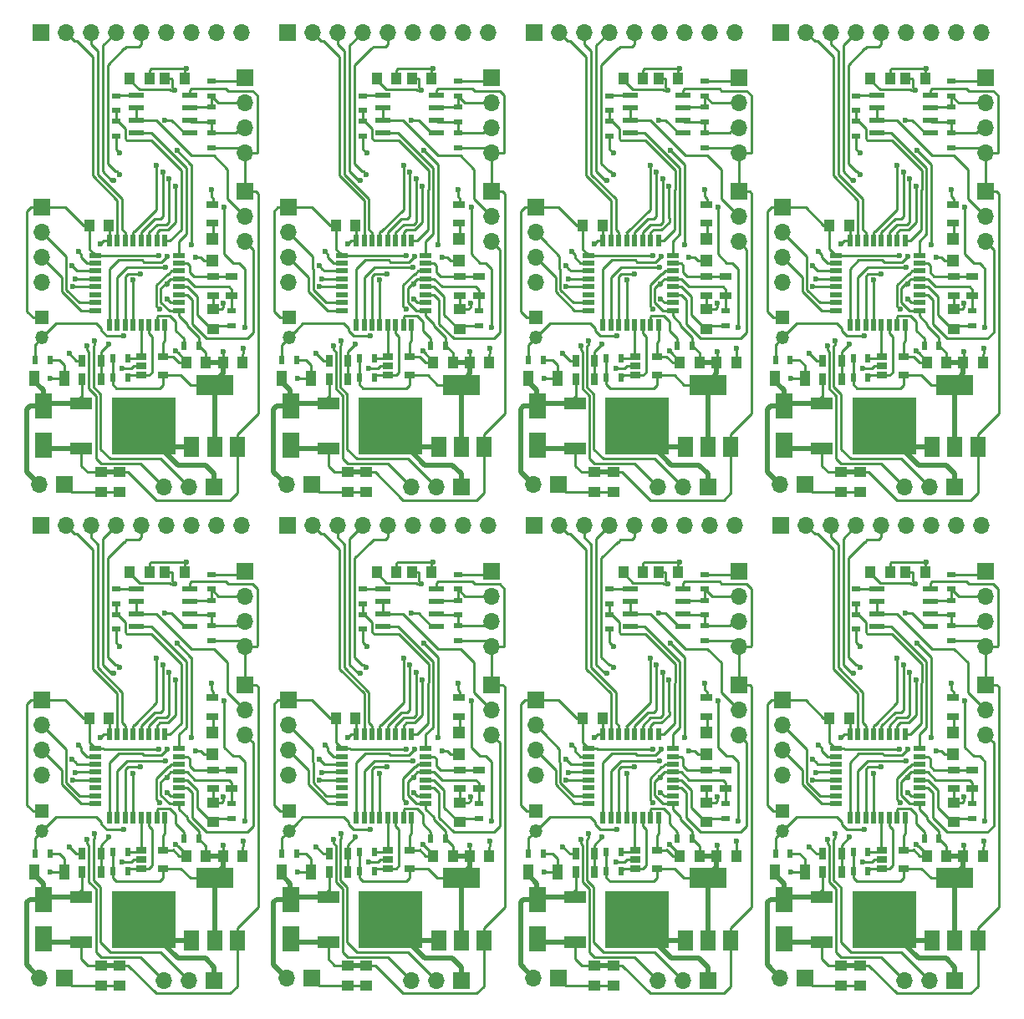
<source format=gtl>
G04 #@! TF.FileFunction,Copper,L1,Top,Signal*
%FSLAX46Y46*%
G04 Gerber Fmt 4.6, Leading zero omitted, Abs format (unit mm)*
G04 Created by KiCad (PCBNEW 4.0.2-stable) date 9/8/2017 10:59:42 PM*
%MOMM*%
G01*
G04 APERTURE LIST*
%ADD10C,0.100000*%
%ADD11R,1.700000X1.700000*%
%ADD12O,1.700000X1.700000*%
%ADD13R,0.500000X0.900000*%
%ADD14R,1.800000X2.500000*%
%ADD15R,1.000000X1.600000*%
%ADD16R,1.000000X1.250000*%
%ADD17R,1.550000X0.600000*%
%ADD18R,0.900000X0.500000*%
%ADD19R,2.200000X1.200000*%
%ADD20R,6.400000X5.800000*%
%ADD21R,3.050000X2.750000*%
%ADD22R,1.250000X1.000000*%
%ADD23R,3.800000X2.000000*%
%ADD24R,1.500000X2.000000*%
%ADD25R,1.060000X0.650000*%
%ADD26R,0.700000X1.300000*%
%ADD27R,1.200000X1.200000*%
%ADD28R,1.300000X0.700000*%
%ADD29R,1.200000X0.600000*%
%ADD30R,0.600000X1.200000*%
%ADD31R,1.350000X1.350000*%
%ADD32O,1.350000X1.350000*%
%ADD33C,0.600000*%
%ADD34C,0.250000*%
%ADD35C,0.500000*%
G04 APERTURE END LIST*
D10*
D11*
X179673600Y-175857200D03*
D12*
X177133600Y-175857200D03*
D11*
X154673600Y-175857200D03*
D12*
X152133600Y-175857200D03*
D11*
X129673600Y-175857200D03*
D12*
X127133600Y-175857200D03*
D11*
X104673600Y-175857200D03*
D12*
X102133600Y-175857200D03*
D11*
X179673600Y-125857200D03*
D12*
X177133600Y-125857200D03*
D11*
X154673600Y-125857200D03*
D12*
X152133600Y-125857200D03*
D11*
X129673600Y-125857200D03*
D12*
X127133600Y-125857200D03*
D13*
X176662800Y-163233200D03*
X178162800Y-163233200D03*
X151662800Y-163233200D03*
X153162800Y-163233200D03*
X126662800Y-163233200D03*
X128162800Y-163233200D03*
X101662800Y-163233200D03*
X103162800Y-163233200D03*
X176662800Y-113233200D03*
X178162800Y-113233200D03*
X151662800Y-113233200D03*
X153162800Y-113233200D03*
X126662800Y-113233200D03*
X128162800Y-113233200D03*
D14*
X177552500Y-167888000D03*
X177552500Y-171888000D03*
X152552500Y-167888000D03*
X152552500Y-171888000D03*
X127552500Y-167888000D03*
X127552500Y-171888000D03*
X102552500Y-167888000D03*
X102552500Y-171888000D03*
X177552500Y-117888000D03*
X177552500Y-121888000D03*
X152552500Y-117888000D03*
X152552500Y-121888000D03*
X127552500Y-117888000D03*
X127552500Y-121888000D03*
D15*
X176624000Y-165112800D03*
X179624000Y-165112800D03*
X151624000Y-165112800D03*
X154624000Y-165112800D03*
X126624000Y-165112800D03*
X129624000Y-165112800D03*
X101624000Y-165112800D03*
X104624000Y-165112800D03*
X176624000Y-115112800D03*
X179624000Y-115112800D03*
X151624000Y-115112800D03*
X154624000Y-115112800D03*
X126624000Y-115112800D03*
X129624000Y-115112800D03*
D11*
X177235000Y-130010000D03*
D12*
X179775000Y-130010000D03*
X182315000Y-130010000D03*
X184855000Y-130010000D03*
X187395000Y-130010000D03*
X189935000Y-130010000D03*
X192475000Y-130010000D03*
X195015000Y-130010000D03*
X197555000Y-130010000D03*
D11*
X152235000Y-130010000D03*
D12*
X154775000Y-130010000D03*
X157315000Y-130010000D03*
X159855000Y-130010000D03*
X162395000Y-130010000D03*
X164935000Y-130010000D03*
X167475000Y-130010000D03*
X170015000Y-130010000D03*
X172555000Y-130010000D03*
D11*
X127235000Y-130010000D03*
D12*
X129775000Y-130010000D03*
X132315000Y-130010000D03*
X134855000Y-130010000D03*
X137395000Y-130010000D03*
X139935000Y-130010000D03*
X142475000Y-130010000D03*
X145015000Y-130010000D03*
X147555000Y-130010000D03*
D11*
X102235000Y-130010000D03*
D12*
X104775000Y-130010000D03*
X107315000Y-130010000D03*
X109855000Y-130010000D03*
X112395000Y-130010000D03*
X114935000Y-130010000D03*
X117475000Y-130010000D03*
X120015000Y-130010000D03*
X122555000Y-130010000D03*
D11*
X177235000Y-80010000D03*
D12*
X179775000Y-80010000D03*
X182315000Y-80010000D03*
X184855000Y-80010000D03*
X187395000Y-80010000D03*
X189935000Y-80010000D03*
X192475000Y-80010000D03*
X195015000Y-80010000D03*
X197555000Y-80010000D03*
D11*
X152235000Y-80010000D03*
D12*
X154775000Y-80010000D03*
X157315000Y-80010000D03*
X159855000Y-80010000D03*
X162395000Y-80010000D03*
X164935000Y-80010000D03*
X167475000Y-80010000D03*
X170015000Y-80010000D03*
X172555000Y-80010000D03*
D11*
X127235000Y-80010000D03*
D12*
X129775000Y-80010000D03*
X132315000Y-80010000D03*
X134855000Y-80010000D03*
X137395000Y-80010000D03*
X139935000Y-80010000D03*
X142475000Y-80010000D03*
X145015000Y-80010000D03*
X147555000Y-80010000D03*
D16*
X186268000Y-134709000D03*
X188268000Y-134709000D03*
X161268000Y-134709000D03*
X163268000Y-134709000D03*
X136268000Y-134709000D03*
X138268000Y-134709000D03*
X111268000Y-134709000D03*
X113268000Y-134709000D03*
X186268000Y-84709000D03*
X188268000Y-84709000D03*
X161268000Y-84709000D03*
X163268000Y-84709000D03*
X136268000Y-84709000D03*
X138268000Y-84709000D03*
D11*
X197936000Y-134645500D03*
D12*
X197936000Y-137185500D03*
X197936000Y-139725500D03*
X197936000Y-142265500D03*
D11*
X172936000Y-134645500D03*
D12*
X172936000Y-137185500D03*
X172936000Y-139725500D03*
X172936000Y-142265500D03*
D11*
X147936000Y-134645500D03*
D12*
X147936000Y-137185500D03*
X147936000Y-139725500D03*
X147936000Y-142265500D03*
D11*
X122936000Y-134645500D03*
D12*
X122936000Y-137185500D03*
X122936000Y-139725500D03*
X122936000Y-142265500D03*
D11*
X197936000Y-84645500D03*
D12*
X197936000Y-87185500D03*
X197936000Y-89725500D03*
X197936000Y-92265500D03*
D11*
X172936000Y-84645500D03*
D12*
X172936000Y-87185500D03*
X172936000Y-89725500D03*
X172936000Y-92265500D03*
D11*
X147936000Y-84645500D03*
D12*
X147936000Y-87185500D03*
X147936000Y-89725500D03*
X147936000Y-92265500D03*
D17*
X186917500Y-136423500D03*
X186917500Y-137693500D03*
X186917500Y-138963500D03*
X186917500Y-140233500D03*
X192317500Y-140233500D03*
X192317500Y-138963500D03*
X192317500Y-137693500D03*
X192317500Y-136423500D03*
X161917500Y-136423500D03*
X161917500Y-137693500D03*
X161917500Y-138963500D03*
X161917500Y-140233500D03*
X167317500Y-140233500D03*
X167317500Y-138963500D03*
X167317500Y-137693500D03*
X167317500Y-136423500D03*
X136917500Y-136423500D03*
X136917500Y-137693500D03*
X136917500Y-138963500D03*
X136917500Y-140233500D03*
X142317500Y-140233500D03*
X142317500Y-138963500D03*
X142317500Y-137693500D03*
X142317500Y-136423500D03*
X111917500Y-136423500D03*
X111917500Y-137693500D03*
X111917500Y-138963500D03*
X111917500Y-140233500D03*
X117317500Y-140233500D03*
X117317500Y-138963500D03*
X117317500Y-137693500D03*
X117317500Y-136423500D03*
X186917500Y-86423500D03*
X186917500Y-87693500D03*
X186917500Y-88963500D03*
X186917500Y-90233500D03*
X192317500Y-90233500D03*
X192317500Y-88963500D03*
X192317500Y-87693500D03*
X192317500Y-86423500D03*
X161917500Y-86423500D03*
X161917500Y-87693500D03*
X161917500Y-88963500D03*
X161917500Y-90233500D03*
X167317500Y-90233500D03*
X167317500Y-88963500D03*
X167317500Y-87693500D03*
X167317500Y-86423500D03*
X136917500Y-86423500D03*
X136917500Y-87693500D03*
X136917500Y-88963500D03*
X136917500Y-90233500D03*
X142317500Y-90233500D03*
X142317500Y-88963500D03*
X142317500Y-87693500D03*
X142317500Y-86423500D03*
D18*
X184855000Y-136447500D03*
X184855000Y-137947500D03*
X159855000Y-136447500D03*
X159855000Y-137947500D03*
X134855000Y-136447500D03*
X134855000Y-137947500D03*
X109855000Y-136447500D03*
X109855000Y-137947500D03*
X184855000Y-86447500D03*
X184855000Y-87947500D03*
X159855000Y-86447500D03*
X159855000Y-87947500D03*
X134855000Y-86447500D03*
X134855000Y-87947500D03*
X184855000Y-139027000D03*
X184855000Y-140527000D03*
X159855000Y-139027000D03*
X159855000Y-140527000D03*
X134855000Y-139027000D03*
X134855000Y-140527000D03*
X109855000Y-139027000D03*
X109855000Y-140527000D03*
X184855000Y-89027000D03*
X184855000Y-90527000D03*
X159855000Y-89027000D03*
X159855000Y-90527000D03*
X134855000Y-89027000D03*
X134855000Y-90527000D03*
D19*
X181353500Y-167671500D03*
X181353500Y-172231500D03*
D20*
X187653500Y-169951500D03*
D21*
X189328500Y-171476500D03*
X185978500Y-168426500D03*
X189328500Y-168426500D03*
X185978500Y-171476500D03*
D19*
X156353500Y-167671500D03*
X156353500Y-172231500D03*
D20*
X162653500Y-169951500D03*
D21*
X164328500Y-171476500D03*
X160978500Y-168426500D03*
X164328500Y-168426500D03*
X160978500Y-171476500D03*
D19*
X131353500Y-167671500D03*
X131353500Y-172231500D03*
D20*
X137653500Y-169951500D03*
D21*
X139328500Y-171476500D03*
X135978500Y-168426500D03*
X139328500Y-168426500D03*
X135978500Y-171476500D03*
D19*
X106353500Y-167671500D03*
X106353500Y-172231500D03*
D20*
X112653500Y-169951500D03*
D21*
X114328500Y-171476500D03*
X110978500Y-168426500D03*
X114328500Y-168426500D03*
X110978500Y-171476500D03*
D19*
X181353500Y-117671500D03*
X181353500Y-122231500D03*
D20*
X187653500Y-119951500D03*
D21*
X189328500Y-121476500D03*
X185978500Y-118426500D03*
X189328500Y-118426500D03*
X185978500Y-121476500D03*
D19*
X156353500Y-117671500D03*
X156353500Y-122231500D03*
D20*
X162653500Y-119951500D03*
D21*
X164328500Y-121476500D03*
X160978500Y-118426500D03*
X164328500Y-118426500D03*
X160978500Y-121476500D03*
D19*
X131353500Y-117671500D03*
X131353500Y-122231500D03*
D20*
X137653500Y-119951500D03*
D21*
X139328500Y-121476500D03*
X135978500Y-118426500D03*
X139328500Y-118426500D03*
X135978500Y-121476500D03*
D22*
X183331000Y-174603000D03*
X183331000Y-176603000D03*
X158331000Y-174603000D03*
X158331000Y-176603000D03*
X133331000Y-174603000D03*
X133331000Y-176603000D03*
X108331000Y-174603000D03*
X108331000Y-176603000D03*
X183331000Y-124603000D03*
X183331000Y-126603000D03*
X158331000Y-124603000D03*
X158331000Y-126603000D03*
X133331000Y-124603000D03*
X133331000Y-126603000D03*
X185236000Y-174603000D03*
X185236000Y-176603000D03*
X160236000Y-174603000D03*
X160236000Y-176603000D03*
X135236000Y-174603000D03*
X135236000Y-176603000D03*
X110236000Y-174603000D03*
X110236000Y-176603000D03*
X185236000Y-124603000D03*
X185236000Y-126603000D03*
X160236000Y-124603000D03*
X160236000Y-126603000D03*
X135236000Y-124603000D03*
X135236000Y-126603000D03*
D13*
X193238400Y-161760000D03*
X191738400Y-161760000D03*
X168238400Y-161760000D03*
X166738400Y-161760000D03*
X143238400Y-161760000D03*
X141738400Y-161760000D03*
X118238400Y-161760000D03*
X116738400Y-161760000D03*
X193238400Y-111760000D03*
X191738400Y-111760000D03*
X168238400Y-111760000D03*
X166738400Y-111760000D03*
X143238400Y-111760000D03*
X141738400Y-111760000D03*
D16*
X195682000Y-163482500D03*
X197682000Y-163482500D03*
X170682000Y-163482500D03*
X172682000Y-163482500D03*
X145682000Y-163482500D03*
X147682000Y-163482500D03*
X120682000Y-163482500D03*
X122682000Y-163482500D03*
X195682000Y-113482500D03*
X197682000Y-113482500D03*
X170682000Y-113482500D03*
X172682000Y-113482500D03*
X145682000Y-113482500D03*
X147682000Y-113482500D03*
X193983000Y-163482500D03*
X191983000Y-163482500D03*
X168983000Y-163482500D03*
X166983000Y-163482500D03*
X143983000Y-163482500D03*
X141983000Y-163482500D03*
X118983000Y-163482500D03*
X116983000Y-163482500D03*
X193983000Y-113482500D03*
X191983000Y-113482500D03*
X168983000Y-113482500D03*
X166983000Y-113482500D03*
X143983000Y-113482500D03*
X141983000Y-113482500D03*
D11*
X194812000Y-176111200D03*
D12*
X192272000Y-176111200D03*
X189732000Y-176111200D03*
D11*
X169812000Y-176111200D03*
D12*
X167272000Y-176111200D03*
X164732000Y-176111200D03*
D11*
X144812000Y-176111200D03*
D12*
X142272000Y-176111200D03*
X139732000Y-176111200D03*
D11*
X119812000Y-176111200D03*
D12*
X117272000Y-176111200D03*
X114732000Y-176111200D03*
D11*
X194812000Y-126111200D03*
D12*
X192272000Y-126111200D03*
X189732000Y-126111200D03*
D11*
X169812000Y-126111200D03*
D12*
X167272000Y-126111200D03*
X164732000Y-126111200D03*
D11*
X144812000Y-126111200D03*
D12*
X142272000Y-126111200D03*
X139732000Y-126111200D03*
D23*
X194840500Y-165730000D03*
D24*
X194840500Y-172030000D03*
X197140500Y-172030000D03*
X192540500Y-172030000D03*
D23*
X169840500Y-165730000D03*
D24*
X169840500Y-172030000D03*
X172140500Y-172030000D03*
X167540500Y-172030000D03*
D23*
X144840500Y-165730000D03*
D24*
X144840500Y-172030000D03*
X147140500Y-172030000D03*
X142540500Y-172030000D03*
D23*
X119840500Y-165730000D03*
D24*
X119840500Y-172030000D03*
X122140500Y-172030000D03*
X117540500Y-172030000D03*
D23*
X194840500Y-115730000D03*
D24*
X194840500Y-122030000D03*
X197140500Y-122030000D03*
X192540500Y-122030000D03*
D23*
X169840500Y-115730000D03*
D24*
X169840500Y-122030000D03*
X172140500Y-122030000D03*
X167540500Y-122030000D03*
D23*
X144840500Y-115730000D03*
D24*
X144840500Y-122030000D03*
X147140500Y-122030000D03*
X142540500Y-122030000D03*
D13*
X184536800Y-165011200D03*
X186036800Y-165011200D03*
X159536800Y-165011200D03*
X161036800Y-165011200D03*
X134536800Y-165011200D03*
X136036800Y-165011200D03*
X109536800Y-165011200D03*
X111036800Y-165011200D03*
X184536800Y-115011200D03*
X186036800Y-115011200D03*
X159536800Y-115011200D03*
X161036800Y-115011200D03*
X134536800Y-115011200D03*
X136036800Y-115011200D03*
D25*
X187438000Y-162892800D03*
X187438000Y-163842800D03*
X187438000Y-164792800D03*
X189638000Y-164792800D03*
X189638000Y-162892800D03*
X162438000Y-162892800D03*
X162438000Y-163842800D03*
X162438000Y-164792800D03*
X164638000Y-164792800D03*
X164638000Y-162892800D03*
X137438000Y-162892800D03*
X137438000Y-163842800D03*
X137438000Y-164792800D03*
X139638000Y-164792800D03*
X139638000Y-162892800D03*
X112438000Y-162892800D03*
X112438000Y-163842800D03*
X112438000Y-164792800D03*
X114638000Y-164792800D03*
X114638000Y-162892800D03*
X187438000Y-112892800D03*
X187438000Y-113842800D03*
X187438000Y-114792800D03*
X189638000Y-114792800D03*
X189638000Y-112892800D03*
X162438000Y-112892800D03*
X162438000Y-113842800D03*
X162438000Y-114792800D03*
X164638000Y-114792800D03*
X164638000Y-112892800D03*
X137438000Y-112892800D03*
X137438000Y-113842800D03*
X137438000Y-114792800D03*
X139638000Y-114792800D03*
X139638000Y-112892800D03*
D26*
X183341200Y-163284000D03*
X181441200Y-163284000D03*
X158341200Y-163284000D03*
X156441200Y-163284000D03*
X133341200Y-163284000D03*
X131441200Y-163284000D03*
X108341200Y-163284000D03*
X106441200Y-163284000D03*
X183341200Y-113284000D03*
X181441200Y-113284000D03*
X158341200Y-113284000D03*
X156441200Y-113284000D03*
X133341200Y-113284000D03*
X131441200Y-113284000D03*
D13*
X184536800Y-163080800D03*
X186036800Y-163080800D03*
X159536800Y-163080800D03*
X161036800Y-163080800D03*
X134536800Y-163080800D03*
X136036800Y-163080800D03*
X109536800Y-163080800D03*
X111036800Y-163080800D03*
X184536800Y-113080800D03*
X186036800Y-113080800D03*
X159536800Y-113080800D03*
X161036800Y-113080800D03*
X134536800Y-113080800D03*
X136036800Y-113080800D03*
D26*
X181441200Y-165163600D03*
X183341200Y-165163600D03*
X156441200Y-165163600D03*
X158341200Y-165163600D03*
X131441200Y-165163600D03*
X133341200Y-165163600D03*
X106441200Y-165163600D03*
X108341200Y-165163600D03*
X181441200Y-115163600D03*
X183341200Y-115163600D03*
X156441200Y-115163600D03*
X158341200Y-115163600D03*
X131441200Y-115163600D03*
X133341200Y-115163600D03*
D27*
X194634000Y-153182600D03*
X194634000Y-150982600D03*
X169634000Y-153182600D03*
X169634000Y-150982600D03*
X144634000Y-153182600D03*
X144634000Y-150982600D03*
X119634000Y-153182600D03*
X119634000Y-150982600D03*
X194634000Y-103182600D03*
X194634000Y-100982600D03*
X169634000Y-103182600D03*
X169634000Y-100982600D03*
X144634000Y-103182600D03*
X144634000Y-100982600D03*
D22*
X194697500Y-160077000D03*
X194697500Y-158077000D03*
X169697500Y-160077000D03*
X169697500Y-158077000D03*
X144697500Y-160077000D03*
X144697500Y-158077000D03*
X119697500Y-160077000D03*
X119697500Y-158077000D03*
X194697500Y-110077000D03*
X194697500Y-108077000D03*
X169697500Y-110077000D03*
X169697500Y-108077000D03*
X144697500Y-110077000D03*
X144697500Y-108077000D03*
D18*
X196602500Y-158228000D03*
X196602500Y-159728000D03*
X171602500Y-158228000D03*
X171602500Y-159728000D03*
X146602500Y-158228000D03*
X146602500Y-159728000D03*
X121602500Y-158228000D03*
X121602500Y-159728000D03*
X196602500Y-108228000D03*
X196602500Y-109728000D03*
X171602500Y-108228000D03*
X171602500Y-109728000D03*
X146602500Y-108228000D03*
X146602500Y-109728000D03*
D28*
X196602500Y-156680000D03*
X196602500Y-154780000D03*
X171602500Y-156680000D03*
X171602500Y-154780000D03*
X146602500Y-156680000D03*
X146602500Y-154780000D03*
X121602500Y-156680000D03*
X121602500Y-154780000D03*
X196602500Y-106680000D03*
X196602500Y-104780000D03*
X171602500Y-106680000D03*
X171602500Y-104780000D03*
X146602500Y-106680000D03*
X146602500Y-104780000D03*
D11*
X197936000Y-146139000D03*
D12*
X197936000Y-148679000D03*
X197936000Y-151219000D03*
D11*
X172936000Y-146139000D03*
D12*
X172936000Y-148679000D03*
X172936000Y-151219000D03*
D11*
X147936000Y-146139000D03*
D12*
X147936000Y-148679000D03*
X147936000Y-151219000D03*
D11*
X122936000Y-146139000D03*
D12*
X122936000Y-148679000D03*
X122936000Y-151219000D03*
D11*
X197936000Y-96139000D03*
D12*
X197936000Y-98679000D03*
X197936000Y-101219000D03*
D11*
X172936000Y-96139000D03*
D12*
X172936000Y-98679000D03*
X172936000Y-101219000D03*
D11*
X147936000Y-96139000D03*
D12*
X147936000Y-98679000D03*
X147936000Y-101219000D03*
D28*
X194634000Y-149364800D03*
X194634000Y-147464800D03*
X169634000Y-149364800D03*
X169634000Y-147464800D03*
X144634000Y-149364800D03*
X144634000Y-147464800D03*
X119634000Y-149364800D03*
X119634000Y-147464800D03*
X194634000Y-99364800D03*
X194634000Y-97464800D03*
X169634000Y-99364800D03*
X169634000Y-97464800D03*
X144634000Y-99364800D03*
X144634000Y-97464800D03*
X194697500Y-154775000D03*
X194697500Y-156675000D03*
X169697500Y-154775000D03*
X169697500Y-156675000D03*
X144697500Y-154775000D03*
X144697500Y-156675000D03*
X119697500Y-154775000D03*
X119697500Y-156675000D03*
X194697500Y-104775000D03*
X194697500Y-106675000D03*
X169697500Y-104775000D03*
X169697500Y-106675000D03*
X144697500Y-104775000D03*
X144697500Y-106675000D03*
D18*
X194507000Y-141694000D03*
X194507000Y-140194000D03*
X169507000Y-141694000D03*
X169507000Y-140194000D03*
X144507000Y-141694000D03*
X144507000Y-140194000D03*
X119507000Y-141694000D03*
X119507000Y-140194000D03*
X194507000Y-91694000D03*
X194507000Y-90194000D03*
X169507000Y-91694000D03*
X169507000Y-90194000D03*
X144507000Y-91694000D03*
X144507000Y-90194000D03*
X194507000Y-139090500D03*
X194507000Y-137590500D03*
X169507000Y-139090500D03*
X169507000Y-137590500D03*
X144507000Y-139090500D03*
X144507000Y-137590500D03*
X119507000Y-139090500D03*
X119507000Y-137590500D03*
X194507000Y-89090500D03*
X194507000Y-87590500D03*
X169507000Y-89090500D03*
X169507000Y-87590500D03*
X144507000Y-89090500D03*
X144507000Y-87590500D03*
X194507000Y-136463000D03*
X194507000Y-134963000D03*
X169507000Y-136463000D03*
X169507000Y-134963000D03*
X144507000Y-136463000D03*
X144507000Y-134963000D03*
X119507000Y-136463000D03*
X119507000Y-134963000D03*
X194507000Y-86463000D03*
X194507000Y-84963000D03*
X169507000Y-86463000D03*
X169507000Y-84963000D03*
X144507000Y-86463000D03*
X144507000Y-84963000D03*
D16*
X189824000Y-134709000D03*
X191824000Y-134709000D03*
X164824000Y-134709000D03*
X166824000Y-134709000D03*
X139824000Y-134709000D03*
X141824000Y-134709000D03*
X114824000Y-134709000D03*
X116824000Y-134709000D03*
X189824000Y-84709000D03*
X191824000Y-84709000D03*
X164824000Y-84709000D03*
X166824000Y-84709000D03*
X139824000Y-84709000D03*
X141824000Y-84709000D03*
D11*
X177362000Y-147726500D03*
D12*
X177362000Y-150266500D03*
X177362000Y-152806500D03*
X177362000Y-155346500D03*
D11*
X152362000Y-147726500D03*
D12*
X152362000Y-150266500D03*
X152362000Y-152806500D03*
X152362000Y-155346500D03*
D11*
X127362000Y-147726500D03*
D12*
X127362000Y-150266500D03*
X127362000Y-152806500D03*
X127362000Y-155346500D03*
D11*
X102362000Y-147726500D03*
D12*
X102362000Y-150266500D03*
X102362000Y-152806500D03*
X102362000Y-155346500D03*
D11*
X177362000Y-97726500D03*
D12*
X177362000Y-100266500D03*
X177362000Y-102806500D03*
X177362000Y-105346500D03*
D11*
X152362000Y-97726500D03*
D12*
X152362000Y-100266500D03*
X152362000Y-102806500D03*
X152362000Y-105346500D03*
D11*
X127362000Y-97726500D03*
D12*
X127362000Y-100266500D03*
X127362000Y-102806500D03*
X127362000Y-105346500D03*
D29*
X191245000Y-158205500D03*
X191245000Y-157405500D03*
X191245000Y-156605500D03*
X191245000Y-155805500D03*
X191245000Y-155005500D03*
X191245000Y-154205500D03*
X191245000Y-153405500D03*
X191245000Y-152605500D03*
D30*
X189795000Y-151155500D03*
X188995000Y-151155500D03*
X188195000Y-151155500D03*
X187395000Y-151155500D03*
X186595000Y-151155500D03*
X185795000Y-151155500D03*
X184995000Y-151155500D03*
X184195000Y-151155500D03*
D29*
X182745000Y-152605500D03*
X182745000Y-153405500D03*
X182745000Y-154205500D03*
X182745000Y-155005500D03*
X182745000Y-155805500D03*
X182745000Y-156605500D03*
X182745000Y-157405500D03*
X182745000Y-158205500D03*
D30*
X184195000Y-159655500D03*
X184995000Y-159655500D03*
X185795000Y-159655500D03*
X186595000Y-159655500D03*
X187395000Y-159655500D03*
X188195000Y-159655500D03*
X188995000Y-159655500D03*
X189795000Y-159655500D03*
D29*
X166245000Y-158205500D03*
X166245000Y-157405500D03*
X166245000Y-156605500D03*
X166245000Y-155805500D03*
X166245000Y-155005500D03*
X166245000Y-154205500D03*
X166245000Y-153405500D03*
X166245000Y-152605500D03*
D30*
X164795000Y-151155500D03*
X163995000Y-151155500D03*
X163195000Y-151155500D03*
X162395000Y-151155500D03*
X161595000Y-151155500D03*
X160795000Y-151155500D03*
X159995000Y-151155500D03*
X159195000Y-151155500D03*
D29*
X157745000Y-152605500D03*
X157745000Y-153405500D03*
X157745000Y-154205500D03*
X157745000Y-155005500D03*
X157745000Y-155805500D03*
X157745000Y-156605500D03*
X157745000Y-157405500D03*
X157745000Y-158205500D03*
D30*
X159195000Y-159655500D03*
X159995000Y-159655500D03*
X160795000Y-159655500D03*
X161595000Y-159655500D03*
X162395000Y-159655500D03*
X163195000Y-159655500D03*
X163995000Y-159655500D03*
X164795000Y-159655500D03*
D29*
X141245000Y-158205500D03*
X141245000Y-157405500D03*
X141245000Y-156605500D03*
X141245000Y-155805500D03*
X141245000Y-155005500D03*
X141245000Y-154205500D03*
X141245000Y-153405500D03*
X141245000Y-152605500D03*
D30*
X139795000Y-151155500D03*
X138995000Y-151155500D03*
X138195000Y-151155500D03*
X137395000Y-151155500D03*
X136595000Y-151155500D03*
X135795000Y-151155500D03*
X134995000Y-151155500D03*
X134195000Y-151155500D03*
D29*
X132745000Y-152605500D03*
X132745000Y-153405500D03*
X132745000Y-154205500D03*
X132745000Y-155005500D03*
X132745000Y-155805500D03*
X132745000Y-156605500D03*
X132745000Y-157405500D03*
X132745000Y-158205500D03*
D30*
X134195000Y-159655500D03*
X134995000Y-159655500D03*
X135795000Y-159655500D03*
X136595000Y-159655500D03*
X137395000Y-159655500D03*
X138195000Y-159655500D03*
X138995000Y-159655500D03*
X139795000Y-159655500D03*
D29*
X116245000Y-158205500D03*
X116245000Y-157405500D03*
X116245000Y-156605500D03*
X116245000Y-155805500D03*
X116245000Y-155005500D03*
X116245000Y-154205500D03*
X116245000Y-153405500D03*
X116245000Y-152605500D03*
D30*
X114795000Y-151155500D03*
X113995000Y-151155500D03*
X113195000Y-151155500D03*
X112395000Y-151155500D03*
X111595000Y-151155500D03*
X110795000Y-151155500D03*
X109995000Y-151155500D03*
X109195000Y-151155500D03*
D29*
X107745000Y-152605500D03*
X107745000Y-153405500D03*
X107745000Y-154205500D03*
X107745000Y-155005500D03*
X107745000Y-155805500D03*
X107745000Y-156605500D03*
X107745000Y-157405500D03*
X107745000Y-158205500D03*
D30*
X109195000Y-159655500D03*
X109995000Y-159655500D03*
X110795000Y-159655500D03*
X111595000Y-159655500D03*
X112395000Y-159655500D03*
X113195000Y-159655500D03*
X113995000Y-159655500D03*
X114795000Y-159655500D03*
D29*
X191245000Y-108205500D03*
X191245000Y-107405500D03*
X191245000Y-106605500D03*
X191245000Y-105805500D03*
X191245000Y-105005500D03*
X191245000Y-104205500D03*
X191245000Y-103405500D03*
X191245000Y-102605500D03*
D30*
X189795000Y-101155500D03*
X188995000Y-101155500D03*
X188195000Y-101155500D03*
X187395000Y-101155500D03*
X186595000Y-101155500D03*
X185795000Y-101155500D03*
X184995000Y-101155500D03*
X184195000Y-101155500D03*
D29*
X182745000Y-102605500D03*
X182745000Y-103405500D03*
X182745000Y-104205500D03*
X182745000Y-105005500D03*
X182745000Y-105805500D03*
X182745000Y-106605500D03*
X182745000Y-107405500D03*
X182745000Y-108205500D03*
D30*
X184195000Y-109655500D03*
X184995000Y-109655500D03*
X185795000Y-109655500D03*
X186595000Y-109655500D03*
X187395000Y-109655500D03*
X188195000Y-109655500D03*
X188995000Y-109655500D03*
X189795000Y-109655500D03*
D29*
X166245000Y-108205500D03*
X166245000Y-107405500D03*
X166245000Y-106605500D03*
X166245000Y-105805500D03*
X166245000Y-105005500D03*
X166245000Y-104205500D03*
X166245000Y-103405500D03*
X166245000Y-102605500D03*
D30*
X164795000Y-101155500D03*
X163995000Y-101155500D03*
X163195000Y-101155500D03*
X162395000Y-101155500D03*
X161595000Y-101155500D03*
X160795000Y-101155500D03*
X159995000Y-101155500D03*
X159195000Y-101155500D03*
D29*
X157745000Y-102605500D03*
X157745000Y-103405500D03*
X157745000Y-104205500D03*
X157745000Y-105005500D03*
X157745000Y-105805500D03*
X157745000Y-106605500D03*
X157745000Y-107405500D03*
X157745000Y-108205500D03*
D30*
X159195000Y-109655500D03*
X159995000Y-109655500D03*
X160795000Y-109655500D03*
X161595000Y-109655500D03*
X162395000Y-109655500D03*
X163195000Y-109655500D03*
X163995000Y-109655500D03*
X164795000Y-109655500D03*
D29*
X141245000Y-108205500D03*
X141245000Y-107405500D03*
X141245000Y-106605500D03*
X141245000Y-105805500D03*
X141245000Y-105005500D03*
X141245000Y-104205500D03*
X141245000Y-103405500D03*
X141245000Y-102605500D03*
D30*
X139795000Y-101155500D03*
X138995000Y-101155500D03*
X138195000Y-101155500D03*
X137395000Y-101155500D03*
X136595000Y-101155500D03*
X135795000Y-101155500D03*
X134995000Y-101155500D03*
X134195000Y-101155500D03*
D29*
X132745000Y-102605500D03*
X132745000Y-103405500D03*
X132745000Y-104205500D03*
X132745000Y-105005500D03*
X132745000Y-105805500D03*
X132745000Y-106605500D03*
X132745000Y-107405500D03*
X132745000Y-108205500D03*
D30*
X134195000Y-109655500D03*
X134995000Y-109655500D03*
X135795000Y-109655500D03*
X136595000Y-109655500D03*
X137395000Y-109655500D03*
X138195000Y-109655500D03*
X138995000Y-109655500D03*
X139795000Y-109655500D03*
D31*
X177387400Y-158940600D03*
D32*
X177387400Y-160940600D03*
D31*
X152387400Y-158940600D03*
D32*
X152387400Y-160940600D03*
D31*
X127387400Y-158940600D03*
D32*
X127387400Y-160940600D03*
D31*
X102387400Y-158940600D03*
D32*
X102387400Y-160940600D03*
D31*
X177387400Y-108940600D03*
D32*
X177387400Y-110940600D03*
D31*
X152387400Y-108940600D03*
D32*
X152387400Y-110940600D03*
D31*
X127387400Y-108940600D03*
D32*
X127387400Y-110940600D03*
D16*
X182140500Y-149568000D03*
X184140500Y-149568000D03*
X157140500Y-149568000D03*
X159140500Y-149568000D03*
X132140500Y-149568000D03*
X134140500Y-149568000D03*
X107140500Y-149568000D03*
X109140500Y-149568000D03*
X182140500Y-99568000D03*
X184140500Y-99568000D03*
X157140500Y-99568000D03*
X159140500Y-99568000D03*
X132140500Y-99568000D03*
X134140500Y-99568000D03*
D29*
X116245000Y-108205500D03*
X116245000Y-107405500D03*
X116245000Y-106605500D03*
X116245000Y-105805500D03*
X116245000Y-105005500D03*
X116245000Y-104205500D03*
X116245000Y-103405500D03*
X116245000Y-102605500D03*
D30*
X114795000Y-101155500D03*
X113995000Y-101155500D03*
X113195000Y-101155500D03*
X112395000Y-101155500D03*
X111595000Y-101155500D03*
X110795000Y-101155500D03*
X109995000Y-101155500D03*
X109195000Y-101155500D03*
D29*
X107745000Y-102605500D03*
X107745000Y-103405500D03*
X107745000Y-104205500D03*
X107745000Y-105005500D03*
X107745000Y-105805500D03*
X107745000Y-106605500D03*
X107745000Y-107405500D03*
X107745000Y-108205500D03*
D30*
X109195000Y-109655500D03*
X109995000Y-109655500D03*
X110795000Y-109655500D03*
X111595000Y-109655500D03*
X112395000Y-109655500D03*
X113195000Y-109655500D03*
X113995000Y-109655500D03*
X114795000Y-109655500D03*
D16*
X114824000Y-84709000D03*
X116824000Y-84709000D03*
D22*
X119697500Y-110077000D03*
X119697500Y-108077000D03*
D15*
X101624000Y-115112800D03*
X104624000Y-115112800D03*
D22*
X110236000Y-124603000D03*
X110236000Y-126603000D03*
X108331000Y-124603000D03*
X108331000Y-126603000D03*
D16*
X120682000Y-113482500D03*
X122682000Y-113482500D03*
X118983000Y-113482500D03*
X116983000Y-113482500D03*
D11*
X102362000Y-97726500D03*
D12*
X102362000Y-100266500D03*
X102362000Y-102806500D03*
X102362000Y-105346500D03*
D11*
X104673600Y-125857200D03*
D12*
X102133600Y-125857200D03*
D11*
X119812000Y-126111200D03*
D12*
X117272000Y-126111200D03*
X114732000Y-126111200D03*
D11*
X122936000Y-96139000D03*
D12*
X122936000Y-98679000D03*
X122936000Y-101219000D03*
D18*
X121602500Y-108228000D03*
X121602500Y-109728000D03*
D26*
X106441200Y-115163600D03*
X108341200Y-115163600D03*
D28*
X121602500Y-106680000D03*
X121602500Y-104780000D03*
X119697500Y-104775000D03*
X119697500Y-106675000D03*
D18*
X119507000Y-91694000D03*
X119507000Y-90194000D03*
X109855000Y-86447500D03*
X109855000Y-87947500D03*
X119507000Y-89090500D03*
X119507000Y-87590500D03*
X109855000Y-89027000D03*
X109855000Y-90527000D03*
X119507000Y-86463000D03*
X119507000Y-84963000D03*
D19*
X106353500Y-117671500D03*
X106353500Y-122231500D03*
D20*
X112653500Y-119951500D03*
D21*
X114328500Y-121476500D03*
X110978500Y-118426500D03*
X114328500Y-118426500D03*
X110978500Y-121476500D03*
D23*
X119840500Y-115730000D03*
D24*
X119840500Y-122030000D03*
X122140500Y-122030000D03*
X117540500Y-122030000D03*
D17*
X111917500Y-86423500D03*
X111917500Y-87693500D03*
X111917500Y-88963500D03*
X111917500Y-90233500D03*
X117317500Y-90233500D03*
X117317500Y-88963500D03*
X117317500Y-87693500D03*
X117317500Y-86423500D03*
D14*
X102552500Y-117888000D03*
X102552500Y-121888000D03*
D11*
X102235000Y-80010000D03*
D12*
X104775000Y-80010000D03*
X107315000Y-80010000D03*
X109855000Y-80010000D03*
X112395000Y-80010000D03*
X114935000Y-80010000D03*
X117475000Y-80010000D03*
X120015000Y-80010000D03*
X122555000Y-80010000D03*
D11*
X122936000Y-84645500D03*
D12*
X122936000Y-87185500D03*
X122936000Y-89725500D03*
X122936000Y-92265500D03*
D28*
X119634000Y-99364800D03*
X119634000Y-97464800D03*
D31*
X102387400Y-108940600D03*
D32*
X102387400Y-110940600D03*
D27*
X119634000Y-103182600D03*
X119634000Y-100982600D03*
D16*
X107140500Y-99568000D03*
X109140500Y-99568000D03*
D13*
X118238400Y-111760000D03*
X116738400Y-111760000D03*
X101662800Y-113233200D03*
X103162800Y-113233200D03*
D16*
X111268000Y-84709000D03*
X113268000Y-84709000D03*
D26*
X108341200Y-113284000D03*
X106441200Y-113284000D03*
D25*
X112438000Y-112892800D03*
X112438000Y-113842800D03*
X112438000Y-114792800D03*
X114638000Y-114792800D03*
X114638000Y-112892800D03*
D13*
X109536800Y-113080800D03*
X111036800Y-113080800D03*
X109536800Y-115011200D03*
X111036800Y-115011200D03*
D33*
X185250000Y-142250000D03*
X160250000Y-142250000D03*
X135250000Y-142250000D03*
X110250000Y-142250000D03*
X185250000Y-92250000D03*
X160250000Y-92250000D03*
X135250000Y-92250000D03*
X183302100Y-151498400D03*
X158302100Y-151498400D03*
X133302100Y-151498400D03*
X108302100Y-151498400D03*
X183302100Y-101498400D03*
X158302100Y-101498400D03*
X133302100Y-101498400D03*
X194507000Y-145961200D03*
X169507000Y-145961200D03*
X144507000Y-145961200D03*
X119507000Y-145961200D03*
X194507000Y-95961200D03*
X169507000Y-95961200D03*
X144507000Y-95961200D03*
X195750000Y-157500000D03*
X170750000Y-157500000D03*
X145750000Y-157500000D03*
X120750000Y-157500000D03*
X195750000Y-107500000D03*
X170750000Y-107500000D03*
X145750000Y-107500000D03*
X197745500Y-162014000D03*
X172745500Y-162014000D03*
X147745500Y-162014000D03*
X122745500Y-162014000D03*
X197745500Y-112014000D03*
X172745500Y-112014000D03*
X147745500Y-112014000D03*
X190925600Y-162318800D03*
X165925600Y-162318800D03*
X140925600Y-162318800D03*
X115925600Y-162318800D03*
X190925600Y-112318800D03*
X165925600Y-112318800D03*
X140925600Y-112318800D03*
X189808000Y-138900000D03*
X164808000Y-138900000D03*
X139808000Y-138900000D03*
X114808000Y-138900000D03*
X189808000Y-88900000D03*
X164808000Y-88900000D03*
X139808000Y-88900000D03*
X190798600Y-135877400D03*
X165798600Y-135877400D03*
X140798600Y-135877400D03*
X115798600Y-135877400D03*
X190798600Y-85877400D03*
X165798600Y-85877400D03*
X140798600Y-85877400D03*
X178225600Y-165112800D03*
X153225600Y-165112800D03*
X128225600Y-165112800D03*
X103225600Y-165112800D03*
X178225600Y-115112800D03*
X153225600Y-115112800D03*
X128225600Y-115112800D03*
X180105200Y-162548000D03*
X155105200Y-162548000D03*
X130105200Y-162548000D03*
X105105200Y-162548000D03*
X180105200Y-112548000D03*
X155105200Y-112548000D03*
X130105200Y-112548000D03*
X185490000Y-164096800D03*
X160490000Y-164096800D03*
X135490000Y-164096800D03*
X110490000Y-164096800D03*
X185490000Y-114096800D03*
X160490000Y-114096800D03*
X135490000Y-114096800D03*
X115925600Y-112318800D03*
X110490000Y-114096800D03*
X105105200Y-112548000D03*
X103225600Y-115112800D03*
X119507000Y-95961200D03*
X108302100Y-101498400D03*
X115798600Y-85877400D03*
X122745500Y-112014000D03*
X114808000Y-88900000D03*
X110250000Y-92250000D03*
X120750000Y-107500000D03*
X189223800Y-152641400D03*
X164223800Y-152641400D03*
X139223800Y-152641400D03*
X114223800Y-152641400D03*
X189223800Y-102641400D03*
X164223800Y-102641400D03*
X139223800Y-102641400D03*
X195827800Y-147739200D03*
X170827800Y-147739200D03*
X145827800Y-147739200D03*
X120827800Y-147739200D03*
X195827800Y-97739200D03*
X170827800Y-97739200D03*
X145827800Y-97739200D03*
X190026620Y-155535914D03*
X165026620Y-155535914D03*
X140026620Y-155535914D03*
X115026620Y-155535914D03*
X190026620Y-105535914D03*
X165026620Y-105535914D03*
X140026620Y-105535914D03*
X197885200Y-159956600D03*
X172885200Y-159956600D03*
X147885200Y-159956600D03*
X122885200Y-159956600D03*
X197885200Y-109956600D03*
X172885200Y-109956600D03*
X147885200Y-109956600D03*
X195726200Y-162395000D03*
X170726200Y-162395000D03*
X145726200Y-162395000D03*
X120726200Y-162395000D03*
X195726200Y-112395000D03*
X170726200Y-112395000D03*
X145726200Y-112395000D03*
X191965000Y-133693000D03*
X166965000Y-133693000D03*
X141965000Y-133693000D03*
X116965000Y-133693000D03*
X191965000Y-83693000D03*
X166965000Y-83693000D03*
X141965000Y-83693000D03*
X116965000Y-83693000D03*
X120726200Y-112395000D03*
X122885200Y-109956600D03*
X120827800Y-97739200D03*
X115026620Y-105535914D03*
X114223800Y-102641400D03*
X181045000Y-152235000D03*
X156045000Y-152235000D03*
X131045000Y-152235000D03*
X106045000Y-152235000D03*
X181045000Y-102235000D03*
X156045000Y-102235000D03*
X131045000Y-102235000D03*
X182696000Y-161252000D03*
X157696000Y-161252000D03*
X132696000Y-161252000D03*
X107696000Y-161252000D03*
X182696000Y-111252000D03*
X157696000Y-111252000D03*
X132696000Y-111252000D03*
X107696000Y-111252000D03*
X106045000Y-102235000D03*
X180419980Y-153679292D03*
X155419980Y-153679292D03*
X130419980Y-153679292D03*
X105419980Y-153679292D03*
X180419980Y-103679292D03*
X155419980Y-103679292D03*
X130419980Y-103679292D03*
X181941192Y-161785400D03*
X156941192Y-161785400D03*
X131941192Y-161785400D03*
X106941192Y-161785400D03*
X181941192Y-111785400D03*
X156941192Y-111785400D03*
X131941192Y-111785400D03*
X106941192Y-111785400D03*
X105419980Y-103679292D03*
X184601000Y-144996000D03*
X159601000Y-144996000D03*
X134601000Y-144996000D03*
X109601000Y-144996000D03*
X184601000Y-94996000D03*
X159601000Y-94996000D03*
X134601000Y-94996000D03*
X186593063Y-155110640D03*
X161593063Y-155110640D03*
X136593063Y-155110640D03*
X111593063Y-155110640D03*
X186593063Y-105110640D03*
X161593063Y-105110640D03*
X136593063Y-105110640D03*
X111593063Y-105110640D03*
X109601000Y-94996000D03*
X185236000Y-144424500D03*
X160236000Y-144424500D03*
X135236000Y-144424500D03*
X110236000Y-144424500D03*
X185236000Y-94424500D03*
X160236000Y-94424500D03*
X135236000Y-94424500D03*
X187359813Y-154485620D03*
X162359813Y-154485620D03*
X137359813Y-154485620D03*
X112359813Y-154485620D03*
X187359813Y-104485620D03*
X162359813Y-104485620D03*
X137359813Y-104485620D03*
X112359813Y-104485620D03*
X110236000Y-94424500D03*
X180454309Y-155778411D03*
X155454309Y-155778411D03*
X130454309Y-155778411D03*
X105454309Y-155778411D03*
X180454309Y-105778411D03*
X155454309Y-105778411D03*
X130454309Y-105778411D03*
X105454309Y-105778411D03*
X180729339Y-155027161D03*
X155729339Y-155027161D03*
X130729339Y-155027161D03*
X105729339Y-155027161D03*
X180729339Y-105027161D03*
X155729339Y-105027161D03*
X130729339Y-105027161D03*
X105729339Y-105027161D03*
X189266093Y-158085507D03*
X164266093Y-158085507D03*
X139266093Y-158085507D03*
X114266093Y-158085507D03*
X189266093Y-108085507D03*
X164266093Y-108085507D03*
X139266093Y-108085507D03*
X184118400Y-161607600D03*
X159118400Y-161607600D03*
X134118400Y-161607600D03*
X109118400Y-161607600D03*
X184118400Y-111607600D03*
X159118400Y-111607600D03*
X134118400Y-111607600D03*
X109118400Y-111607600D03*
X114266093Y-108085507D03*
X192475000Y-151536500D03*
X167475000Y-151536500D03*
X142475000Y-151536500D03*
X117475000Y-151536500D03*
X192475000Y-101536500D03*
X167475000Y-101536500D03*
X142475000Y-101536500D03*
X190070632Y-152698152D03*
X165070632Y-152698152D03*
X140070632Y-152698152D03*
X115070632Y-152698152D03*
X190070632Y-102698152D03*
X165070632Y-102698152D03*
X140070632Y-102698152D03*
X191027200Y-141948000D03*
X166027200Y-141948000D03*
X141027200Y-141948000D03*
X116027200Y-141948000D03*
X191027200Y-91948000D03*
X166027200Y-91948000D03*
X141027200Y-91948000D03*
X115070632Y-102698152D03*
X116027200Y-91948000D03*
X117475000Y-101536500D03*
X190887500Y-145631000D03*
X165887500Y-145631000D03*
X140887500Y-145631000D03*
X115887500Y-145631000D03*
X190887500Y-95631000D03*
X165887500Y-95631000D03*
X140887500Y-95631000D03*
X115887500Y-95631000D03*
X190252500Y-144869000D03*
X165252500Y-144869000D03*
X140252500Y-144869000D03*
X115252500Y-144869000D03*
X190252500Y-94869000D03*
X165252500Y-94869000D03*
X140252500Y-94869000D03*
X115252500Y-94869000D03*
X188982500Y-143472000D03*
X163982500Y-143472000D03*
X138982500Y-143472000D03*
X113982500Y-143472000D03*
X188982500Y-93472000D03*
X163982500Y-93472000D03*
X138982500Y-93472000D03*
X113982500Y-93472000D03*
X189617500Y-144170500D03*
X164617500Y-144170500D03*
X139617500Y-144170500D03*
X114617500Y-144170500D03*
X189617500Y-94170500D03*
X164617500Y-94170500D03*
X139617500Y-94170500D03*
X114617500Y-94170500D03*
X189909600Y-153860600D03*
X164909600Y-153860600D03*
X139909600Y-153860600D03*
X114909600Y-153860600D03*
X189909600Y-103860600D03*
X164909600Y-103860600D03*
X139909600Y-103860600D03*
X192906800Y-152844600D03*
X167906800Y-152844600D03*
X142906800Y-152844600D03*
X117906800Y-152844600D03*
X192906800Y-102844600D03*
X167906800Y-102844600D03*
X142906800Y-102844600D03*
X117906800Y-102844600D03*
X114909600Y-103860600D03*
X190036600Y-157047100D03*
X165036600Y-157047100D03*
X140036600Y-157047100D03*
X115036600Y-157047100D03*
X190036600Y-107047100D03*
X165036600Y-107047100D03*
X140036600Y-107047100D03*
X185642400Y-160794800D03*
X160642400Y-160794800D03*
X135642400Y-160794800D03*
X110642400Y-160794800D03*
X185642400Y-110794800D03*
X160642400Y-110794800D03*
X135642400Y-110794800D03*
X110642400Y-110794800D03*
X115036600Y-107047100D03*
D34*
X183645000Y-151155500D02*
X183302100Y-151498400D01*
X158645000Y-151155500D02*
X158302100Y-151498400D01*
X133645000Y-151155500D02*
X133302100Y-151498400D01*
X108645000Y-151155500D02*
X108302100Y-151498400D01*
X183645000Y-101155500D02*
X183302100Y-101498400D01*
X158645000Y-101155500D02*
X158302100Y-101498400D01*
X133645000Y-101155500D02*
X133302100Y-101498400D01*
X184195000Y-151155500D02*
X184195000Y-149694000D01*
X159195000Y-151155500D02*
X159195000Y-149694000D01*
X134195000Y-151155500D02*
X134195000Y-149694000D01*
X109195000Y-151155500D02*
X109195000Y-149694000D01*
X184195000Y-101155500D02*
X184195000Y-99694000D01*
X159195000Y-101155500D02*
X159195000Y-99694000D01*
X134195000Y-101155500D02*
X134195000Y-99694000D01*
X184855000Y-140527000D02*
X184855000Y-141855000D01*
X159855000Y-140527000D02*
X159855000Y-141855000D01*
X134855000Y-140527000D02*
X134855000Y-141855000D01*
X109855000Y-140527000D02*
X109855000Y-141855000D01*
X184855000Y-90527000D02*
X184855000Y-91855000D01*
X159855000Y-90527000D02*
X159855000Y-91855000D01*
X134855000Y-90527000D02*
X134855000Y-91855000D01*
X184855000Y-141855000D02*
X185250000Y-142250000D01*
X159855000Y-141855000D02*
X160250000Y-142250000D01*
X134855000Y-141855000D02*
X135250000Y-142250000D01*
X109855000Y-141855000D02*
X110250000Y-142250000D01*
X184855000Y-91855000D02*
X185250000Y-92250000D01*
X159855000Y-91855000D02*
X160250000Y-92250000D01*
X134855000Y-91855000D02*
X135250000Y-92250000D01*
X186268000Y-134834000D02*
X187232499Y-135798499D01*
X161268000Y-134834000D02*
X162232499Y-135798499D01*
X136268000Y-134834000D02*
X137232499Y-135798499D01*
X111268000Y-134834000D02*
X112232499Y-135798499D01*
X186268000Y-84834000D02*
X187232499Y-85798499D01*
X161268000Y-84834000D02*
X162232499Y-85798499D01*
X136268000Y-84834000D02*
X137232499Y-85798499D01*
X186268000Y-134709000D02*
X186268000Y-134834000D01*
X161268000Y-134709000D02*
X161268000Y-134834000D01*
X136268000Y-134709000D02*
X136268000Y-134834000D01*
X111268000Y-134709000D02*
X111268000Y-134834000D01*
X186268000Y-84709000D02*
X186268000Y-84834000D01*
X161268000Y-84709000D02*
X161268000Y-84834000D01*
X136268000Y-84709000D02*
X136268000Y-84834000D01*
X184195000Y-151155500D02*
X183645000Y-151155500D01*
X159195000Y-151155500D02*
X158645000Y-151155500D01*
X134195000Y-151155500D02*
X133645000Y-151155500D01*
X109195000Y-151155500D02*
X108645000Y-151155500D01*
X184195000Y-101155500D02*
X183645000Y-101155500D01*
X159195000Y-101155500D02*
X158645000Y-101155500D01*
X134195000Y-101155500D02*
X133645000Y-101155500D01*
X184195000Y-149694000D02*
X184069000Y-149568000D01*
X159195000Y-149694000D02*
X159069000Y-149568000D01*
X134195000Y-149694000D02*
X134069000Y-149568000D01*
X109195000Y-149694000D02*
X109069000Y-149568000D01*
X184195000Y-99694000D02*
X184069000Y-99568000D01*
X159195000Y-99694000D02*
X159069000Y-99568000D01*
X134195000Y-99694000D02*
X134069000Y-99568000D01*
X194710200Y-146864800D02*
X194710200Y-147464800D01*
X169710200Y-146864800D02*
X169710200Y-147464800D01*
X144710200Y-146864800D02*
X144710200Y-147464800D01*
X119710200Y-146864800D02*
X119710200Y-147464800D01*
X194710200Y-96864800D02*
X194710200Y-97464800D01*
X169710200Y-96864800D02*
X169710200Y-97464800D01*
X144710200Y-96864800D02*
X144710200Y-97464800D01*
X194710200Y-146864800D02*
X194507000Y-146661600D01*
X169710200Y-146864800D02*
X169507000Y-146661600D01*
X144710200Y-146864800D02*
X144507000Y-146661600D01*
X119710200Y-146864800D02*
X119507000Y-146661600D01*
X194710200Y-96864800D02*
X194507000Y-96661600D01*
X169710200Y-96864800D02*
X169507000Y-96661600D01*
X144710200Y-96864800D02*
X144507000Y-96661600D01*
X197618500Y-134963000D02*
X197936000Y-134645500D01*
X172618500Y-134963000D02*
X172936000Y-134645500D01*
X147618500Y-134963000D02*
X147936000Y-134645500D01*
X122618500Y-134963000D02*
X122936000Y-134645500D01*
X197618500Y-84963000D02*
X197936000Y-84645500D01*
X172618500Y-84963000D02*
X172936000Y-84645500D01*
X147618500Y-84963000D02*
X147936000Y-84645500D01*
X194507000Y-134963000D02*
X197618500Y-134963000D01*
X169507000Y-134963000D02*
X172618500Y-134963000D01*
X144507000Y-134963000D02*
X147618500Y-134963000D01*
X119507000Y-134963000D02*
X122618500Y-134963000D01*
X194507000Y-84963000D02*
X197618500Y-84963000D01*
X169507000Y-84963000D02*
X172618500Y-84963000D01*
X144507000Y-84963000D02*
X147618500Y-84963000D01*
X190509000Y-138900000D02*
X189808000Y-138900000D01*
X165509000Y-138900000D02*
X164808000Y-138900000D01*
X140509000Y-138900000D02*
X139808000Y-138900000D01*
X115509000Y-138900000D02*
X114808000Y-138900000D01*
X190509000Y-88900000D02*
X189808000Y-88900000D01*
X165509000Y-88900000D02*
X164808000Y-88900000D01*
X140509000Y-88900000D02*
X139808000Y-88900000D01*
X192317500Y-140233500D02*
X191842500Y-140233500D01*
X167317500Y-140233500D02*
X166842500Y-140233500D01*
X142317500Y-140233500D02*
X141842500Y-140233500D01*
X117317500Y-140233500D02*
X116842500Y-140233500D01*
X192317500Y-90233500D02*
X191842500Y-90233500D01*
X167317500Y-90233500D02*
X166842500Y-90233500D01*
X142317500Y-90233500D02*
X141842500Y-90233500D01*
X191842500Y-140233500D02*
X190509000Y-138900000D01*
X166842500Y-140233500D02*
X165509000Y-138900000D01*
X141842500Y-140233500D02*
X140509000Y-138900000D01*
X116842500Y-140233500D02*
X115509000Y-138900000D01*
X191842500Y-90233500D02*
X190509000Y-88900000D01*
X166842500Y-90233500D02*
X165509000Y-88900000D01*
X141842500Y-90233500D02*
X140509000Y-88900000D01*
X190544600Y-135623400D02*
X190544600Y-134747100D01*
X165544600Y-135623400D02*
X165544600Y-134747100D01*
X140544600Y-135623400D02*
X140544600Y-134747100D01*
X115544600Y-135623400D02*
X115544600Y-134747100D01*
X190544600Y-85623400D02*
X190544600Y-84747100D01*
X165544600Y-85623400D02*
X165544600Y-84747100D01*
X140544600Y-85623400D02*
X140544600Y-84747100D01*
X190544600Y-134747100D02*
X190506500Y-134709000D01*
X165544600Y-134747100D02*
X165506500Y-134709000D01*
X140544600Y-134747100D02*
X140506500Y-134709000D01*
X115544600Y-134747100D02*
X115506500Y-134709000D01*
X190544600Y-84747100D02*
X190506500Y-84709000D01*
X165544600Y-84747100D02*
X165506500Y-84709000D01*
X140544600Y-84747100D02*
X140506500Y-84709000D01*
X190295435Y-135798499D02*
X190374336Y-135877400D01*
X165295435Y-135798499D02*
X165374336Y-135877400D01*
X140295435Y-135798499D02*
X140374336Y-135877400D01*
X115295435Y-135798499D02*
X115374336Y-135877400D01*
X190295435Y-85798499D02*
X190374336Y-85877400D01*
X165295435Y-85798499D02*
X165374336Y-85877400D01*
X140295435Y-85798499D02*
X140374336Y-85877400D01*
X190544600Y-135623400D02*
X190798600Y-135877400D01*
X165544600Y-135623400D02*
X165798600Y-135877400D01*
X140544600Y-135623400D02*
X140798600Y-135877400D01*
X115544600Y-135623400D02*
X115798600Y-135877400D01*
X190544600Y-85623400D02*
X190798600Y-85877400D01*
X165544600Y-85623400D02*
X165798600Y-85877400D01*
X140544600Y-85623400D02*
X140798600Y-85877400D01*
X187232499Y-135798499D02*
X190295435Y-135798499D01*
X162232499Y-135798499D02*
X165295435Y-135798499D01*
X137232499Y-135798499D02*
X140295435Y-135798499D01*
X112232499Y-135798499D02*
X115295435Y-135798499D01*
X187232499Y-85798499D02*
X190295435Y-85798499D01*
X162232499Y-85798499D02*
X165295435Y-85798499D01*
X137232499Y-85798499D02*
X140295435Y-85798499D01*
X190374336Y-135877400D02*
X190798600Y-135877400D01*
X165374336Y-135877400D02*
X165798600Y-135877400D01*
X140374336Y-135877400D02*
X140798600Y-135877400D01*
X115374336Y-135877400D02*
X115798600Y-135877400D01*
X190374336Y-85877400D02*
X190798600Y-85877400D01*
X165374336Y-85877400D02*
X165798600Y-85877400D01*
X140374336Y-85877400D02*
X140798600Y-85877400D01*
X190506500Y-134709000D02*
X189824000Y-134709000D01*
X165506500Y-134709000D02*
X164824000Y-134709000D01*
X140506500Y-134709000D02*
X139824000Y-134709000D01*
X115506500Y-134709000D02*
X114824000Y-134709000D01*
X190506500Y-84709000D02*
X189824000Y-84709000D01*
X165506500Y-84709000D02*
X164824000Y-84709000D01*
X140506500Y-84709000D02*
X139824000Y-84709000D01*
X194507000Y-146661600D02*
X194507000Y-145961200D01*
X169507000Y-146661600D02*
X169507000Y-145961200D01*
X144507000Y-146661600D02*
X144507000Y-145961200D01*
X119507000Y-146661600D02*
X119507000Y-145961200D01*
X194507000Y-96661600D02*
X194507000Y-95961200D01*
X169507000Y-96661600D02*
X169507000Y-95961200D01*
X144507000Y-96661600D02*
X144507000Y-95961200D01*
X195750000Y-157899500D02*
X195750000Y-157500000D01*
X170750000Y-157899500D02*
X170750000Y-157500000D01*
X145750000Y-157899500D02*
X145750000Y-157500000D01*
X120750000Y-157899500D02*
X120750000Y-157500000D01*
X195750000Y-107899500D02*
X195750000Y-107500000D01*
X170750000Y-107899500D02*
X170750000Y-107500000D01*
X145750000Y-107899500D02*
X145750000Y-107500000D01*
X194697500Y-156675000D02*
X194697500Y-158077000D01*
X169697500Y-156675000D02*
X169697500Y-158077000D01*
X144697500Y-156675000D02*
X144697500Y-158077000D01*
X119697500Y-156675000D02*
X119697500Y-158077000D01*
X194697500Y-106675000D02*
X194697500Y-108077000D01*
X169697500Y-106675000D02*
X169697500Y-108077000D01*
X144697500Y-106675000D02*
X144697500Y-108077000D01*
X195572500Y-158077000D02*
X195750000Y-157899500D01*
X170572500Y-158077000D02*
X170750000Y-157899500D01*
X145572500Y-158077000D02*
X145750000Y-157899500D01*
X120572500Y-158077000D02*
X120750000Y-157899500D01*
X195572500Y-108077000D02*
X195750000Y-107899500D01*
X170572500Y-108077000D02*
X170750000Y-107899500D01*
X145572500Y-108077000D02*
X145750000Y-107899500D01*
X194697500Y-158077000D02*
X195572500Y-158077000D01*
X169697500Y-158077000D02*
X170572500Y-158077000D01*
X144697500Y-158077000D02*
X145572500Y-158077000D01*
X119697500Y-158077000D02*
X120572500Y-158077000D01*
X194697500Y-108077000D02*
X195572500Y-108077000D01*
X169697500Y-108077000D02*
X170572500Y-108077000D01*
X144697500Y-108077000D02*
X145572500Y-108077000D01*
D35*
X194812000Y-174761200D02*
X193939300Y-173888500D01*
X169812000Y-174761200D02*
X168939300Y-173888500D01*
X144812000Y-174761200D02*
X143939300Y-173888500D01*
X119812000Y-174761200D02*
X118939300Y-173888500D01*
X194812000Y-124761200D02*
X193939300Y-123888500D01*
X169812000Y-124761200D02*
X168939300Y-123888500D01*
X144812000Y-124761200D02*
X143939300Y-123888500D01*
X193939300Y-173888500D02*
X191141500Y-173888500D01*
X168939300Y-173888500D02*
X166141500Y-173888500D01*
X143939300Y-173888500D02*
X141141500Y-173888500D01*
X118939300Y-173888500D02*
X116141500Y-173888500D01*
X193939300Y-123888500D02*
X191141500Y-123888500D01*
X168939300Y-123888500D02*
X166141500Y-123888500D01*
X143939300Y-123888500D02*
X141141500Y-123888500D01*
X194812000Y-176111200D02*
X194812000Y-174761200D01*
X169812000Y-176111200D02*
X169812000Y-174761200D01*
X144812000Y-176111200D02*
X144812000Y-174761200D01*
X119812000Y-176111200D02*
X119812000Y-174761200D01*
X194812000Y-126111200D02*
X194812000Y-124761200D01*
X169812000Y-126111200D02*
X169812000Y-124761200D01*
X144812000Y-126111200D02*
X144812000Y-124761200D01*
X192540500Y-172030000D02*
X189882000Y-172030000D01*
X167540500Y-172030000D02*
X164882000Y-172030000D01*
X142540500Y-172030000D02*
X139882000Y-172030000D01*
X117540500Y-172030000D02*
X114882000Y-172030000D01*
X192540500Y-122030000D02*
X189882000Y-122030000D01*
X167540500Y-122030000D02*
X164882000Y-122030000D01*
X142540500Y-122030000D02*
X139882000Y-122030000D01*
X189882000Y-172030000D02*
X189328500Y-171476500D01*
X164882000Y-172030000D02*
X164328500Y-171476500D01*
X139882000Y-172030000D02*
X139328500Y-171476500D01*
X114882000Y-172030000D02*
X114328500Y-171476500D01*
X189882000Y-122030000D02*
X189328500Y-121476500D01*
X164882000Y-122030000D02*
X164328500Y-121476500D01*
X139882000Y-122030000D02*
X139328500Y-121476500D01*
X191141500Y-173888500D02*
X189328500Y-172075500D01*
X166141500Y-173888500D02*
X164328500Y-172075500D01*
X141141500Y-173888500D02*
X139328500Y-172075500D01*
X116141500Y-173888500D02*
X114328500Y-172075500D01*
X191141500Y-123888500D02*
X189328500Y-122075500D01*
X166141500Y-123888500D02*
X164328500Y-122075500D01*
X141141500Y-123888500D02*
X139328500Y-122075500D01*
D34*
X180419400Y-176603000D02*
X179673600Y-175857200D01*
X155419400Y-176603000D02*
X154673600Y-175857200D01*
X130419400Y-176603000D02*
X129673600Y-175857200D01*
X105419400Y-176603000D02*
X104673600Y-175857200D01*
X180419400Y-126603000D02*
X179673600Y-125857200D01*
X155419400Y-126603000D02*
X154673600Y-125857200D01*
X130419400Y-126603000D02*
X129673600Y-125857200D01*
X183331000Y-176603000D02*
X180419400Y-176603000D01*
X158331000Y-176603000D02*
X155419400Y-176603000D01*
X133331000Y-176603000D02*
X130419400Y-176603000D01*
X108331000Y-176603000D02*
X105419400Y-176603000D01*
X183331000Y-126603000D02*
X180419400Y-126603000D01*
X158331000Y-126603000D02*
X155419400Y-126603000D01*
X133331000Y-126603000D02*
X130419400Y-126603000D01*
X185236000Y-176603000D02*
X183331000Y-176603000D01*
X160236000Y-176603000D02*
X158331000Y-176603000D01*
X135236000Y-176603000D02*
X133331000Y-176603000D01*
X110236000Y-176603000D02*
X108331000Y-176603000D01*
X185236000Y-126603000D02*
X183331000Y-126603000D01*
X160236000Y-126603000D02*
X158331000Y-126603000D01*
X135236000Y-126603000D02*
X133331000Y-126603000D01*
D35*
X189328500Y-172075500D02*
X189328500Y-171476500D01*
X164328500Y-172075500D02*
X164328500Y-171476500D01*
X139328500Y-172075500D02*
X139328500Y-171476500D01*
X114328500Y-172075500D02*
X114328500Y-171476500D01*
X189328500Y-122075500D02*
X189328500Y-121476500D01*
X164328500Y-122075500D02*
X164328500Y-121476500D01*
X139328500Y-122075500D02*
X139328500Y-121476500D01*
D34*
X189478500Y-168426500D02*
X189328500Y-168426500D01*
X164478500Y-168426500D02*
X164328500Y-168426500D01*
X139478500Y-168426500D02*
X139328500Y-168426500D01*
X114478500Y-168426500D02*
X114328500Y-168426500D01*
X189478500Y-118426500D02*
X189328500Y-118426500D01*
X164478500Y-118426500D02*
X164328500Y-118426500D01*
X139478500Y-118426500D02*
X139328500Y-118426500D01*
X186658000Y-163842800D02*
X186404000Y-164096800D01*
X161658000Y-163842800D02*
X161404000Y-164096800D01*
X136658000Y-163842800D02*
X136404000Y-164096800D01*
X111658000Y-163842800D02*
X111404000Y-164096800D01*
X186658000Y-113842800D02*
X186404000Y-114096800D01*
X161658000Y-113842800D02*
X161404000Y-114096800D01*
X136658000Y-113842800D02*
X136404000Y-114096800D01*
X187438000Y-163842800D02*
X186658000Y-163842800D01*
X162438000Y-163842800D02*
X161658000Y-163842800D01*
X137438000Y-163842800D02*
X136658000Y-163842800D01*
X112438000Y-163842800D02*
X111658000Y-163842800D01*
X187438000Y-113842800D02*
X186658000Y-113842800D01*
X162438000Y-113842800D02*
X161658000Y-113842800D01*
X137438000Y-113842800D02*
X136658000Y-113842800D01*
X186404000Y-164096800D02*
X185490000Y-164096800D01*
X161404000Y-164096800D02*
X160490000Y-164096800D01*
X136404000Y-164096800D02*
X135490000Y-164096800D01*
X111404000Y-164096800D02*
X110490000Y-164096800D01*
X186404000Y-114096800D02*
X185490000Y-114096800D01*
X161404000Y-114096800D02*
X160490000Y-114096800D01*
X136404000Y-114096800D02*
X135490000Y-114096800D01*
X189638000Y-161422000D02*
X189638000Y-162892800D01*
X164638000Y-161422000D02*
X164638000Y-162892800D01*
X139638000Y-161422000D02*
X139638000Y-162892800D01*
X114638000Y-161422000D02*
X114638000Y-162892800D01*
X189638000Y-111422000D02*
X189638000Y-112892800D01*
X164638000Y-111422000D02*
X164638000Y-112892800D01*
X139638000Y-111422000D02*
X139638000Y-112892800D01*
X189795000Y-159655500D02*
X189795000Y-159955500D01*
X164795000Y-159655500D02*
X164795000Y-159955500D01*
X139795000Y-159655500D02*
X139795000Y-159955500D01*
X114795000Y-159655500D02*
X114795000Y-159955500D01*
X189795000Y-109655500D02*
X189795000Y-109955500D01*
X164795000Y-109655500D02*
X164795000Y-109955500D01*
X139795000Y-109655500D02*
X139795000Y-109955500D01*
X189795000Y-159655500D02*
X189795000Y-161265000D01*
X164795000Y-159655500D02*
X164795000Y-161265000D01*
X139795000Y-159655500D02*
X139795000Y-161265000D01*
X114795000Y-159655500D02*
X114795000Y-161265000D01*
X189795000Y-109655500D02*
X189795000Y-111265000D01*
X164795000Y-109655500D02*
X164795000Y-111265000D01*
X139795000Y-109655500D02*
X139795000Y-111265000D01*
X189795000Y-161265000D02*
X189638000Y-161422000D01*
X164795000Y-161265000D02*
X164638000Y-161422000D01*
X139795000Y-161265000D02*
X139638000Y-161422000D01*
X114795000Y-161265000D02*
X114638000Y-161422000D01*
X189795000Y-111265000D02*
X189638000Y-111422000D01*
X164795000Y-111265000D02*
X164638000Y-111422000D01*
X139795000Y-111265000D02*
X139638000Y-111422000D01*
X197682000Y-162607500D02*
X197745500Y-162544000D01*
X172682000Y-162607500D02*
X172745500Y-162544000D01*
X147682000Y-162607500D02*
X147745500Y-162544000D01*
X122682000Y-162607500D02*
X122745500Y-162544000D01*
X197682000Y-112607500D02*
X197745500Y-112544000D01*
X172682000Y-112607500D02*
X172745500Y-112544000D01*
X147682000Y-112607500D02*
X147745500Y-112544000D01*
X197682000Y-163482500D02*
X197682000Y-162607500D01*
X172682000Y-163482500D02*
X172682000Y-162607500D01*
X147682000Y-163482500D02*
X147682000Y-162607500D01*
X122682000Y-163482500D02*
X122682000Y-162607500D01*
X197682000Y-113482500D02*
X197682000Y-112607500D01*
X172682000Y-113482500D02*
X172682000Y-112607500D01*
X147682000Y-113482500D02*
X147682000Y-112607500D01*
X197745500Y-162544000D02*
X197745500Y-162014000D01*
X172745500Y-162544000D02*
X172745500Y-162014000D01*
X147745500Y-162544000D02*
X147745500Y-162014000D01*
X122745500Y-162544000D02*
X122745500Y-162014000D01*
X197745500Y-112544000D02*
X197745500Y-112014000D01*
X172745500Y-112544000D02*
X172745500Y-112014000D01*
X147745500Y-112544000D02*
X147745500Y-112014000D01*
X191233000Y-163482500D02*
X190628100Y-162877600D01*
X166233000Y-163482500D02*
X165628100Y-162877600D01*
X141233000Y-163482500D02*
X140628100Y-162877600D01*
X116233000Y-163482500D02*
X115628100Y-162877600D01*
X191233000Y-113482500D02*
X190628100Y-112877600D01*
X166233000Y-113482500D02*
X165628100Y-112877600D01*
X141233000Y-113482500D02*
X140628100Y-112877600D01*
X190628100Y-162877600D02*
X190612900Y-162892800D01*
X165628100Y-162877600D02*
X165612900Y-162892800D01*
X140628100Y-162877600D02*
X140612900Y-162892800D01*
X115628100Y-162877600D02*
X115612900Y-162892800D01*
X190628100Y-112877600D02*
X190612900Y-112892800D01*
X165628100Y-112877600D02*
X165612900Y-112892800D01*
X140628100Y-112877600D02*
X140612900Y-112892800D01*
X190612900Y-162892800D02*
X189638000Y-162892800D01*
X165612900Y-162892800D02*
X164638000Y-162892800D01*
X140612900Y-162892800D02*
X139638000Y-162892800D01*
X115612900Y-162892800D02*
X114638000Y-162892800D01*
X190612900Y-112892800D02*
X189638000Y-112892800D01*
X165612900Y-112892800D02*
X164638000Y-112892800D01*
X140612900Y-112892800D02*
X139638000Y-112892800D01*
X191110100Y-162503300D02*
X190925600Y-162318800D01*
X166110100Y-162503300D02*
X165925600Y-162318800D01*
X141110100Y-162503300D02*
X140925600Y-162318800D01*
X116110100Y-162503300D02*
X115925600Y-162318800D01*
X191110100Y-112503300D02*
X190925600Y-112318800D01*
X166110100Y-112503300D02*
X165925600Y-112318800D01*
X141110100Y-112503300D02*
X140925600Y-112318800D01*
X191983000Y-163607500D02*
X191983000Y-163482500D01*
X166983000Y-163607500D02*
X166983000Y-163482500D01*
X141983000Y-163607500D02*
X141983000Y-163482500D01*
X116983000Y-163607500D02*
X116983000Y-163482500D01*
X191983000Y-113607500D02*
X191983000Y-113482500D01*
X166983000Y-113607500D02*
X166983000Y-113482500D01*
X141983000Y-113607500D02*
X141983000Y-113482500D01*
X191983000Y-163357500D02*
X191128800Y-162503300D01*
X166983000Y-163357500D02*
X166128800Y-162503300D01*
X141983000Y-163357500D02*
X141128800Y-162503300D01*
X116983000Y-163357500D02*
X116128800Y-162503300D01*
X191983000Y-113357500D02*
X191128800Y-112503300D01*
X166983000Y-113357500D02*
X166128800Y-112503300D01*
X141983000Y-113357500D02*
X141128800Y-112503300D01*
X191983000Y-163482500D02*
X191233000Y-163482500D01*
X166983000Y-163482500D02*
X166233000Y-163482500D01*
X141983000Y-163482500D02*
X141233000Y-163482500D01*
X116983000Y-163482500D02*
X116233000Y-163482500D01*
X191983000Y-113482500D02*
X191233000Y-113482500D01*
X166983000Y-113482500D02*
X166233000Y-113482500D01*
X141983000Y-113482500D02*
X141233000Y-113482500D01*
X191128800Y-162503300D02*
X191110100Y-162503300D01*
X166128800Y-162503300D02*
X166110100Y-162503300D01*
X141128800Y-162503300D02*
X141110100Y-162503300D01*
X116128800Y-162503300D02*
X116110100Y-162503300D01*
X191128800Y-112503300D02*
X191110100Y-112503300D01*
X166128800Y-112503300D02*
X166110100Y-112503300D01*
X141128800Y-112503300D02*
X141110100Y-112503300D01*
X191983000Y-163482500D02*
X191983000Y-163357500D01*
X166983000Y-163482500D02*
X166983000Y-163357500D01*
X141983000Y-163482500D02*
X141983000Y-163357500D01*
X116983000Y-163482500D02*
X116983000Y-163357500D01*
X191983000Y-113482500D02*
X191983000Y-113357500D01*
X166983000Y-113482500D02*
X166983000Y-113357500D01*
X141983000Y-113482500D02*
X141983000Y-113357500D01*
X181441200Y-163284000D02*
X180841200Y-163284000D01*
X156441200Y-163284000D02*
X155841200Y-163284000D01*
X131441200Y-163284000D02*
X130841200Y-163284000D01*
X106441200Y-163284000D02*
X105841200Y-163284000D01*
X181441200Y-113284000D02*
X180841200Y-113284000D01*
X156441200Y-113284000D02*
X155841200Y-113284000D01*
X131441200Y-113284000D02*
X130841200Y-113284000D01*
X180841200Y-163284000D02*
X180105200Y-162548000D01*
X155841200Y-163284000D02*
X155105200Y-162548000D01*
X130841200Y-163284000D02*
X130105200Y-162548000D01*
X105841200Y-163284000D02*
X105105200Y-162548000D01*
X180841200Y-113284000D02*
X180105200Y-112548000D01*
X155841200Y-113284000D02*
X155105200Y-112548000D01*
X130841200Y-113284000D02*
X130105200Y-112548000D01*
X179624000Y-165112800D02*
X178225600Y-165112800D01*
X154624000Y-165112800D02*
X153225600Y-165112800D01*
X129624000Y-165112800D02*
X128225600Y-165112800D01*
X104624000Y-165112800D02*
X103225600Y-165112800D01*
X179624000Y-115112800D02*
X178225600Y-115112800D01*
X154624000Y-115112800D02*
X153225600Y-115112800D01*
X129624000Y-115112800D02*
X128225600Y-115112800D01*
X179624000Y-165112800D02*
X179624000Y-164812800D01*
X154624000Y-165112800D02*
X154624000Y-164812800D01*
X129624000Y-165112800D02*
X129624000Y-164812800D01*
X104624000Y-165112800D02*
X104624000Y-164812800D01*
X179624000Y-115112800D02*
X179624000Y-114812800D01*
X154624000Y-115112800D02*
X154624000Y-114812800D01*
X129624000Y-115112800D02*
X129624000Y-114812800D01*
X179624000Y-163768000D02*
X179624000Y-165112800D01*
X154624000Y-163768000D02*
X154624000Y-165112800D01*
X129624000Y-163768000D02*
X129624000Y-165112800D01*
X104624000Y-163768000D02*
X104624000Y-165112800D01*
X179624000Y-113768000D02*
X179624000Y-115112800D01*
X154624000Y-113768000D02*
X154624000Y-115112800D01*
X129624000Y-113768000D02*
X129624000Y-115112800D01*
X179089200Y-163233200D02*
X179624000Y-163768000D01*
X154089200Y-163233200D02*
X154624000Y-163768000D01*
X129089200Y-163233200D02*
X129624000Y-163768000D01*
X104089200Y-163233200D02*
X104624000Y-163768000D01*
X179089200Y-113233200D02*
X179624000Y-113768000D01*
X154089200Y-113233200D02*
X154624000Y-113768000D01*
X129089200Y-113233200D02*
X129624000Y-113768000D01*
X178162800Y-163233200D02*
X179089200Y-163233200D01*
X153162800Y-163233200D02*
X154089200Y-163233200D01*
X128162800Y-163233200D02*
X129089200Y-163233200D01*
X103162800Y-163233200D02*
X104089200Y-163233200D01*
X178162800Y-113233200D02*
X179089200Y-113233200D01*
X153162800Y-113233200D02*
X154089200Y-113233200D01*
X128162800Y-113233200D02*
X129089200Y-113233200D01*
X116128800Y-112503300D02*
X116110100Y-112503300D01*
X116110100Y-112503300D02*
X115925600Y-112318800D01*
X116983000Y-113357500D02*
X116128800Y-112503300D01*
X114795000Y-111265000D02*
X114638000Y-111422000D01*
X114638000Y-111422000D02*
X114638000Y-112892800D01*
X114795000Y-109655500D02*
X114795000Y-111265000D01*
X115628100Y-112877600D02*
X115612900Y-112892800D01*
X115612900Y-112892800D02*
X114638000Y-112892800D01*
X116983000Y-113482500D02*
X116233000Y-113482500D01*
X116233000Y-113482500D02*
X115628100Y-112877600D01*
X111404000Y-114096800D02*
X110490000Y-114096800D01*
X112438000Y-113842800D02*
X111658000Y-113842800D01*
X111658000Y-113842800D02*
X111404000Y-114096800D01*
X106441200Y-113284000D02*
X105841200Y-113284000D01*
X105841200Y-113284000D02*
X105105200Y-112548000D01*
X116983000Y-113482500D02*
X116983000Y-113357500D01*
X104624000Y-115112800D02*
X103225600Y-115112800D01*
X103162800Y-113233200D02*
X104089200Y-113233200D01*
X104089200Y-113233200D02*
X104624000Y-113768000D01*
X104624000Y-113768000D02*
X104624000Y-115112800D01*
X104624000Y-115112800D02*
X104624000Y-114812800D01*
X115544600Y-84747100D02*
X115506500Y-84709000D01*
X115506500Y-84709000D02*
X114824000Y-84709000D01*
X115544600Y-85623400D02*
X115544600Y-84747100D01*
X111268000Y-84709000D02*
X111268000Y-84834000D01*
X111268000Y-84834000D02*
X112232499Y-85798499D01*
X112232499Y-85798499D02*
X115295435Y-85798499D01*
X115295435Y-85798499D02*
X115374336Y-85877400D01*
X115374336Y-85877400D02*
X115798600Y-85877400D01*
X119710200Y-96864800D02*
X119710200Y-97464800D01*
X114478500Y-118426500D02*
X114328500Y-118426500D01*
X119507000Y-96661600D02*
X119507000Y-95961200D01*
X119710200Y-96864800D02*
X119507000Y-96661600D01*
X109195000Y-101155500D02*
X108645000Y-101155500D01*
X108645000Y-101155500D02*
X108302100Y-101498400D01*
X115544600Y-85623400D02*
X115798600Y-85877400D01*
D35*
X119812000Y-126111200D02*
X119812000Y-124761200D01*
X119812000Y-124761200D02*
X118939300Y-123888500D01*
X118939300Y-123888500D02*
X116141500Y-123888500D01*
X116141500Y-123888500D02*
X114328500Y-122075500D01*
X114328500Y-122075500D02*
X114328500Y-121476500D01*
D34*
X122745500Y-112544000D02*
X122745500Y-112014000D01*
X122682000Y-113482500D02*
X122682000Y-112607500D01*
X122682000Y-112607500D02*
X122745500Y-112544000D01*
X115509000Y-88900000D02*
X114808000Y-88900000D01*
X117317500Y-90233500D02*
X116842500Y-90233500D01*
X116842500Y-90233500D02*
X115509000Y-88900000D01*
D35*
X117540500Y-122030000D02*
X114882000Y-122030000D01*
X114882000Y-122030000D02*
X114328500Y-121476500D01*
D34*
X109855000Y-91855000D02*
X110250000Y-92250000D01*
X109855000Y-90527000D02*
X109855000Y-91855000D01*
X120750000Y-107899500D02*
X120750000Y-107500000D01*
X119697500Y-108077000D02*
X120572500Y-108077000D01*
X120572500Y-108077000D02*
X120750000Y-107899500D01*
X114795000Y-109655500D02*
X114795000Y-109955500D01*
X109195000Y-101155500D02*
X109195000Y-99694000D01*
X109195000Y-99694000D02*
X109069000Y-99568000D01*
X119697500Y-106675000D02*
X119697500Y-108077000D01*
X119507000Y-84963000D02*
X122618500Y-84963000D01*
X122618500Y-84963000D02*
X122936000Y-84645500D01*
X116983000Y-113607500D02*
X116983000Y-113482500D01*
X108331000Y-126603000D02*
X105419400Y-126603000D01*
X105419400Y-126603000D02*
X104673600Y-125857200D01*
X110236000Y-126603000D02*
X108331000Y-126603000D01*
X183595000Y-152605500D02*
X183630900Y-152641400D01*
X158595000Y-152605500D02*
X158630900Y-152641400D01*
X133595000Y-152605500D02*
X133630900Y-152641400D01*
X108595000Y-152605500D02*
X108630900Y-152641400D01*
X183595000Y-102605500D02*
X183630900Y-102641400D01*
X158595000Y-102605500D02*
X158630900Y-102641400D01*
X133595000Y-102605500D02*
X133630900Y-102641400D01*
X182745000Y-152605500D02*
X183595000Y-152605500D01*
X157745000Y-152605500D02*
X158595000Y-152605500D01*
X132745000Y-152605500D02*
X133595000Y-152605500D01*
X107745000Y-152605500D02*
X108595000Y-152605500D01*
X182745000Y-102605500D02*
X183595000Y-102605500D01*
X157745000Y-102605500D02*
X158595000Y-102605500D01*
X132745000Y-102605500D02*
X133595000Y-102605500D01*
X179711500Y-147726500D02*
X177362000Y-147726500D01*
X154711500Y-147726500D02*
X152362000Y-147726500D01*
X129711500Y-147726500D02*
X127362000Y-147726500D01*
X104711500Y-147726500D02*
X102362000Y-147726500D01*
X179711500Y-97726500D02*
X177362000Y-97726500D01*
X154711500Y-97726500D02*
X152362000Y-97726500D01*
X129711500Y-97726500D02*
X127362000Y-97726500D01*
X175863400Y-148125100D02*
X176262000Y-147726500D01*
X150863400Y-148125100D02*
X151262000Y-147726500D01*
X125863400Y-148125100D02*
X126262000Y-147726500D01*
X100863400Y-148125100D02*
X101262000Y-147726500D01*
X175863400Y-98125100D02*
X176262000Y-97726500D01*
X150863400Y-98125100D02*
X151262000Y-97726500D01*
X125863400Y-98125100D02*
X126262000Y-97726500D01*
X175863400Y-158341600D02*
X175863400Y-148125100D01*
X150863400Y-158341600D02*
X150863400Y-148125100D01*
X125863400Y-158341600D02*
X125863400Y-148125100D01*
X100863400Y-158341600D02*
X100863400Y-148125100D01*
X175863400Y-108341600D02*
X175863400Y-98125100D01*
X150863400Y-108341600D02*
X150863400Y-98125100D01*
X125863400Y-108341600D02*
X125863400Y-98125100D01*
X176262000Y-147726500D02*
X177362000Y-147726500D01*
X151262000Y-147726500D02*
X152362000Y-147726500D01*
X126262000Y-147726500D02*
X127362000Y-147726500D01*
X101262000Y-147726500D02*
X102362000Y-147726500D01*
X176262000Y-97726500D02*
X177362000Y-97726500D01*
X151262000Y-97726500D02*
X152362000Y-97726500D01*
X126262000Y-97726500D02*
X127362000Y-97726500D01*
X181553000Y-149568000D02*
X179711500Y-147726500D01*
X156553000Y-149568000D02*
X154711500Y-147726500D01*
X131553000Y-149568000D02*
X129711500Y-147726500D01*
X106553000Y-149568000D02*
X104711500Y-147726500D01*
X181553000Y-99568000D02*
X179711500Y-97726500D01*
X156553000Y-99568000D02*
X154711500Y-97726500D01*
X131553000Y-99568000D02*
X129711500Y-97726500D01*
X182140500Y-152001000D02*
X182745000Y-152605500D01*
X157140500Y-152001000D02*
X157745000Y-152605500D01*
X132140500Y-152001000D02*
X132745000Y-152605500D01*
X107140500Y-152001000D02*
X107745000Y-152605500D01*
X182140500Y-102001000D02*
X182745000Y-102605500D01*
X157140500Y-102001000D02*
X157745000Y-102605500D01*
X132140500Y-102001000D02*
X132745000Y-102605500D01*
X182140500Y-149568000D02*
X181553000Y-149568000D01*
X157140500Y-149568000D02*
X156553000Y-149568000D01*
X132140500Y-149568000D02*
X131553000Y-149568000D01*
X107140500Y-149568000D02*
X106553000Y-149568000D01*
X182140500Y-99568000D02*
X181553000Y-99568000D01*
X157140500Y-99568000D02*
X156553000Y-99568000D01*
X132140500Y-99568000D02*
X131553000Y-99568000D01*
X182569000Y-152429500D02*
X182745000Y-152605500D01*
X157569000Y-152429500D02*
X157745000Y-152605500D01*
X132569000Y-152429500D02*
X132745000Y-152605500D01*
X107569000Y-152429500D02*
X107745000Y-152605500D01*
X182569000Y-102429500D02*
X182745000Y-102605500D01*
X157569000Y-102429500D02*
X157745000Y-102605500D01*
X132569000Y-102429500D02*
X132745000Y-102605500D01*
X182140500Y-149568000D02*
X182140500Y-152001000D01*
X157140500Y-149568000D02*
X157140500Y-152001000D01*
X132140500Y-149568000D02*
X132140500Y-152001000D01*
X107140500Y-149568000D02*
X107140500Y-152001000D01*
X182140500Y-99568000D02*
X182140500Y-102001000D01*
X157140500Y-99568000D02*
X157140500Y-102001000D01*
X132140500Y-99568000D02*
X132140500Y-102001000D01*
X190269998Y-158205500D02*
X190395000Y-158205500D01*
X165269998Y-158205500D02*
X165395000Y-158205500D01*
X140269998Y-158205500D02*
X140395000Y-158205500D01*
X115269998Y-158205500D02*
X115395000Y-158205500D01*
X190269998Y-108205500D02*
X190395000Y-108205500D01*
X165269998Y-108205500D02*
X165395000Y-108205500D01*
X140269998Y-108205500D02*
X140395000Y-108205500D01*
X189411599Y-157347101D02*
X190269998Y-158205500D01*
X164411599Y-157347101D02*
X165269998Y-158205500D01*
X139411599Y-157347101D02*
X140269998Y-158205500D01*
X114411599Y-157347101D02*
X115269998Y-158205500D01*
X189411599Y-107347101D02*
X190269998Y-108205500D01*
X164411599Y-107347101D02*
X165269998Y-108205500D01*
X139411599Y-107347101D02*
X140269998Y-108205500D01*
X183630900Y-152641400D02*
X189223800Y-152641400D01*
X158630900Y-152641400D02*
X164223800Y-152641400D01*
X133630900Y-152641400D02*
X139223800Y-152641400D01*
X108630900Y-152641400D02*
X114223800Y-152641400D01*
X183630900Y-102641400D02*
X189223800Y-102641400D01*
X158630900Y-102641400D02*
X164223800Y-102641400D01*
X133630900Y-102641400D02*
X139223800Y-102641400D01*
X189935000Y-155465500D02*
X189935000Y-155664000D01*
X164935000Y-155465500D02*
X164935000Y-155664000D01*
X139935000Y-155465500D02*
X139935000Y-155664000D01*
X114935000Y-155465500D02*
X114935000Y-155664000D01*
X189935000Y-105465500D02*
X189935000Y-105664000D01*
X164935000Y-105465500D02*
X164935000Y-105664000D01*
X139935000Y-105465500D02*
X139935000Y-105664000D01*
X190395000Y-155005500D02*
X189935000Y-155465500D01*
X165395000Y-155005500D02*
X164935000Y-155465500D01*
X140395000Y-155005500D02*
X139935000Y-155465500D01*
X115395000Y-155005500D02*
X114935000Y-155465500D01*
X190395000Y-105005500D02*
X189935000Y-105465500D01*
X165395000Y-105005500D02*
X164935000Y-105465500D01*
X140395000Y-105005500D02*
X139935000Y-105465500D01*
X189935000Y-155465500D02*
X189411599Y-155988901D01*
X164935000Y-155465500D02*
X164411599Y-155988901D01*
X139935000Y-155465500D02*
X139411599Y-155988901D01*
X114935000Y-155465500D02*
X114411599Y-155988901D01*
X189935000Y-105465500D02*
X189411599Y-105988901D01*
X164935000Y-105465500D02*
X164411599Y-105988901D01*
X139935000Y-105465500D02*
X139411599Y-105988901D01*
X191245000Y-155005500D02*
X190395000Y-155005500D01*
X166245000Y-155005500D02*
X165395000Y-155005500D01*
X141245000Y-155005500D02*
X140395000Y-155005500D01*
X116245000Y-155005500D02*
X115395000Y-155005500D01*
X191245000Y-105005500D02*
X190395000Y-105005500D01*
X166245000Y-105005500D02*
X165395000Y-105005500D01*
X141245000Y-105005500D02*
X140395000Y-105005500D01*
X196602500Y-156080000D02*
X196313500Y-155791000D01*
X171602500Y-156080000D02*
X171313500Y-155791000D01*
X146602500Y-156080000D02*
X146313500Y-155791000D01*
X121602500Y-156080000D02*
X121313500Y-155791000D01*
X196602500Y-106080000D02*
X196313500Y-105791000D01*
X171602500Y-106080000D02*
X171313500Y-105791000D01*
X146602500Y-106080000D02*
X146313500Y-105791000D01*
X196313500Y-155791000D02*
X192880500Y-155791000D01*
X171313500Y-155791000D02*
X167880500Y-155791000D01*
X146313500Y-155791000D02*
X142880500Y-155791000D01*
X121313500Y-155791000D02*
X117880500Y-155791000D01*
X196313500Y-105791000D02*
X192880500Y-105791000D01*
X171313500Y-105791000D02*
X167880500Y-105791000D01*
X146313500Y-105791000D02*
X142880500Y-105791000D01*
X197885200Y-153962200D02*
X197885200Y-159956600D01*
X172885200Y-153962200D02*
X172885200Y-159956600D01*
X147885200Y-153962200D02*
X147885200Y-159956600D01*
X122885200Y-153962200D02*
X122885200Y-159956600D01*
X197885200Y-103962200D02*
X197885200Y-109956600D01*
X172885200Y-103962200D02*
X172885200Y-109956600D01*
X147885200Y-103962200D02*
X147885200Y-109956600D01*
X197577501Y-153654501D02*
X197885200Y-153962200D01*
X172577501Y-153654501D02*
X172885200Y-153962200D01*
X147577501Y-153654501D02*
X147885200Y-153962200D01*
X122577501Y-153654501D02*
X122885200Y-153962200D01*
X197577501Y-103654501D02*
X197885200Y-103962200D01*
X172577501Y-103654501D02*
X172885200Y-103962200D01*
X147577501Y-103654501D02*
X147885200Y-103962200D01*
X197326400Y-153378000D02*
X197577501Y-153629101D01*
X172326400Y-153378000D02*
X172577501Y-153629101D01*
X147326400Y-153378000D02*
X147577501Y-153629101D01*
X122326400Y-153378000D02*
X122577501Y-153629101D01*
X197326400Y-103378000D02*
X197577501Y-103629101D01*
X172326400Y-103378000D02*
X172577501Y-103629101D01*
X147326400Y-103378000D02*
X147577501Y-103629101D01*
X197577501Y-153629101D02*
X197577501Y-153654501D01*
X172577501Y-153629101D02*
X172577501Y-153654501D01*
X147577501Y-153629101D02*
X147577501Y-153654501D01*
X122577501Y-153629101D02*
X122577501Y-153654501D01*
X197577501Y-103629101D02*
X197577501Y-103654501D01*
X172577501Y-103629101D02*
X172577501Y-103654501D01*
X147577501Y-103629101D02*
X147577501Y-103654501D01*
X190395000Y-158205500D02*
X191245000Y-158205500D01*
X165395000Y-158205500D02*
X166245000Y-158205500D01*
X140395000Y-158205500D02*
X141245000Y-158205500D01*
X115395000Y-158205500D02*
X116245000Y-158205500D01*
X190395000Y-108205500D02*
X191245000Y-108205500D01*
X165395000Y-108205500D02*
X166245000Y-108205500D01*
X140395000Y-108205500D02*
X141245000Y-108205500D01*
X192095000Y-155005500D02*
X191245000Y-155005500D01*
X167095000Y-155005500D02*
X166245000Y-155005500D01*
X142095000Y-155005500D02*
X141245000Y-155005500D01*
X117095000Y-155005500D02*
X116245000Y-155005500D01*
X192095000Y-105005500D02*
X191245000Y-105005500D01*
X167095000Y-105005500D02*
X166245000Y-105005500D01*
X142095000Y-105005500D02*
X141245000Y-105005500D01*
X192880500Y-155791000D02*
X192095000Y-155005500D01*
X167880500Y-155791000D02*
X167095000Y-155005500D01*
X142880500Y-155791000D02*
X142095000Y-155005500D01*
X117880500Y-155791000D02*
X117095000Y-155005500D01*
X192880500Y-105791000D02*
X192095000Y-105005500D01*
X167880500Y-105791000D02*
X167095000Y-105005500D01*
X142880500Y-105791000D02*
X142095000Y-105005500D01*
X195827800Y-152489000D02*
X196716800Y-153378000D01*
X170827800Y-152489000D02*
X171716800Y-153378000D01*
X145827800Y-152489000D02*
X146716800Y-153378000D01*
X120827800Y-152489000D02*
X121716800Y-153378000D01*
X195827800Y-102489000D02*
X196716800Y-103378000D01*
X170827800Y-102489000D02*
X171716800Y-103378000D01*
X145827800Y-102489000D02*
X146716800Y-103378000D01*
X196716800Y-153378000D02*
X197326400Y-153378000D01*
X171716800Y-153378000D02*
X172326400Y-153378000D01*
X146716800Y-153378000D02*
X147326400Y-153378000D01*
X121716800Y-153378000D02*
X122326400Y-153378000D01*
X196716800Y-103378000D02*
X197326400Y-103378000D01*
X171716800Y-103378000D02*
X172326400Y-103378000D01*
X146716800Y-103378000D02*
X147326400Y-103378000D01*
X195827800Y-147739200D02*
X195827800Y-152489000D01*
X170827800Y-147739200D02*
X170827800Y-152489000D01*
X145827800Y-147739200D02*
X145827800Y-152489000D01*
X120827800Y-147739200D02*
X120827800Y-152489000D01*
X195827800Y-97739200D02*
X195827800Y-102489000D01*
X170827800Y-97739200D02*
X170827800Y-102489000D01*
X145827800Y-97739200D02*
X145827800Y-102489000D01*
X191824000Y-133834000D02*
X191965000Y-133693000D01*
X166824000Y-133834000D02*
X166965000Y-133693000D01*
X141824000Y-133834000D02*
X141965000Y-133693000D01*
X116824000Y-133834000D02*
X116965000Y-133693000D01*
X191824000Y-83834000D02*
X191965000Y-83693000D01*
X166824000Y-83834000D02*
X166965000Y-83693000D01*
X141824000Y-83834000D02*
X141965000Y-83693000D01*
X191540736Y-133693000D02*
X191965000Y-133693000D01*
X166540736Y-133693000D02*
X166965000Y-133693000D01*
X141540736Y-133693000D02*
X141965000Y-133693000D01*
X116540736Y-133693000D02*
X116965000Y-133693000D01*
X191540736Y-83693000D02*
X191965000Y-83693000D01*
X166540736Y-83693000D02*
X166965000Y-83693000D01*
X141540736Y-83693000D02*
X141965000Y-83693000D01*
X191824000Y-134709000D02*
X191824000Y-133834000D01*
X166824000Y-134709000D02*
X166824000Y-133834000D01*
X141824000Y-134709000D02*
X141824000Y-133834000D01*
X116824000Y-134709000D02*
X116824000Y-133834000D01*
X191824000Y-84709000D02*
X191824000Y-83834000D01*
X166824000Y-84709000D02*
X166824000Y-83834000D01*
X141824000Y-84709000D02*
X141824000Y-83834000D01*
X188409000Y-133693000D02*
X191540736Y-133693000D01*
X163409000Y-133693000D02*
X166540736Y-133693000D01*
X138409000Y-133693000D02*
X141540736Y-133693000D01*
X113409000Y-133693000D02*
X116540736Y-133693000D01*
X188409000Y-83693000D02*
X191540736Y-83693000D01*
X163409000Y-83693000D02*
X166540736Y-83693000D01*
X138409000Y-83693000D02*
X141540736Y-83693000D01*
X188268000Y-133834000D02*
X188409000Y-133693000D01*
X163268000Y-133834000D02*
X163409000Y-133693000D01*
X138268000Y-133834000D02*
X138409000Y-133693000D01*
X113268000Y-133834000D02*
X113409000Y-133693000D01*
X188268000Y-83834000D02*
X188409000Y-83693000D01*
X163268000Y-83834000D02*
X163409000Y-83693000D01*
X138268000Y-83834000D02*
X138409000Y-83693000D01*
X188268000Y-134709000D02*
X188268000Y-133834000D01*
X163268000Y-134709000D02*
X163268000Y-133834000D01*
X138268000Y-134709000D02*
X138268000Y-133834000D01*
X113268000Y-134709000D02*
X113268000Y-133834000D01*
X188268000Y-84709000D02*
X188268000Y-83834000D01*
X163268000Y-84709000D02*
X163268000Y-83834000D01*
X138268000Y-84709000D02*
X138268000Y-83834000D01*
X196602500Y-156680000D02*
X196602500Y-156080000D01*
X171602500Y-156680000D02*
X171602500Y-156080000D01*
X146602500Y-156680000D02*
X146602500Y-156080000D01*
X121602500Y-156680000D02*
X121602500Y-156080000D01*
X196602500Y-106680000D02*
X196602500Y-106080000D01*
X171602500Y-106680000D02*
X171602500Y-106080000D01*
X146602500Y-106680000D02*
X146602500Y-106080000D01*
X196602500Y-156680000D02*
X196602500Y-158228000D01*
X171602500Y-156680000D02*
X171602500Y-158228000D01*
X146602500Y-156680000D02*
X146602500Y-158228000D01*
X121602500Y-156680000D02*
X121602500Y-158228000D01*
X196602500Y-106680000D02*
X196602500Y-108228000D01*
X171602500Y-106680000D02*
X171602500Y-108228000D01*
X146602500Y-106680000D02*
X146602500Y-108228000D01*
X192043200Y-159553700D02*
X192043200Y-159778800D01*
X167043200Y-159553700D02*
X167043200Y-159778800D01*
X142043200Y-159553700D02*
X142043200Y-159778800D01*
X117043200Y-159553700D02*
X117043200Y-159778800D01*
X192043200Y-109553700D02*
X192043200Y-109778800D01*
X167043200Y-109553700D02*
X167043200Y-109778800D01*
X142043200Y-109553700D02*
X142043200Y-109778800D01*
X193983000Y-162504600D02*
X193238400Y-161760000D01*
X168983000Y-162504600D02*
X168238400Y-161760000D01*
X143983000Y-162504600D02*
X143238400Y-161760000D01*
X118983000Y-162504600D02*
X118238400Y-161760000D01*
X193983000Y-112504600D02*
X193238400Y-111760000D01*
X168983000Y-112504600D02*
X168238400Y-111760000D01*
X143983000Y-112504600D02*
X143238400Y-111760000D01*
X192043200Y-159778800D02*
X193238400Y-160974000D01*
X167043200Y-159778800D02*
X168238400Y-160974000D01*
X142043200Y-159778800D02*
X143238400Y-160974000D01*
X117043200Y-159778800D02*
X118238400Y-160974000D01*
X192043200Y-109778800D02*
X193238400Y-110974000D01*
X167043200Y-109778800D02*
X168238400Y-110974000D01*
X142043200Y-109778800D02*
X143238400Y-110974000D01*
X193238400Y-160974000D02*
X193238400Y-161760000D01*
X168238400Y-160974000D02*
X168238400Y-161760000D01*
X143238400Y-160974000D02*
X143238400Y-161760000D01*
X118238400Y-160974000D02*
X118238400Y-161760000D01*
X193238400Y-110974000D02*
X193238400Y-111760000D01*
X168238400Y-110974000D02*
X168238400Y-111760000D01*
X143238400Y-110974000D02*
X143238400Y-111760000D01*
D35*
X194840500Y-172030000D02*
X194840500Y-170530000D01*
X169840500Y-172030000D02*
X169840500Y-170530000D01*
X144840500Y-172030000D02*
X144840500Y-170530000D01*
X119840500Y-172030000D02*
X119840500Y-170530000D01*
X194840500Y-122030000D02*
X194840500Y-120530000D01*
X169840500Y-122030000D02*
X169840500Y-120530000D01*
X144840500Y-122030000D02*
X144840500Y-120530000D01*
X194840500Y-165730000D02*
X194840500Y-165387500D01*
X169840500Y-165730000D02*
X169840500Y-165387500D01*
X144840500Y-165730000D02*
X144840500Y-165387500D01*
X119840500Y-165730000D02*
X119840500Y-165387500D01*
X194840500Y-115730000D02*
X194840500Y-115387500D01*
X169840500Y-115730000D02*
X169840500Y-115387500D01*
X144840500Y-115730000D02*
X144840500Y-115387500D01*
X194840500Y-170530000D02*
X194840500Y-165730000D01*
X169840500Y-170530000D02*
X169840500Y-165730000D01*
X144840500Y-170530000D02*
X144840500Y-165730000D01*
X119840500Y-170530000D02*
X119840500Y-165730000D01*
X194840500Y-120530000D02*
X194840500Y-115730000D01*
X169840500Y-120530000D02*
X169840500Y-115730000D01*
X144840500Y-120530000D02*
X144840500Y-115730000D01*
D34*
X192406400Y-165730000D02*
X191433600Y-164757200D01*
X167406400Y-165730000D02*
X166433600Y-164757200D01*
X142406400Y-165730000D02*
X141433600Y-164757200D01*
X117406400Y-165730000D02*
X116433600Y-164757200D01*
X192406400Y-115730000D02*
X191433600Y-114757200D01*
X167406400Y-115730000D02*
X166433600Y-114757200D01*
X142406400Y-115730000D02*
X141433600Y-114757200D01*
X194840500Y-165730000D02*
X192406400Y-165730000D01*
X169840500Y-165730000D02*
X167406400Y-165730000D01*
X144840500Y-165730000D02*
X142406400Y-165730000D01*
X119840500Y-165730000D02*
X117406400Y-165730000D01*
X194840500Y-115730000D02*
X192406400Y-115730000D01*
X169840500Y-115730000D02*
X167406400Y-115730000D01*
X144840500Y-115730000D02*
X142406400Y-115730000D01*
X189638000Y-165740000D02*
X189638000Y-164792800D01*
X164638000Y-165740000D02*
X164638000Y-164792800D01*
X139638000Y-165740000D02*
X139638000Y-164792800D01*
X114638000Y-165740000D02*
X114638000Y-164792800D01*
X189638000Y-115740000D02*
X189638000Y-114792800D01*
X164638000Y-115740000D02*
X164638000Y-114792800D01*
X139638000Y-115740000D02*
X139638000Y-114792800D01*
X184536800Y-165711200D02*
X184903600Y-166078000D01*
X159536800Y-165711200D02*
X159903600Y-166078000D01*
X134536800Y-165711200D02*
X134903600Y-166078000D01*
X109536800Y-165711200D02*
X109903600Y-166078000D01*
X184536800Y-115711200D02*
X184903600Y-116078000D01*
X159536800Y-115711200D02*
X159903600Y-116078000D01*
X134536800Y-115711200D02*
X134903600Y-116078000D01*
X189300000Y-166078000D02*
X189638000Y-165740000D01*
X164300000Y-166078000D02*
X164638000Y-165740000D01*
X139300000Y-166078000D02*
X139638000Y-165740000D01*
X114300000Y-166078000D02*
X114638000Y-165740000D01*
X189300000Y-116078000D02*
X189638000Y-115740000D01*
X164300000Y-116078000D02*
X164638000Y-115740000D01*
X139300000Y-116078000D02*
X139638000Y-115740000D01*
X184903600Y-166078000D02*
X189300000Y-166078000D01*
X159903600Y-166078000D02*
X164300000Y-166078000D01*
X134903600Y-166078000D02*
X139300000Y-166078000D01*
X109903600Y-166078000D02*
X114300000Y-166078000D01*
X184903600Y-116078000D02*
X189300000Y-116078000D01*
X159903600Y-116078000D02*
X164300000Y-116078000D01*
X134903600Y-116078000D02*
X139300000Y-116078000D01*
X191245000Y-158755500D02*
X192043200Y-159553700D01*
X166245000Y-158755500D02*
X167043200Y-159553700D01*
X141245000Y-158755500D02*
X142043200Y-159553700D01*
X116245000Y-158755500D02*
X117043200Y-159553700D01*
X191245000Y-108755500D02*
X192043200Y-109553700D01*
X166245000Y-108755500D02*
X167043200Y-109553700D01*
X141245000Y-108755500D02*
X142043200Y-109553700D01*
X191245000Y-158205500D02*
X191245000Y-158755500D01*
X166245000Y-158205500D02*
X166245000Y-158755500D01*
X141245000Y-158205500D02*
X141245000Y-158755500D01*
X116245000Y-158205500D02*
X116245000Y-158755500D01*
X191245000Y-108205500D02*
X191245000Y-108755500D01*
X166245000Y-108205500D02*
X166245000Y-108755500D01*
X141245000Y-108205500D02*
X141245000Y-108755500D01*
X189411599Y-155988901D02*
X189411599Y-157347101D01*
X164411599Y-155988901D02*
X164411599Y-157347101D01*
X139411599Y-155988901D02*
X139411599Y-157347101D01*
X114411599Y-155988901D02*
X114411599Y-157347101D01*
X189411599Y-105988901D02*
X189411599Y-107347101D01*
X164411599Y-105988901D02*
X164411599Y-107347101D01*
X139411599Y-105988901D02*
X139411599Y-107347101D01*
D35*
X193983000Y-163482500D02*
X195682000Y-163482500D01*
X168983000Y-163482500D02*
X170682000Y-163482500D01*
X143983000Y-163482500D02*
X145682000Y-163482500D01*
X118983000Y-163482500D02*
X120682000Y-163482500D01*
X193983000Y-113482500D02*
X195682000Y-113482500D01*
X168983000Y-113482500D02*
X170682000Y-113482500D01*
X143983000Y-113482500D02*
X145682000Y-113482500D01*
X194139500Y-163326000D02*
X193983000Y-163482500D01*
X169139500Y-163326000D02*
X168983000Y-163482500D01*
X144139500Y-163326000D02*
X143983000Y-163482500D01*
X119139500Y-163326000D02*
X118983000Y-163482500D01*
X194139500Y-113326000D02*
X193983000Y-113482500D01*
X169139500Y-113326000D02*
X168983000Y-113482500D01*
X144139500Y-113326000D02*
X143983000Y-113482500D01*
D34*
X193983000Y-163482500D02*
X193983000Y-162504600D01*
X168983000Y-163482500D02*
X168983000Y-162504600D01*
X143983000Y-163482500D02*
X143983000Y-162504600D01*
X118983000Y-163482500D02*
X118983000Y-162504600D01*
X193983000Y-113482500D02*
X193983000Y-112504600D01*
X168983000Y-113482500D02*
X168983000Y-112504600D01*
X143983000Y-113482500D02*
X143983000Y-112504600D01*
D35*
X194902000Y-165387500D02*
X195682000Y-164607500D01*
X169902000Y-165387500D02*
X170682000Y-164607500D01*
X144902000Y-165387500D02*
X145682000Y-164607500D01*
X119902000Y-165387500D02*
X120682000Y-164607500D01*
X194902000Y-115387500D02*
X195682000Y-114607500D01*
X169902000Y-115387500D02*
X170682000Y-114607500D01*
X144902000Y-115387500D02*
X145682000Y-114607500D01*
X194840500Y-165387500D02*
X194902000Y-165387500D01*
X169840500Y-165387500D02*
X169902000Y-165387500D01*
X144840500Y-165387500D02*
X144902000Y-165387500D01*
X119840500Y-165387500D02*
X119902000Y-165387500D01*
X194840500Y-115387500D02*
X194902000Y-115387500D01*
X169840500Y-115387500D02*
X169902000Y-115387500D01*
X144840500Y-115387500D02*
X144902000Y-115387500D01*
D34*
X195726200Y-163438300D02*
X195682000Y-163482500D01*
X170726200Y-163438300D02*
X170682000Y-163482500D01*
X145726200Y-163438300D02*
X145682000Y-163482500D01*
X120726200Y-163438300D02*
X120682000Y-163482500D01*
X195726200Y-113438300D02*
X195682000Y-113482500D01*
X170726200Y-113438300D02*
X170682000Y-113482500D01*
X145726200Y-113438300D02*
X145682000Y-113482500D01*
D35*
X195682000Y-164607500D02*
X195682000Y-163482500D01*
X170682000Y-164607500D02*
X170682000Y-163482500D01*
X145682000Y-164607500D02*
X145682000Y-163482500D01*
X120682000Y-164607500D02*
X120682000Y-163482500D01*
X195682000Y-114607500D02*
X195682000Y-113482500D01*
X170682000Y-114607500D02*
X170682000Y-113482500D01*
X145682000Y-114607500D02*
X145682000Y-113482500D01*
D34*
X195726200Y-162395000D02*
X195726200Y-163438300D01*
X170726200Y-162395000D02*
X170726200Y-163438300D01*
X145726200Y-162395000D02*
X145726200Y-163438300D01*
X120726200Y-162395000D02*
X120726200Y-163438300D01*
X195726200Y-112395000D02*
X195726200Y-113438300D01*
X170726200Y-112395000D02*
X170726200Y-113438300D01*
X145726200Y-112395000D02*
X145726200Y-113438300D01*
X191433600Y-164757200D02*
X191398000Y-164792800D01*
X166433600Y-164757200D02*
X166398000Y-164792800D01*
X141433600Y-164757200D02*
X141398000Y-164792800D01*
X116433600Y-164757200D02*
X116398000Y-164792800D01*
X191433600Y-114757200D02*
X191398000Y-114792800D01*
X166433600Y-114757200D02*
X166398000Y-114792800D01*
X141433600Y-114757200D02*
X141398000Y-114792800D01*
X191398000Y-164792800D02*
X189638000Y-164792800D01*
X166398000Y-164792800D02*
X164638000Y-164792800D01*
X141398000Y-164792800D02*
X139638000Y-164792800D01*
X116398000Y-164792800D02*
X114638000Y-164792800D01*
X191398000Y-114792800D02*
X189638000Y-114792800D01*
X166398000Y-114792800D02*
X164638000Y-114792800D01*
X141398000Y-114792800D02*
X139638000Y-114792800D01*
X184536800Y-165011200D02*
X184536800Y-165711200D01*
X159536800Y-165011200D02*
X159536800Y-165711200D01*
X134536800Y-165011200D02*
X134536800Y-165711200D01*
X109536800Y-165011200D02*
X109536800Y-165711200D01*
X184536800Y-115011200D02*
X184536800Y-115711200D01*
X159536800Y-115011200D02*
X159536800Y-115711200D01*
X134536800Y-115011200D02*
X134536800Y-115711200D01*
X184536800Y-163080800D02*
X184536800Y-165011200D01*
X159536800Y-163080800D02*
X159536800Y-165011200D01*
X134536800Y-163080800D02*
X134536800Y-165011200D01*
X109536800Y-163080800D02*
X109536800Y-165011200D01*
X184536800Y-113080800D02*
X184536800Y-115011200D01*
X159536800Y-113080800D02*
X159536800Y-115011200D01*
X134536800Y-113080800D02*
X134536800Y-115011200D01*
X177387400Y-158940600D02*
X176462400Y-158940600D01*
X152387400Y-158940600D02*
X151462400Y-158940600D01*
X127387400Y-158940600D02*
X126462400Y-158940600D01*
X102387400Y-158940600D02*
X101462400Y-158940600D01*
X177387400Y-108940600D02*
X176462400Y-108940600D01*
X152387400Y-108940600D02*
X151462400Y-108940600D01*
X127387400Y-108940600D02*
X126462400Y-108940600D01*
X176462400Y-158940600D02*
X175863400Y-158341600D01*
X151462400Y-158940600D02*
X150863400Y-158341600D01*
X126462400Y-158940600D02*
X125863400Y-158341600D01*
X101462400Y-158940600D02*
X100863400Y-158341600D01*
X176462400Y-108940600D02*
X175863400Y-108341600D01*
X151462400Y-108940600D02*
X150863400Y-108341600D01*
X126462400Y-108940600D02*
X125863400Y-108341600D01*
X109536800Y-113080800D02*
X109536800Y-115011200D01*
X114300000Y-116078000D02*
X114638000Y-115740000D01*
X114638000Y-115740000D02*
X114638000Y-114792800D01*
X109903600Y-116078000D02*
X114300000Y-116078000D01*
X109536800Y-115011200D02*
X109536800Y-115711200D01*
X109536800Y-115711200D02*
X109903600Y-116078000D01*
X119840500Y-115730000D02*
X117406400Y-115730000D01*
X116398000Y-114792800D02*
X114638000Y-114792800D01*
X117406400Y-115730000D02*
X116433600Y-114757200D01*
X116433600Y-114757200D02*
X116398000Y-114792800D01*
X117043200Y-109778800D02*
X118238400Y-110974000D01*
X118238400Y-110974000D02*
X118238400Y-111760000D01*
X117043200Y-109553700D02*
X117043200Y-109778800D01*
X116245000Y-108205500D02*
X116245000Y-108755500D01*
X116245000Y-108755500D02*
X117043200Y-109553700D01*
X118983000Y-113482500D02*
X118983000Y-112504600D01*
X118983000Y-112504600D02*
X118238400Y-111760000D01*
X113268000Y-84709000D02*
X113268000Y-83834000D01*
X113268000Y-83834000D02*
X113409000Y-83693000D01*
X113409000Y-83693000D02*
X116540736Y-83693000D01*
X116540736Y-83693000D02*
X116965000Y-83693000D01*
X116824000Y-84709000D02*
X116824000Y-83834000D01*
X116824000Y-83834000D02*
X116965000Y-83693000D01*
X107140500Y-99568000D02*
X107140500Y-102001000D01*
X107140500Y-102001000D02*
X107745000Y-102605500D01*
X107140500Y-99568000D02*
X106553000Y-99568000D01*
X102387400Y-108940600D02*
X101462400Y-108940600D01*
X101262000Y-97726500D02*
X102362000Y-97726500D01*
X101462400Y-108940600D02*
X100863400Y-108341600D01*
X100863400Y-108341600D02*
X100863400Y-98125100D01*
X100863400Y-98125100D02*
X101262000Y-97726500D01*
X115269998Y-108205500D02*
X115395000Y-108205500D01*
X115395000Y-108205500D02*
X116245000Y-108205500D01*
X114935000Y-105465500D02*
X114411599Y-105988901D01*
X114411599Y-107347101D02*
X115269998Y-108205500D01*
X114411599Y-105988901D02*
X114411599Y-107347101D01*
X108630900Y-102641400D02*
X114223800Y-102641400D01*
X107745000Y-102605500D02*
X108595000Y-102605500D01*
X108595000Y-102605500D02*
X108630900Y-102641400D01*
X120726200Y-112395000D02*
X120726200Y-113438300D01*
X120726200Y-113438300D02*
X120682000Y-113482500D01*
X122885200Y-103962200D02*
X122885200Y-109956600D01*
X122577501Y-103654501D02*
X122885200Y-103962200D01*
X122326400Y-103378000D02*
X122577501Y-103629101D01*
X122577501Y-103629101D02*
X122577501Y-103654501D01*
X121716800Y-103378000D02*
X122326400Y-103378000D01*
X120827800Y-102489000D02*
X121716800Y-103378000D01*
X120827800Y-97739200D02*
X120827800Y-102489000D01*
D35*
X119840500Y-122030000D02*
X119840500Y-120530000D01*
X119840500Y-120530000D02*
X119840500Y-115730000D01*
D34*
X121313500Y-105791000D02*
X117880500Y-105791000D01*
X117880500Y-105791000D02*
X117095000Y-105005500D01*
X121602500Y-106680000D02*
X121602500Y-106080000D01*
X121602500Y-106080000D02*
X121313500Y-105791000D01*
X117095000Y-105005500D02*
X116245000Y-105005500D01*
X114935000Y-105465500D02*
X114935000Y-105664000D01*
X116245000Y-105005500D02*
X115395000Y-105005500D01*
X115395000Y-105005500D02*
X114935000Y-105465500D01*
X106553000Y-99568000D02*
X104711500Y-97726500D01*
X104711500Y-97726500D02*
X102362000Y-97726500D01*
X107569000Y-102429500D02*
X107745000Y-102605500D01*
X121602500Y-106680000D02*
X121602500Y-108228000D01*
D35*
X119139500Y-113326000D02*
X118983000Y-113482500D01*
X119840500Y-115387500D02*
X119902000Y-115387500D01*
X119902000Y-115387500D02*
X120682000Y-114607500D01*
X120682000Y-114607500D02*
X120682000Y-113482500D01*
X119840500Y-115730000D02*
X119840500Y-115387500D01*
X118983000Y-113482500D02*
X120682000Y-113482500D01*
D34*
X193110000Y-156820500D02*
X192095000Y-155805500D01*
X168110000Y-156820500D02*
X167095000Y-155805500D01*
X143110000Y-156820500D02*
X142095000Y-155805500D01*
X118110000Y-156820500D02*
X117095000Y-155805500D01*
X193110000Y-106820500D02*
X192095000Y-105805500D01*
X168110000Y-106820500D02*
X167095000Y-105805500D01*
X143110000Y-106820500D02*
X142095000Y-105805500D01*
X192095000Y-155805500D02*
X191245000Y-155805500D01*
X167095000Y-155805500D02*
X166245000Y-155805500D01*
X142095000Y-155805500D02*
X141245000Y-155805500D01*
X117095000Y-155805500D02*
X116245000Y-155805500D01*
X192095000Y-105805500D02*
X191245000Y-105805500D01*
X167095000Y-105805500D02*
X166245000Y-105805500D01*
X142095000Y-105805500D02*
X141245000Y-105805500D01*
X194697500Y-160077000D02*
X194572500Y-160077000D01*
X169697500Y-160077000D02*
X169572500Y-160077000D01*
X144697500Y-160077000D02*
X144572500Y-160077000D01*
X119697500Y-160077000D02*
X119572500Y-160077000D01*
X194697500Y-110077000D02*
X194572500Y-110077000D01*
X169697500Y-110077000D02*
X169572500Y-110077000D01*
X144697500Y-110077000D02*
X144572500Y-110077000D01*
X194572500Y-160077000D02*
X193110000Y-158614500D01*
X169572500Y-160077000D02*
X168110000Y-158614500D01*
X144572500Y-160077000D02*
X143110000Y-158614500D01*
X119572500Y-160077000D02*
X118110000Y-158614500D01*
X194572500Y-110077000D02*
X193110000Y-108614500D01*
X169572500Y-110077000D02*
X168110000Y-108614500D01*
X144572500Y-110077000D02*
X143110000Y-108614500D01*
X195046500Y-159728000D02*
X194697500Y-160077000D01*
X170046500Y-159728000D02*
X169697500Y-160077000D01*
X145046500Y-159728000D02*
X144697500Y-160077000D01*
X120046500Y-159728000D02*
X119697500Y-160077000D01*
X195046500Y-109728000D02*
X194697500Y-110077000D01*
X170046500Y-109728000D02*
X169697500Y-110077000D01*
X145046500Y-109728000D02*
X144697500Y-110077000D01*
X196602500Y-159728000D02*
X195046500Y-159728000D01*
X171602500Y-159728000D02*
X170046500Y-159728000D01*
X146602500Y-159728000D02*
X145046500Y-159728000D01*
X121602500Y-159728000D02*
X120046500Y-159728000D01*
X196602500Y-109728000D02*
X195046500Y-109728000D01*
X171602500Y-109728000D02*
X170046500Y-109728000D01*
X146602500Y-109728000D02*
X145046500Y-109728000D01*
X193110000Y-158614500D02*
X193110000Y-156820500D01*
X168110000Y-158614500D02*
X168110000Y-156820500D01*
X143110000Y-158614500D02*
X143110000Y-156820500D01*
X118110000Y-158614500D02*
X118110000Y-156820500D01*
X193110000Y-108614500D02*
X193110000Y-106820500D01*
X168110000Y-108614500D02*
X168110000Y-106820500D01*
X143110000Y-108614500D02*
X143110000Y-106820500D01*
X117095000Y-105805500D02*
X116245000Y-105805500D01*
X118110000Y-106820500D02*
X117095000Y-105805500D01*
X118110000Y-108614500D02*
X118110000Y-106820500D01*
X119572500Y-110077000D02*
X118110000Y-108614500D01*
X119697500Y-110077000D02*
X119572500Y-110077000D01*
X121602500Y-109728000D02*
X120046500Y-109728000D01*
X120046500Y-109728000D02*
X119697500Y-110077000D01*
D35*
X177769000Y-167671500D02*
X177552500Y-167888000D01*
X152769000Y-167671500D02*
X152552500Y-167888000D01*
X127769000Y-167671500D02*
X127552500Y-167888000D01*
X102769000Y-167671500D02*
X102552500Y-167888000D01*
X177769000Y-117671500D02*
X177552500Y-117888000D01*
X152769000Y-117671500D02*
X152552500Y-117888000D01*
X127769000Y-117671500D02*
X127552500Y-117888000D01*
X177492400Y-167827900D02*
X177552500Y-167888000D01*
X152492400Y-167827900D02*
X152552500Y-167888000D01*
X127492400Y-167827900D02*
X127552500Y-167888000D01*
X102492400Y-167827900D02*
X102552500Y-167888000D01*
X177492400Y-117827900D02*
X177552500Y-117888000D01*
X152492400Y-117827900D02*
X152552500Y-117888000D01*
X127492400Y-117827900D02*
X127552500Y-117888000D01*
X176624000Y-165412800D02*
X177492400Y-166281200D01*
X151624000Y-165412800D02*
X152492400Y-166281200D01*
X126624000Y-165412800D02*
X127492400Y-166281200D01*
X101624000Y-165412800D02*
X102492400Y-166281200D01*
X176624000Y-115412800D02*
X177492400Y-116281200D01*
X151624000Y-115412800D02*
X152492400Y-116281200D01*
X126624000Y-115412800D02*
X127492400Y-116281200D01*
X177492400Y-166281200D02*
X177492400Y-167827900D01*
X152492400Y-166281200D02*
X152492400Y-167827900D01*
X127492400Y-166281200D02*
X127492400Y-167827900D01*
X102492400Y-166281200D02*
X102492400Y-167827900D01*
X177492400Y-116281200D02*
X177492400Y-117827900D01*
X152492400Y-116281200D02*
X152492400Y-117827900D01*
X127492400Y-116281200D02*
X127492400Y-117827900D01*
X175838000Y-168202500D02*
X176152500Y-167888000D01*
X150838000Y-168202500D02*
X151152500Y-167888000D01*
X125838000Y-168202500D02*
X126152500Y-167888000D01*
X100838000Y-168202500D02*
X101152500Y-167888000D01*
X175838000Y-118202500D02*
X176152500Y-117888000D01*
X150838000Y-118202500D02*
X151152500Y-117888000D01*
X125838000Y-118202500D02*
X126152500Y-117888000D01*
X175838000Y-174561600D02*
X175838000Y-168202500D01*
X150838000Y-174561600D02*
X150838000Y-168202500D01*
X125838000Y-174561600D02*
X125838000Y-168202500D01*
X100838000Y-174561600D02*
X100838000Y-168202500D01*
X175838000Y-124561600D02*
X175838000Y-118202500D01*
X150838000Y-124561600D02*
X150838000Y-118202500D01*
X125838000Y-124561600D02*
X125838000Y-118202500D01*
X177133600Y-175857200D02*
X175838000Y-174561600D01*
X152133600Y-175857200D02*
X150838000Y-174561600D01*
X127133600Y-175857200D02*
X125838000Y-174561600D01*
X102133600Y-175857200D02*
X100838000Y-174561600D01*
X177133600Y-125857200D02*
X175838000Y-124561600D01*
X152133600Y-125857200D02*
X150838000Y-124561600D01*
X127133600Y-125857200D02*
X125838000Y-124561600D01*
X176152500Y-167888000D02*
X177552500Y-167888000D01*
X151152500Y-167888000D02*
X152552500Y-167888000D01*
X126152500Y-167888000D02*
X127552500Y-167888000D01*
X101152500Y-167888000D02*
X102552500Y-167888000D01*
X176152500Y-117888000D02*
X177552500Y-117888000D01*
X151152500Y-117888000D02*
X152552500Y-117888000D01*
X126152500Y-117888000D02*
X127552500Y-117888000D01*
D34*
X181137000Y-167888000D02*
X181353500Y-167671500D01*
X156137000Y-167888000D02*
X156353500Y-167671500D01*
X131137000Y-167888000D02*
X131353500Y-167671500D01*
X106137000Y-167888000D02*
X106353500Y-167671500D01*
X181137000Y-117888000D02*
X181353500Y-117671500D01*
X156137000Y-117888000D02*
X156353500Y-117671500D01*
X131137000Y-117888000D02*
X131353500Y-117671500D01*
D35*
X181353500Y-167671500D02*
X177769000Y-167671500D01*
X156353500Y-167671500D02*
X152769000Y-167671500D01*
X131353500Y-167671500D02*
X127769000Y-167671500D01*
X106353500Y-167671500D02*
X102769000Y-167671500D01*
X181353500Y-117671500D02*
X177769000Y-117671500D01*
X156353500Y-117671500D02*
X152769000Y-117671500D01*
X131353500Y-117671500D02*
X127769000Y-117671500D01*
X181353500Y-167671500D02*
X181353500Y-167148500D01*
X156353500Y-167671500D02*
X156353500Y-167148500D01*
X131353500Y-167671500D02*
X131353500Y-167148500D01*
X106353500Y-167671500D02*
X106353500Y-167148500D01*
X181353500Y-117671500D02*
X181353500Y-117148500D01*
X156353500Y-117671500D02*
X156353500Y-117148500D01*
X131353500Y-117671500D02*
X131353500Y-117148500D01*
D34*
X181441200Y-165163600D02*
X181441200Y-167583800D01*
X156441200Y-165163600D02*
X156441200Y-167583800D01*
X131441200Y-165163600D02*
X131441200Y-167583800D01*
X106441200Y-165163600D02*
X106441200Y-167583800D01*
X181441200Y-115163600D02*
X181441200Y-117583800D01*
X156441200Y-115163600D02*
X156441200Y-117583800D01*
X131441200Y-115163600D02*
X131441200Y-117583800D01*
X181441200Y-167583800D02*
X181353500Y-167671500D01*
X156441200Y-167583800D02*
X156353500Y-167671500D01*
X131441200Y-167583800D02*
X131353500Y-167671500D01*
X106441200Y-167583800D02*
X106353500Y-167671500D01*
X181441200Y-117583800D02*
X181353500Y-117671500D01*
X156441200Y-117583800D02*
X156353500Y-117671500D01*
X131441200Y-117583800D02*
X131353500Y-117671500D01*
D35*
X176624000Y-165112800D02*
X176624000Y-165412800D01*
X151624000Y-165112800D02*
X151624000Y-165412800D01*
X126624000Y-165112800D02*
X126624000Y-165412800D01*
X101624000Y-165112800D02*
X101624000Y-165412800D01*
X176624000Y-115112800D02*
X176624000Y-115412800D01*
X151624000Y-115112800D02*
X151624000Y-115412800D01*
X126624000Y-115112800D02*
X126624000Y-115412800D01*
D34*
X106441200Y-115163600D02*
X106441200Y-117583800D01*
X106441200Y-117583800D02*
X106353500Y-117671500D01*
D35*
X102492400Y-116281200D02*
X102492400Y-117827900D01*
X102492400Y-117827900D02*
X102552500Y-117888000D01*
X101624000Y-115112800D02*
X101624000Y-115412800D01*
X101624000Y-115412800D02*
X102492400Y-116281200D01*
X102133600Y-125857200D02*
X100838000Y-124561600D01*
X100838000Y-124561600D02*
X100838000Y-118202500D01*
X100838000Y-118202500D02*
X101152500Y-117888000D01*
X101152500Y-117888000D02*
X102552500Y-117888000D01*
X106353500Y-117671500D02*
X106353500Y-117148500D01*
X106353500Y-117671500D02*
X102769000Y-117671500D01*
X102769000Y-117671500D02*
X102552500Y-117888000D01*
D34*
X106137000Y-117888000D02*
X106353500Y-117671500D01*
X199269500Y-146372500D02*
X199036000Y-146139000D01*
X174269500Y-146372500D02*
X174036000Y-146139000D01*
X149269500Y-146372500D02*
X149036000Y-146139000D01*
X124269500Y-146372500D02*
X124036000Y-146139000D01*
X199269500Y-96372500D02*
X199036000Y-96139000D01*
X174269500Y-96372500D02*
X174036000Y-96139000D01*
X149269500Y-96372500D02*
X149036000Y-96139000D01*
X199036000Y-146139000D02*
X197936000Y-146139000D01*
X174036000Y-146139000D02*
X172936000Y-146139000D01*
X149036000Y-146139000D02*
X147936000Y-146139000D01*
X124036000Y-146139000D02*
X122936000Y-146139000D01*
X199036000Y-96139000D02*
X197936000Y-96139000D01*
X174036000Y-96139000D02*
X172936000Y-96139000D01*
X149036000Y-96139000D02*
X147936000Y-96139000D01*
X194507000Y-141694000D02*
X197364500Y-141694000D01*
X169507000Y-141694000D02*
X172364500Y-141694000D01*
X144507000Y-141694000D02*
X147364500Y-141694000D01*
X119507000Y-141694000D02*
X122364500Y-141694000D01*
X194507000Y-91694000D02*
X197364500Y-91694000D01*
X169507000Y-91694000D02*
X172364500Y-91694000D01*
X144507000Y-91694000D02*
X147364500Y-91694000D01*
X192317500Y-136423500D02*
X192317500Y-135873500D01*
X167317500Y-136423500D02*
X167317500Y-135873500D01*
X142317500Y-136423500D02*
X142317500Y-135873500D01*
X117317500Y-136423500D02*
X117317500Y-135873500D01*
X192317500Y-86423500D02*
X192317500Y-85873500D01*
X167317500Y-86423500D02*
X167317500Y-85873500D01*
X142317500Y-86423500D02*
X142317500Y-85873500D01*
X192491400Y-135699600D02*
X195980200Y-135699600D01*
X167491400Y-135699600D02*
X170980200Y-135699600D01*
X142491400Y-135699600D02*
X145980200Y-135699600D01*
X117491400Y-135699600D02*
X120980200Y-135699600D01*
X192491400Y-85699600D02*
X195980200Y-85699600D01*
X167491400Y-85699600D02*
X170980200Y-85699600D01*
X142491400Y-85699600D02*
X145980200Y-85699600D01*
X192317500Y-135873500D02*
X192491400Y-135699600D01*
X167317500Y-135873500D02*
X167491400Y-135699600D01*
X142317500Y-135873500D02*
X142491400Y-135699600D01*
X117317500Y-135873500D02*
X117491400Y-135699600D01*
X192317500Y-85873500D02*
X192491400Y-85699600D01*
X167317500Y-85873500D02*
X167491400Y-85699600D01*
X142317500Y-85873500D02*
X142491400Y-85699600D01*
X197364500Y-141694000D02*
X197936000Y-142265500D01*
X172364500Y-141694000D02*
X172936000Y-142265500D01*
X147364500Y-141694000D02*
X147936000Y-142265500D01*
X122364500Y-141694000D02*
X122936000Y-142265500D01*
X197364500Y-91694000D02*
X197936000Y-92265500D01*
X172364500Y-91694000D02*
X172936000Y-92265500D01*
X147364500Y-91694000D02*
X147936000Y-92265500D01*
X199138081Y-142265500D02*
X197936000Y-142265500D01*
X174138081Y-142265500D02*
X172936000Y-142265500D01*
X149138081Y-142265500D02*
X147936000Y-142265500D01*
X124138081Y-142265500D02*
X122936000Y-142265500D01*
X199138081Y-92265500D02*
X197936000Y-92265500D01*
X174138081Y-92265500D02*
X172936000Y-92265500D01*
X149138081Y-92265500D02*
X147936000Y-92265500D01*
X199206000Y-142197581D02*
X199138081Y-142265500D01*
X174206000Y-142197581D02*
X174138081Y-142265500D01*
X149206000Y-142197581D02*
X149138081Y-142265500D01*
X124206000Y-142197581D02*
X124138081Y-142265500D01*
X199206000Y-92197581D02*
X199138081Y-92265500D01*
X174206000Y-92197581D02*
X174138081Y-92265500D01*
X149206000Y-92197581D02*
X149138081Y-92265500D01*
X199206000Y-136410800D02*
X199206000Y-142197581D01*
X174206000Y-136410800D02*
X174206000Y-142197581D01*
X149206000Y-136410800D02*
X149206000Y-142197581D01*
X124206000Y-136410800D02*
X124206000Y-142197581D01*
X199206000Y-86410800D02*
X199206000Y-92197581D01*
X174206000Y-86410800D02*
X174206000Y-92197581D01*
X149206000Y-86410800D02*
X149206000Y-92197581D01*
X196208800Y-135928200D02*
X198723400Y-135928200D01*
X171208800Y-135928200D02*
X173723400Y-135928200D01*
X146208800Y-135928200D02*
X148723400Y-135928200D01*
X121208800Y-135928200D02*
X123723400Y-135928200D01*
X196208800Y-85928200D02*
X198723400Y-85928200D01*
X171208800Y-85928200D02*
X173723400Y-85928200D01*
X146208800Y-85928200D02*
X148723400Y-85928200D01*
X195980200Y-135699600D02*
X196208800Y-135928200D01*
X170980200Y-135699600D02*
X171208800Y-135928200D01*
X145980200Y-135699600D02*
X146208800Y-135928200D01*
X120980200Y-135699600D02*
X121208800Y-135928200D01*
X195980200Y-85699600D02*
X196208800Y-85928200D01*
X170980200Y-85699600D02*
X171208800Y-85928200D01*
X145980200Y-85699600D02*
X146208800Y-85928200D01*
X198723400Y-135928200D02*
X199206000Y-136410800D01*
X173723400Y-135928200D02*
X174206000Y-136410800D01*
X148723400Y-135928200D02*
X149206000Y-136410800D01*
X123723400Y-135928200D02*
X124206000Y-136410800D01*
X198723400Y-85928200D02*
X199206000Y-86410800D01*
X173723400Y-85928200D02*
X174206000Y-86410800D01*
X148723400Y-85928200D02*
X149206000Y-86410800D01*
X197936000Y-142265500D02*
X197936000Y-143467581D01*
X172936000Y-142265500D02*
X172936000Y-143467581D01*
X147936000Y-142265500D02*
X147936000Y-143467581D01*
X122936000Y-142265500D02*
X122936000Y-143467581D01*
X197936000Y-92265500D02*
X197936000Y-93467581D01*
X172936000Y-92265500D02*
X172936000Y-93467581D01*
X147936000Y-92265500D02*
X147936000Y-93467581D01*
X197936000Y-143467581D02*
X197936000Y-146139000D01*
X172936000Y-143467581D02*
X172936000Y-146139000D01*
X147936000Y-143467581D02*
X147936000Y-146139000D01*
X122936000Y-143467581D02*
X122936000Y-146139000D01*
X197936000Y-93467581D02*
X197936000Y-96139000D01*
X172936000Y-93467581D02*
X172936000Y-96139000D01*
X147936000Y-93467581D02*
X147936000Y-96139000D01*
X199269500Y-168651000D02*
X199269500Y-146372500D01*
X174269500Y-168651000D02*
X174269500Y-146372500D01*
X149269500Y-168651000D02*
X149269500Y-146372500D01*
X124269500Y-168651000D02*
X124269500Y-146372500D01*
X199269500Y-118651000D02*
X199269500Y-96372500D01*
X174269500Y-118651000D02*
X174269500Y-96372500D01*
X149269500Y-118651000D02*
X149269500Y-96372500D01*
X197140500Y-172030000D02*
X197140500Y-170780000D01*
X172140500Y-172030000D02*
X172140500Y-170780000D01*
X147140500Y-172030000D02*
X147140500Y-170780000D01*
X122140500Y-172030000D02*
X122140500Y-170780000D01*
X197140500Y-122030000D02*
X197140500Y-120780000D01*
X172140500Y-122030000D02*
X172140500Y-120780000D01*
X147140500Y-122030000D02*
X147140500Y-120780000D01*
X188952500Y-177444500D02*
X196412000Y-177444500D01*
X163952500Y-177444500D02*
X171412000Y-177444500D01*
X138952500Y-177444500D02*
X146412000Y-177444500D01*
X113952500Y-177444500D02*
X121412000Y-177444500D01*
X188952500Y-127444500D02*
X196412000Y-127444500D01*
X163952500Y-127444500D02*
X171412000Y-127444500D01*
X138952500Y-127444500D02*
X146412000Y-127444500D01*
X196412000Y-177444500D02*
X197140500Y-176716000D01*
X171412000Y-177444500D02*
X172140500Y-176716000D01*
X146412000Y-177444500D02*
X147140500Y-176716000D01*
X121412000Y-177444500D02*
X122140500Y-176716000D01*
X196412000Y-127444500D02*
X197140500Y-126716000D01*
X171412000Y-127444500D02*
X172140500Y-126716000D01*
X146412000Y-127444500D02*
X147140500Y-126716000D01*
X197140500Y-176716000D02*
X197140500Y-172030000D01*
X172140500Y-176716000D02*
X172140500Y-172030000D01*
X147140500Y-176716000D02*
X147140500Y-172030000D01*
X122140500Y-176716000D02*
X122140500Y-172030000D01*
X197140500Y-126716000D02*
X197140500Y-122030000D01*
X172140500Y-126716000D02*
X172140500Y-122030000D01*
X147140500Y-126716000D02*
X147140500Y-122030000D01*
X197140500Y-170780000D02*
X199269500Y-168651000D01*
X172140500Y-170780000D02*
X174269500Y-168651000D01*
X147140500Y-170780000D02*
X149269500Y-168651000D01*
X122140500Y-170780000D02*
X124269500Y-168651000D01*
X197140500Y-120780000D02*
X199269500Y-118651000D01*
X172140500Y-120780000D02*
X174269500Y-118651000D01*
X147140500Y-120780000D02*
X149269500Y-118651000D01*
X186111000Y-174603000D02*
X188952500Y-177444500D01*
X161111000Y-174603000D02*
X163952500Y-177444500D01*
X136111000Y-174603000D02*
X138952500Y-177444500D01*
X111111000Y-174603000D02*
X113952500Y-177444500D01*
X186111000Y-124603000D02*
X188952500Y-127444500D01*
X161111000Y-124603000D02*
X163952500Y-127444500D01*
X136111000Y-124603000D02*
X138952500Y-127444500D01*
D35*
X181853500Y-172231500D02*
X181353500Y-172231500D01*
X156853500Y-172231500D02*
X156353500Y-172231500D01*
X131853500Y-172231500D02*
X131353500Y-172231500D01*
X106853500Y-172231500D02*
X106353500Y-172231500D01*
X181853500Y-122231500D02*
X181353500Y-122231500D01*
X156853500Y-122231500D02*
X156353500Y-122231500D01*
X131853500Y-122231500D02*
X131353500Y-122231500D01*
D34*
X181353500Y-173081500D02*
X181362500Y-173090500D01*
X156353500Y-173081500D02*
X156362500Y-173090500D01*
X131353500Y-173081500D02*
X131362500Y-173090500D01*
X106353500Y-173081500D02*
X106362500Y-173090500D01*
X181353500Y-123081500D02*
X181362500Y-123090500D01*
X156353500Y-123081500D02*
X156362500Y-123090500D01*
X131353500Y-123081500D02*
X131362500Y-123090500D01*
X181353500Y-172231500D02*
X181353500Y-173081500D01*
X156353500Y-172231500D02*
X156353500Y-173081500D01*
X131353500Y-172231500D02*
X131353500Y-173081500D01*
X106353500Y-172231500D02*
X106353500Y-173081500D01*
X181353500Y-122231500D02*
X181353500Y-123081500D01*
X156353500Y-122231500D02*
X156353500Y-123081500D01*
X131353500Y-122231500D02*
X131353500Y-123081500D01*
X181362500Y-173090500D02*
X181362500Y-173952000D01*
X156362500Y-173090500D02*
X156362500Y-173952000D01*
X131362500Y-173090500D02*
X131362500Y-173952000D01*
X106362500Y-173090500D02*
X106362500Y-173952000D01*
X181362500Y-123090500D02*
X181362500Y-123952000D01*
X156362500Y-123090500D02*
X156362500Y-123952000D01*
X131362500Y-123090500D02*
X131362500Y-123952000D01*
D35*
X181353500Y-172231500D02*
X177896000Y-172231500D01*
X156353500Y-172231500D02*
X152896000Y-172231500D01*
X131353500Y-172231500D02*
X127896000Y-172231500D01*
X106353500Y-172231500D02*
X102896000Y-172231500D01*
X181353500Y-122231500D02*
X177896000Y-122231500D01*
X156353500Y-122231500D02*
X152896000Y-122231500D01*
X131353500Y-122231500D02*
X127896000Y-122231500D01*
X177896000Y-172231500D02*
X177552500Y-171888000D01*
X152896000Y-172231500D02*
X152552500Y-171888000D01*
X127896000Y-172231500D02*
X127552500Y-171888000D01*
X102896000Y-172231500D02*
X102552500Y-171888000D01*
X177896000Y-122231500D02*
X177552500Y-121888000D01*
X152896000Y-122231500D02*
X152552500Y-121888000D01*
X127896000Y-122231500D02*
X127552500Y-121888000D01*
X183206000Y-174603000D02*
X183190000Y-174587000D01*
X158206000Y-174603000D02*
X158190000Y-174587000D01*
X133206000Y-174603000D02*
X133190000Y-174587000D01*
X108206000Y-174603000D02*
X108190000Y-174587000D01*
X183206000Y-124603000D02*
X183190000Y-124587000D01*
X158206000Y-124603000D02*
X158190000Y-124587000D01*
X133206000Y-124603000D02*
X133190000Y-124587000D01*
D34*
X181362500Y-173952000D02*
X182013500Y-174603000D01*
X156362500Y-173952000D02*
X157013500Y-174603000D01*
X131362500Y-173952000D02*
X132013500Y-174603000D01*
X106362500Y-173952000D02*
X107013500Y-174603000D01*
X181362500Y-123952000D02*
X182013500Y-124603000D01*
X156362500Y-123952000D02*
X157013500Y-124603000D01*
X131362500Y-123952000D02*
X132013500Y-124603000D01*
X182013500Y-174603000D02*
X183331000Y-174603000D01*
X157013500Y-174603000D02*
X158331000Y-174603000D01*
X132013500Y-174603000D02*
X133331000Y-174603000D01*
X107013500Y-174603000D02*
X108331000Y-174603000D01*
X182013500Y-124603000D02*
X183331000Y-124603000D01*
X157013500Y-124603000D02*
X158331000Y-124603000D01*
X132013500Y-124603000D02*
X133331000Y-124603000D01*
D35*
X185236000Y-174603000D02*
X183331000Y-174603000D01*
X160236000Y-174603000D02*
X158331000Y-174603000D01*
X135236000Y-174603000D02*
X133331000Y-174603000D01*
X110236000Y-174603000D02*
X108331000Y-174603000D01*
X185236000Y-124603000D02*
X183331000Y-124603000D01*
X160236000Y-124603000D02*
X158331000Y-124603000D01*
X135236000Y-124603000D02*
X133331000Y-124603000D01*
X183331000Y-174603000D02*
X183206000Y-174603000D01*
X158331000Y-174603000D02*
X158206000Y-174603000D01*
X133331000Y-174603000D02*
X133206000Y-174603000D01*
X108331000Y-174603000D02*
X108206000Y-174603000D01*
X183331000Y-124603000D02*
X183206000Y-124603000D01*
X158331000Y-124603000D02*
X158206000Y-124603000D01*
X133331000Y-124603000D02*
X133206000Y-124603000D01*
D34*
X185236000Y-174603000D02*
X186111000Y-174603000D01*
X160236000Y-174603000D02*
X161111000Y-174603000D01*
X135236000Y-174603000D02*
X136111000Y-174603000D01*
X110236000Y-174603000D02*
X111111000Y-174603000D01*
X185236000Y-124603000D02*
X186111000Y-124603000D01*
X160236000Y-124603000D02*
X161111000Y-124603000D01*
X135236000Y-124603000D02*
X136111000Y-124603000D01*
X117317500Y-86423500D02*
X117317500Y-85873500D01*
X117317500Y-85873500D02*
X117491400Y-85699600D01*
X117491400Y-85699600D02*
X120980200Y-85699600D01*
X120980200Y-85699600D02*
X121208800Y-85928200D01*
X121208800Y-85928200D02*
X123723400Y-85928200D01*
X123723400Y-85928200D02*
X124206000Y-86410800D01*
X124206000Y-86410800D02*
X124206000Y-92197581D01*
X124206000Y-92197581D02*
X124138081Y-92265500D01*
X124138081Y-92265500D02*
X122936000Y-92265500D01*
X106362500Y-123952000D02*
X107013500Y-124603000D01*
X107013500Y-124603000D02*
X108331000Y-124603000D01*
X106362500Y-123090500D02*
X106362500Y-123952000D01*
X106353500Y-122231500D02*
X106353500Y-123081500D01*
X106353500Y-123081500D02*
X106362500Y-123090500D01*
X121412000Y-127444500D02*
X122140500Y-126716000D01*
X122140500Y-126716000D02*
X122140500Y-122030000D01*
X113952500Y-127444500D02*
X121412000Y-127444500D01*
X110236000Y-124603000D02*
X111111000Y-124603000D01*
X111111000Y-124603000D02*
X113952500Y-127444500D01*
X124269500Y-118651000D02*
X124269500Y-96372500D01*
X124269500Y-96372500D02*
X124036000Y-96139000D01*
X124036000Y-96139000D02*
X122936000Y-96139000D01*
X122140500Y-122030000D02*
X122140500Y-120780000D01*
X122140500Y-120780000D02*
X124269500Y-118651000D01*
X119507000Y-91694000D02*
X122364500Y-91694000D01*
X122364500Y-91694000D02*
X122936000Y-92265500D01*
X122936000Y-92265500D02*
X122936000Y-93467581D01*
X122936000Y-93467581D02*
X122936000Y-96139000D01*
D35*
X106353500Y-122231500D02*
X102896000Y-122231500D01*
X102896000Y-122231500D02*
X102552500Y-121888000D01*
X106853500Y-122231500D02*
X106353500Y-122231500D01*
X108331000Y-124603000D02*
X108206000Y-124603000D01*
X108206000Y-124603000D02*
X108190000Y-124587000D01*
X110236000Y-124603000D02*
X108331000Y-124603000D01*
D34*
X181344999Y-152534999D02*
X181344999Y-152855499D01*
X156344999Y-152534999D02*
X156344999Y-152855499D01*
X131344999Y-152534999D02*
X131344999Y-152855499D01*
X106344999Y-152534999D02*
X106344999Y-152855499D01*
X181344999Y-102534999D02*
X181344999Y-102855499D01*
X156344999Y-102534999D02*
X156344999Y-102855499D01*
X131344999Y-102534999D02*
X131344999Y-102855499D01*
X181045000Y-152235000D02*
X181344999Y-152534999D01*
X156045000Y-152235000D02*
X156344999Y-152534999D01*
X131045000Y-152235000D02*
X131344999Y-152534999D01*
X106045000Y-152235000D02*
X106344999Y-152534999D01*
X181045000Y-102235000D02*
X181344999Y-102534999D01*
X156045000Y-102235000D02*
X156344999Y-102534999D01*
X131045000Y-102235000D02*
X131344999Y-102534999D01*
X181895000Y-153405500D02*
X182745000Y-153405500D01*
X156895000Y-153405500D02*
X157745000Y-153405500D01*
X131895000Y-153405500D02*
X132745000Y-153405500D01*
X106895000Y-153405500D02*
X107745000Y-153405500D01*
X181895000Y-103405500D02*
X182745000Y-103405500D01*
X156895000Y-103405500D02*
X157745000Y-103405500D01*
X131895000Y-103405500D02*
X132745000Y-103405500D01*
X181344999Y-152855499D02*
X181895000Y-153405500D01*
X156344999Y-152855499D02*
X156895000Y-153405500D01*
X131344999Y-152855499D02*
X131895000Y-153405500D01*
X106344999Y-152855499D02*
X106895000Y-153405500D01*
X181344999Y-102855499D02*
X181895000Y-103405500D01*
X156344999Y-102855499D02*
X156895000Y-103405500D01*
X131344999Y-102855499D02*
X131895000Y-103405500D01*
X192272000Y-176111200D02*
X189414300Y-173253500D01*
X167272000Y-176111200D02*
X164414300Y-173253500D01*
X142272000Y-176111200D02*
X139414300Y-173253500D01*
X117272000Y-176111200D02*
X114414300Y-173253500D01*
X192272000Y-126111200D02*
X189414300Y-123253500D01*
X167272000Y-126111200D02*
X164414300Y-123253500D01*
X142272000Y-126111200D02*
X139414300Y-123253500D01*
X183267500Y-166664087D02*
X182566212Y-165962799D01*
X158267500Y-166664087D02*
X157566212Y-165962799D01*
X133267500Y-166664087D02*
X132566212Y-165962799D01*
X108267500Y-166664087D02*
X107566212Y-165962799D01*
X183267500Y-116664087D02*
X182566212Y-115962799D01*
X158267500Y-116664087D02*
X157566212Y-115962799D01*
X133267500Y-116664087D02*
X132566212Y-115962799D01*
X183267500Y-172250502D02*
X183267500Y-166664087D01*
X158267500Y-172250502D02*
X158267500Y-166664087D01*
X133267500Y-172250502D02*
X133267500Y-166664087D01*
X108267500Y-172250502D02*
X108267500Y-166664087D01*
X183267500Y-122250502D02*
X183267500Y-116664087D01*
X158267500Y-122250502D02*
X158267500Y-116664087D01*
X133267500Y-122250502D02*
X133267500Y-116664087D01*
X184270498Y-173253500D02*
X183267500Y-172250502D01*
X159270498Y-173253500D02*
X158267500Y-172250502D01*
X134270498Y-173253500D02*
X133267500Y-172250502D01*
X109270498Y-173253500D02*
X108267500Y-172250502D01*
X184270498Y-123253500D02*
X183267500Y-122250502D01*
X159270498Y-123253500D02*
X158267500Y-122250502D01*
X134270498Y-123253500D02*
X133267500Y-122250502D01*
X189414300Y-173253500D02*
X184270498Y-173253500D01*
X164414300Y-173253500D02*
X159270498Y-173253500D01*
X139414300Y-173253500D02*
X134270498Y-173253500D01*
X114414300Y-173253500D02*
X109270498Y-173253500D01*
X189414300Y-123253500D02*
X184270498Y-123253500D01*
X164414300Y-123253500D02*
X159270498Y-123253500D01*
X139414300Y-123253500D02*
X134270498Y-123253500D01*
X182566212Y-161806052D02*
X182696000Y-161676264D01*
X157566212Y-161806052D02*
X157696000Y-161676264D01*
X132566212Y-161806052D02*
X132696000Y-161676264D01*
X107566212Y-161806052D02*
X107696000Y-161676264D01*
X182566212Y-111806052D02*
X182696000Y-111676264D01*
X157566212Y-111806052D02*
X157696000Y-111676264D01*
X132566212Y-111806052D02*
X132696000Y-111676264D01*
X182696000Y-161676264D02*
X182696000Y-161252000D01*
X157696000Y-161676264D02*
X157696000Y-161252000D01*
X132696000Y-161676264D02*
X132696000Y-161252000D01*
X107696000Y-161676264D02*
X107696000Y-161252000D01*
X182696000Y-111676264D02*
X182696000Y-111252000D01*
X157696000Y-111676264D02*
X157696000Y-111252000D01*
X132696000Y-111676264D02*
X132696000Y-111252000D01*
X182566212Y-165962799D02*
X182566212Y-161806052D01*
X157566212Y-165962799D02*
X157566212Y-161806052D01*
X132566212Y-165962799D02*
X132566212Y-161806052D01*
X107566212Y-165962799D02*
X107566212Y-161806052D01*
X182566212Y-115962799D02*
X182566212Y-111806052D01*
X157566212Y-115962799D02*
X157566212Y-111806052D01*
X132566212Y-115962799D02*
X132566212Y-111806052D01*
X108267500Y-116664087D02*
X107566212Y-115962799D01*
X117272000Y-126111200D02*
X114414300Y-123253500D01*
X109270498Y-123253500D02*
X108267500Y-122250502D01*
X108267500Y-122250502D02*
X108267500Y-116664087D01*
X107696000Y-111676264D02*
X107696000Y-111252000D01*
X114414300Y-123253500D02*
X109270498Y-123253500D01*
X107566212Y-115962799D02*
X107566212Y-111806052D01*
X107566212Y-111806052D02*
X107696000Y-111676264D01*
X106045000Y-102235000D02*
X106344999Y-102534999D01*
X106344999Y-102534999D02*
X106344999Y-102855499D01*
X106344999Y-102855499D02*
X106895000Y-103405500D01*
X106895000Y-103405500D02*
X107745000Y-103405500D01*
X180946188Y-154205500D02*
X180719979Y-153979291D01*
X155946188Y-154205500D02*
X155719979Y-153979291D01*
X130946188Y-154205500D02*
X130719979Y-153979291D01*
X105946188Y-154205500D02*
X105719979Y-153979291D01*
X180946188Y-104205500D02*
X180719979Y-103979291D01*
X155946188Y-104205500D02*
X155719979Y-103979291D01*
X130946188Y-104205500D02*
X130719979Y-103979291D01*
X180719979Y-153979291D02*
X180419980Y-153679292D01*
X155719979Y-153979291D02*
X155419980Y-153679292D01*
X130719979Y-153979291D02*
X130419980Y-153679292D01*
X105719979Y-153979291D02*
X105419980Y-153679292D01*
X180719979Y-103979291D02*
X180419980Y-103679292D01*
X155719979Y-103979291D02*
X155419980Y-103679292D01*
X130719979Y-103979291D02*
X130419980Y-103679292D01*
X182745000Y-154205500D02*
X180946188Y-154205500D01*
X157745000Y-154205500D02*
X155946188Y-154205500D01*
X132745000Y-154205500D02*
X130946188Y-154205500D01*
X107745000Y-154205500D02*
X105946188Y-154205500D01*
X182745000Y-104205500D02*
X180946188Y-104205500D01*
X157745000Y-104205500D02*
X155946188Y-104205500D01*
X132745000Y-104205500D02*
X130946188Y-104205500D01*
X189732000Y-176111200D02*
X187382300Y-173761500D01*
X164732000Y-176111200D02*
X162382300Y-173761500D01*
X139732000Y-176111200D02*
X137382300Y-173761500D01*
X114732000Y-176111200D02*
X112382300Y-173761500D01*
X189732000Y-126111200D02*
X187382300Y-123761500D01*
X164732000Y-126111200D02*
X162382300Y-123761500D01*
X139732000Y-126111200D02*
X137382300Y-123761500D01*
X182817489Y-173249400D02*
X182817489Y-166850487D01*
X157817489Y-173249400D02*
X157817489Y-166850487D01*
X132817489Y-173249400D02*
X132817489Y-166850487D01*
X107817489Y-173249400D02*
X107817489Y-166850487D01*
X182817489Y-123249400D02*
X182817489Y-116850487D01*
X157817489Y-123249400D02*
X157817489Y-116850487D01*
X132817489Y-123249400D02*
X132817489Y-116850487D01*
X182817489Y-166850487D02*
X182116201Y-166149199D01*
X157817489Y-166850487D02*
X157116201Y-166149199D01*
X132817489Y-166850487D02*
X132116201Y-166149199D01*
X107817489Y-166850487D02*
X107116201Y-166149199D01*
X182817489Y-116850487D02*
X182116201Y-116149199D01*
X157817489Y-116850487D02*
X157116201Y-116149199D01*
X132817489Y-116850487D02*
X132116201Y-116149199D01*
X187382300Y-173761500D02*
X183329589Y-173761500D01*
X162382300Y-173761500D02*
X158329589Y-173761500D01*
X137382300Y-173761500D02*
X133329589Y-173761500D01*
X112382300Y-173761500D02*
X108329589Y-173761500D01*
X187382300Y-123761500D02*
X183329589Y-123761500D01*
X162382300Y-123761500D02*
X158329589Y-123761500D01*
X137382300Y-123761500D02*
X133329589Y-123761500D01*
X183329589Y-173761500D02*
X182817489Y-173249400D01*
X158329589Y-173761500D02*
X157817489Y-173249400D01*
X133329589Y-173761500D02*
X132817489Y-173249400D01*
X108329589Y-173761500D02*
X107817489Y-173249400D01*
X183329589Y-123761500D02*
X182817489Y-123249400D01*
X158329589Y-123761500D02*
X157817489Y-123249400D01*
X133329589Y-123761500D02*
X132817489Y-123249400D01*
X181941192Y-162209664D02*
X181941192Y-161785400D01*
X156941192Y-162209664D02*
X156941192Y-161785400D01*
X131941192Y-162209664D02*
X131941192Y-161785400D01*
X106941192Y-162209664D02*
X106941192Y-161785400D01*
X181941192Y-112209664D02*
X181941192Y-111785400D01*
X156941192Y-112209664D02*
X156941192Y-111785400D01*
X131941192Y-112209664D02*
X131941192Y-111785400D01*
X182116201Y-162384673D02*
X181941192Y-162209664D01*
X157116201Y-162384673D02*
X156941192Y-162209664D01*
X132116201Y-162384673D02*
X131941192Y-162209664D01*
X107116201Y-162384673D02*
X106941192Y-162209664D01*
X182116201Y-112384673D02*
X181941192Y-112209664D01*
X157116201Y-112384673D02*
X156941192Y-112209664D01*
X132116201Y-112384673D02*
X131941192Y-112209664D01*
X182116201Y-166149199D02*
X182116201Y-162384673D01*
X157116201Y-166149199D02*
X157116201Y-162384673D01*
X132116201Y-166149199D02*
X132116201Y-162384673D01*
X107116201Y-166149199D02*
X107116201Y-162384673D01*
X182116201Y-116149199D02*
X182116201Y-112384673D01*
X157116201Y-116149199D02*
X157116201Y-112384673D01*
X132116201Y-116149199D02*
X132116201Y-112384673D01*
X107817489Y-116850487D02*
X107116201Y-116149199D01*
X108329589Y-123761500D02*
X107817489Y-123249400D01*
X106941192Y-112209664D02*
X106941192Y-111785400D01*
X114732000Y-126111200D02*
X112382300Y-123761500D01*
X112382300Y-123761500D02*
X108329589Y-123761500D01*
X107817489Y-123249400D02*
X107817489Y-116850487D01*
X107116201Y-116149199D02*
X107116201Y-112384673D01*
X107116201Y-112384673D02*
X106941192Y-112209664D01*
X107745000Y-104205500D02*
X105946188Y-104205500D01*
X105719979Y-103979291D02*
X105419980Y-103679292D01*
X105946188Y-104205500D02*
X105719979Y-103979291D01*
X183521500Y-144107000D02*
X183521500Y-131343500D01*
X158521500Y-144107000D02*
X158521500Y-131343500D01*
X133521500Y-144107000D02*
X133521500Y-131343500D01*
X108521500Y-144107000D02*
X108521500Y-131343500D01*
X183521500Y-94107000D02*
X183521500Y-81343500D01*
X158521500Y-94107000D02*
X158521500Y-81343500D01*
X133521500Y-94107000D02*
X133521500Y-81343500D01*
X183521500Y-131343500D02*
X184855000Y-130010000D01*
X158521500Y-131343500D02*
X159855000Y-130010000D01*
X133521500Y-131343500D02*
X134855000Y-130010000D01*
X108521500Y-131343500D02*
X109855000Y-130010000D01*
X183521500Y-81343500D02*
X184855000Y-80010000D01*
X158521500Y-81343500D02*
X159855000Y-80010000D01*
X133521500Y-81343500D02*
X134855000Y-80010000D01*
X184601000Y-144996000D02*
X184410500Y-144996000D01*
X159601000Y-144996000D02*
X159410500Y-144996000D01*
X134601000Y-144996000D02*
X134410500Y-144996000D01*
X109601000Y-144996000D02*
X109410500Y-144996000D01*
X184601000Y-94996000D02*
X184410500Y-94996000D01*
X159601000Y-94996000D02*
X159410500Y-94996000D01*
X134601000Y-94996000D02*
X134410500Y-94996000D01*
X184410500Y-144996000D02*
X183521500Y-144107000D01*
X159410500Y-144996000D02*
X158521500Y-144107000D01*
X134410500Y-144996000D02*
X133521500Y-144107000D01*
X109410500Y-144996000D02*
X108521500Y-144107000D01*
X184410500Y-94996000D02*
X183521500Y-94107000D01*
X159410500Y-94996000D02*
X158521500Y-94107000D01*
X134410500Y-94996000D02*
X133521500Y-94107000D01*
X186595000Y-159655500D02*
X186595000Y-155112577D01*
X161595000Y-159655500D02*
X161595000Y-155112577D01*
X136595000Y-159655500D02*
X136595000Y-155112577D01*
X111595000Y-159655500D02*
X111595000Y-155112577D01*
X186595000Y-109655500D02*
X186595000Y-105112577D01*
X161595000Y-109655500D02*
X161595000Y-105112577D01*
X136595000Y-109655500D02*
X136595000Y-105112577D01*
X186595000Y-155112577D02*
X186593063Y-155110640D01*
X161595000Y-155112577D02*
X161593063Y-155110640D01*
X136595000Y-155112577D02*
X136593063Y-155110640D01*
X111595000Y-155112577D02*
X111593063Y-155110640D01*
X186595000Y-105112577D02*
X186593063Y-105110640D01*
X161595000Y-105112577D02*
X161593063Y-105110640D01*
X136595000Y-105112577D02*
X136593063Y-105110640D01*
X111595000Y-105112577D02*
X111593063Y-105110640D01*
X111595000Y-109655500D02*
X111595000Y-105112577D01*
X109601000Y-94996000D02*
X109410500Y-94996000D01*
X108521500Y-94107000D02*
X108521500Y-81343500D01*
X108521500Y-81343500D02*
X109855000Y-80010000D01*
X109410500Y-94996000D02*
X108521500Y-94107000D01*
X184029500Y-133312000D02*
X185680500Y-131661000D01*
X159029500Y-133312000D02*
X160680500Y-131661000D01*
X134029500Y-133312000D02*
X135680500Y-131661000D01*
X109029500Y-133312000D02*
X110680500Y-131661000D01*
X184029500Y-83312000D02*
X185680500Y-81661000D01*
X159029500Y-83312000D02*
X160680500Y-81661000D01*
X134029500Y-83312000D02*
X135680500Y-81661000D01*
X184029500Y-143345000D02*
X184029500Y-133312000D01*
X159029500Y-143345000D02*
X159029500Y-133312000D01*
X134029500Y-143345000D02*
X134029500Y-133312000D01*
X109029500Y-143345000D02*
X109029500Y-133312000D01*
X184029500Y-93345000D02*
X184029500Y-83312000D01*
X159029500Y-93345000D02*
X159029500Y-83312000D01*
X134029500Y-93345000D02*
X134029500Y-83312000D01*
X184809001Y-144124501D02*
X184029500Y-143345000D01*
X159809001Y-144124501D02*
X159029500Y-143345000D01*
X134809001Y-144124501D02*
X134029500Y-143345000D01*
X109809001Y-144124501D02*
X109029500Y-143345000D01*
X184809001Y-94124501D02*
X184029500Y-93345000D01*
X159809001Y-94124501D02*
X159029500Y-93345000D01*
X134809001Y-94124501D02*
X134029500Y-93345000D01*
X187141000Y-131470500D02*
X187395000Y-131216500D01*
X162141000Y-131470500D02*
X162395000Y-131216500D01*
X137141000Y-131470500D02*
X137395000Y-131216500D01*
X112141000Y-131470500D02*
X112395000Y-131216500D01*
X187141000Y-81470500D02*
X187395000Y-81216500D01*
X162141000Y-81470500D02*
X162395000Y-81216500D01*
X137141000Y-81470500D02*
X137395000Y-81216500D01*
X187395000Y-131216500D02*
X187395000Y-130010000D01*
X162395000Y-131216500D02*
X162395000Y-130010000D01*
X137395000Y-131216500D02*
X137395000Y-130010000D01*
X112395000Y-131216500D02*
X112395000Y-130010000D01*
X187395000Y-81216500D02*
X187395000Y-80010000D01*
X162395000Y-81216500D02*
X162395000Y-80010000D01*
X137395000Y-81216500D02*
X137395000Y-80010000D01*
X185744000Y-131661000D02*
X185934500Y-131470500D01*
X160744000Y-131661000D02*
X160934500Y-131470500D01*
X135744000Y-131661000D02*
X135934500Y-131470500D01*
X110744000Y-131661000D02*
X110934500Y-131470500D01*
X185744000Y-81661000D02*
X185934500Y-81470500D01*
X160744000Y-81661000D02*
X160934500Y-81470500D01*
X135744000Y-81661000D02*
X135934500Y-81470500D01*
X185680500Y-131661000D02*
X185744000Y-131661000D01*
X160680500Y-131661000D02*
X160744000Y-131661000D01*
X135680500Y-131661000D02*
X135744000Y-131661000D01*
X110680500Y-131661000D02*
X110744000Y-131661000D01*
X185680500Y-81661000D02*
X185744000Y-81661000D01*
X160680500Y-81661000D02*
X160744000Y-81661000D01*
X135680500Y-81661000D02*
X135744000Y-81661000D01*
X185934500Y-131470500D02*
X187141000Y-131470500D01*
X160934500Y-131470500D02*
X162141000Y-131470500D01*
X135934500Y-131470500D02*
X137141000Y-131470500D01*
X110934500Y-131470500D02*
X112141000Y-131470500D01*
X185934500Y-81470500D02*
X187141000Y-81470500D01*
X160934500Y-81470500D02*
X162141000Y-81470500D01*
X135934500Y-81470500D02*
X137141000Y-81470500D01*
X184936001Y-144124501D02*
X184809001Y-144124501D01*
X159936001Y-144124501D02*
X159809001Y-144124501D01*
X134936001Y-144124501D02*
X134809001Y-144124501D01*
X109936001Y-144124501D02*
X109809001Y-144124501D01*
X184936001Y-94124501D02*
X184809001Y-94124501D01*
X159936001Y-94124501D02*
X159809001Y-94124501D01*
X134936001Y-94124501D02*
X134809001Y-94124501D01*
X187359813Y-154485620D02*
X186033380Y-154485620D01*
X162359813Y-154485620D02*
X161033380Y-154485620D01*
X137359813Y-154485620D02*
X136033380Y-154485620D01*
X112359813Y-154485620D02*
X111033380Y-154485620D01*
X187359813Y-104485620D02*
X186033380Y-104485620D01*
X162359813Y-104485620D02*
X161033380Y-104485620D01*
X137359813Y-104485620D02*
X136033380Y-104485620D01*
X186033380Y-154485620D02*
X185795000Y-154724000D01*
X161033380Y-154485620D02*
X160795000Y-154724000D01*
X136033380Y-154485620D02*
X135795000Y-154724000D01*
X111033380Y-154485620D02*
X110795000Y-154724000D01*
X186033380Y-104485620D02*
X185795000Y-104724000D01*
X161033380Y-104485620D02*
X160795000Y-104724000D01*
X136033380Y-104485620D02*
X135795000Y-104724000D01*
X185236000Y-144424500D02*
X184936001Y-144124501D01*
X160236000Y-144424500D02*
X159936001Y-144124501D01*
X135236000Y-144424500D02*
X134936001Y-144124501D01*
X110236000Y-144424500D02*
X109936001Y-144124501D01*
X185236000Y-94424500D02*
X184936001Y-94124501D01*
X160236000Y-94424500D02*
X159936001Y-94124501D01*
X135236000Y-94424500D02*
X134936001Y-94124501D01*
X185795000Y-154724000D02*
X185795000Y-159655500D01*
X160795000Y-154724000D02*
X160795000Y-159655500D01*
X135795000Y-154724000D02*
X135795000Y-159655500D01*
X110795000Y-154724000D02*
X110795000Y-159655500D01*
X185795000Y-104724000D02*
X185795000Y-109655500D01*
X160795000Y-104724000D02*
X160795000Y-109655500D01*
X135795000Y-104724000D02*
X135795000Y-109655500D01*
X112359813Y-104485620D02*
X111033380Y-104485620D01*
X111033380Y-104485620D02*
X110795000Y-104724000D01*
X110795000Y-104724000D02*
X110795000Y-109655500D01*
X110236000Y-94424500D02*
X109936001Y-94124501D01*
X109029500Y-83312000D02*
X110680500Y-81661000D01*
X109936001Y-94124501D02*
X109809001Y-94124501D01*
X109809001Y-94124501D02*
X109029500Y-93345000D01*
X109029500Y-93345000D02*
X109029500Y-83312000D01*
X110680500Y-81661000D02*
X110744000Y-81661000D01*
X110744000Y-81661000D02*
X110934500Y-81470500D01*
X112395000Y-81216500D02*
X112395000Y-80010000D01*
X110934500Y-81470500D02*
X112141000Y-81470500D01*
X112141000Y-81470500D02*
X112395000Y-81216500D01*
X182745000Y-155805500D02*
X180481398Y-155805500D01*
X157745000Y-155805500D02*
X155481398Y-155805500D01*
X132745000Y-155805500D02*
X130481398Y-155805500D01*
X107745000Y-155805500D02*
X105481398Y-155805500D01*
X182745000Y-105805500D02*
X180481398Y-105805500D01*
X157745000Y-105805500D02*
X155481398Y-105805500D01*
X132745000Y-105805500D02*
X130481398Y-105805500D01*
X180481398Y-155805500D02*
X180454309Y-155778411D01*
X155481398Y-155805500D02*
X155454309Y-155778411D01*
X130481398Y-155805500D02*
X130454309Y-155778411D01*
X105481398Y-155805500D02*
X105454309Y-155778411D01*
X180481398Y-105805500D02*
X180454309Y-105778411D01*
X155481398Y-105805500D02*
X155454309Y-105778411D01*
X130481398Y-105805500D02*
X130454309Y-105778411D01*
X107745000Y-105805500D02*
X105481398Y-105805500D01*
X105481398Y-105805500D02*
X105454309Y-105778411D01*
X182745000Y-155005500D02*
X180751000Y-155005500D01*
X157745000Y-155005500D02*
X155751000Y-155005500D01*
X132745000Y-155005500D02*
X130751000Y-155005500D01*
X107745000Y-155005500D02*
X105751000Y-155005500D01*
X182745000Y-105005500D02*
X180751000Y-105005500D01*
X157745000Y-105005500D02*
X155751000Y-105005500D01*
X132745000Y-105005500D02*
X130751000Y-105005500D01*
X180751000Y-155005500D02*
X180729339Y-155027161D01*
X155751000Y-155005500D02*
X155729339Y-155027161D01*
X130751000Y-155005500D02*
X130729339Y-155027161D01*
X105751000Y-155005500D02*
X105729339Y-155027161D01*
X180751000Y-105005500D02*
X180729339Y-105027161D01*
X155751000Y-105005500D02*
X155729339Y-105027161D01*
X130751000Y-105005500D02*
X130729339Y-105027161D01*
X107745000Y-105005500D02*
X105751000Y-105005500D01*
X105751000Y-105005500D02*
X105729339Y-105027161D01*
X197936000Y-139725500D02*
X197491500Y-139725500D01*
X172936000Y-139725500D02*
X172491500Y-139725500D01*
X147936000Y-139725500D02*
X147491500Y-139725500D01*
X122936000Y-139725500D02*
X122491500Y-139725500D01*
X197936000Y-89725500D02*
X197491500Y-89725500D01*
X172936000Y-89725500D02*
X172491500Y-89725500D01*
X147936000Y-89725500D02*
X147491500Y-89725500D01*
X197023000Y-140194000D02*
X194507000Y-140194000D01*
X172023000Y-140194000D02*
X169507000Y-140194000D01*
X147023000Y-140194000D02*
X144507000Y-140194000D01*
X122023000Y-140194000D02*
X119507000Y-140194000D01*
X197023000Y-90194000D02*
X194507000Y-90194000D01*
X172023000Y-90194000D02*
X169507000Y-90194000D01*
X147023000Y-90194000D02*
X144507000Y-90194000D01*
X197491500Y-139725500D02*
X197023000Y-140194000D01*
X172491500Y-139725500D02*
X172023000Y-140194000D01*
X147491500Y-139725500D02*
X147023000Y-140194000D01*
X122491500Y-139725500D02*
X122023000Y-140194000D01*
X197491500Y-89725500D02*
X197023000Y-90194000D01*
X172491500Y-89725500D02*
X172023000Y-90194000D01*
X147491500Y-89725500D02*
X147023000Y-90194000D01*
X194507000Y-139090500D02*
X194507000Y-140194000D01*
X169507000Y-139090500D02*
X169507000Y-140194000D01*
X144507000Y-139090500D02*
X144507000Y-140194000D01*
X119507000Y-139090500D02*
X119507000Y-140194000D01*
X194507000Y-89090500D02*
X194507000Y-90194000D01*
X169507000Y-89090500D02*
X169507000Y-90194000D01*
X144507000Y-89090500D02*
X144507000Y-90194000D01*
X194507000Y-139090500D02*
X192444500Y-139090500D01*
X169507000Y-139090500D02*
X167444500Y-139090500D01*
X144507000Y-139090500D02*
X142444500Y-139090500D01*
X119507000Y-139090500D02*
X117444500Y-139090500D01*
X194507000Y-89090500D02*
X192444500Y-89090500D01*
X169507000Y-89090500D02*
X167444500Y-89090500D01*
X144507000Y-89090500D02*
X142444500Y-89090500D01*
X192444500Y-139090500D02*
X192317500Y-138963500D01*
X167444500Y-139090500D02*
X167317500Y-138963500D01*
X142444500Y-139090500D02*
X142317500Y-138963500D01*
X117444500Y-139090500D02*
X117317500Y-138963500D01*
X192444500Y-89090500D02*
X192317500Y-88963500D01*
X167444500Y-89090500D02*
X167317500Y-88963500D01*
X142444500Y-89090500D02*
X142317500Y-88963500D01*
X119507000Y-89090500D02*
X117444500Y-89090500D01*
X117444500Y-89090500D02*
X117317500Y-88963500D01*
X119507000Y-89090500D02*
X119507000Y-90194000D01*
X122491500Y-89725500D02*
X122023000Y-90194000D01*
X122023000Y-90194000D02*
X119507000Y-90194000D01*
X122936000Y-89725500D02*
X122491500Y-89725500D01*
X197936000Y-137185500D02*
X195229500Y-137185500D01*
X172936000Y-137185500D02*
X170229500Y-137185500D01*
X147936000Y-137185500D02*
X145229500Y-137185500D01*
X122936000Y-137185500D02*
X120229500Y-137185500D01*
X197936000Y-87185500D02*
X195229500Y-87185500D01*
X172936000Y-87185500D02*
X170229500Y-87185500D01*
X147936000Y-87185500D02*
X145229500Y-87185500D01*
X194507000Y-137590500D02*
X194507000Y-136463000D01*
X169507000Y-137590500D02*
X169507000Y-136463000D01*
X144507000Y-137590500D02*
X144507000Y-136463000D01*
X119507000Y-137590500D02*
X119507000Y-136463000D01*
X194507000Y-87590500D02*
X194507000Y-86463000D01*
X169507000Y-87590500D02*
X169507000Y-86463000D01*
X144507000Y-87590500D02*
X144507000Y-86463000D01*
X194507000Y-137590500D02*
X192420500Y-137590500D01*
X169507000Y-137590500D02*
X167420500Y-137590500D01*
X144507000Y-137590500D02*
X142420500Y-137590500D01*
X119507000Y-137590500D02*
X117420500Y-137590500D01*
X194507000Y-87590500D02*
X192420500Y-87590500D01*
X169507000Y-87590500D02*
X167420500Y-87590500D01*
X144507000Y-87590500D02*
X142420500Y-87590500D01*
X195229500Y-137185500D02*
X194507000Y-136463000D01*
X170229500Y-137185500D02*
X169507000Y-136463000D01*
X145229500Y-137185500D02*
X144507000Y-136463000D01*
X120229500Y-137185500D02*
X119507000Y-136463000D01*
X195229500Y-87185500D02*
X194507000Y-86463000D01*
X170229500Y-87185500D02*
X169507000Y-86463000D01*
X145229500Y-87185500D02*
X144507000Y-86463000D01*
X192420500Y-137590500D02*
X192317500Y-137693500D01*
X167420500Y-137590500D02*
X167317500Y-137693500D01*
X142420500Y-137590500D02*
X142317500Y-137693500D01*
X117420500Y-137590500D02*
X117317500Y-137693500D01*
X192420500Y-87590500D02*
X192317500Y-87693500D01*
X167420500Y-87590500D02*
X167317500Y-87693500D01*
X142420500Y-87590500D02*
X142317500Y-87693500D01*
X120229500Y-87185500D02*
X119507000Y-86463000D01*
X122936000Y-87185500D02*
X120229500Y-87185500D01*
X119507000Y-87590500D02*
X117420500Y-87590500D01*
X117420500Y-87590500D02*
X117317500Y-87693500D01*
X119507000Y-87590500D02*
X119507000Y-86463000D01*
X186917500Y-137693500D02*
X186917500Y-138963500D01*
X161917500Y-137693500D02*
X161917500Y-138963500D01*
X136917500Y-137693500D02*
X136917500Y-138963500D01*
X111917500Y-137693500D02*
X111917500Y-138963500D01*
X186917500Y-87693500D02*
X186917500Y-88963500D01*
X161917500Y-87693500D02*
X161917500Y-88963500D01*
X136917500Y-87693500D02*
X136917500Y-88963500D01*
X186917500Y-138963500D02*
X188946496Y-138963500D01*
X161917500Y-138963500D02*
X163946496Y-138963500D01*
X136917500Y-138963500D02*
X138946496Y-138963500D01*
X111917500Y-138963500D02*
X113946496Y-138963500D01*
X186917500Y-88963500D02*
X188946496Y-88963500D01*
X161917500Y-88963500D02*
X163946496Y-88963500D01*
X136917500Y-88963500D02*
X138946496Y-88963500D01*
X196158000Y-143916500D02*
X196158000Y-146901000D01*
X171158000Y-143916500D02*
X171158000Y-146901000D01*
X146158000Y-143916500D02*
X146158000Y-146901000D01*
X121158000Y-143916500D02*
X121158000Y-146901000D01*
X196158000Y-93916500D02*
X196158000Y-96901000D01*
X171158000Y-93916500D02*
X171158000Y-96901000D01*
X146158000Y-93916500D02*
X146158000Y-96901000D01*
X194761000Y-142519500D02*
X196158000Y-143916500D01*
X169761000Y-142519500D02*
X171158000Y-143916500D01*
X144761000Y-142519500D02*
X146158000Y-143916500D01*
X119761000Y-142519500D02*
X121158000Y-143916500D01*
X194761000Y-92519500D02*
X196158000Y-93916500D01*
X169761000Y-92519500D02*
X171158000Y-93916500D01*
X144761000Y-92519500D02*
X146158000Y-93916500D01*
X192502496Y-142519500D02*
X194761000Y-142519500D01*
X167502496Y-142519500D02*
X169761000Y-142519500D01*
X142502496Y-142519500D02*
X144761000Y-142519500D01*
X117502496Y-142519500D02*
X119761000Y-142519500D01*
X192502496Y-92519500D02*
X194761000Y-92519500D01*
X167502496Y-92519500D02*
X169761000Y-92519500D01*
X142502496Y-92519500D02*
X144761000Y-92519500D01*
X188946496Y-138963500D02*
X192502496Y-142519500D01*
X163946496Y-138963500D02*
X167502496Y-142519500D01*
X138946496Y-138963500D02*
X142502496Y-142519500D01*
X113946496Y-138963500D02*
X117502496Y-142519500D01*
X188946496Y-88963500D02*
X192502496Y-92519500D01*
X163946496Y-88963500D02*
X167502496Y-92519500D01*
X138946496Y-88963500D02*
X142502496Y-92519500D01*
X196158000Y-146901000D02*
X197086001Y-147829001D01*
X171158000Y-146901000D02*
X172086001Y-147829001D01*
X146158000Y-146901000D02*
X147086001Y-147829001D01*
X121158000Y-146901000D02*
X122086001Y-147829001D01*
X196158000Y-96901000D02*
X197086001Y-97829001D01*
X171158000Y-96901000D02*
X172086001Y-97829001D01*
X146158000Y-96901000D02*
X147086001Y-97829001D01*
X197086001Y-147829001D02*
X197936000Y-148679000D01*
X172086001Y-147829001D02*
X172936000Y-148679000D01*
X147086001Y-147829001D02*
X147936000Y-148679000D01*
X122086001Y-147829001D02*
X122936000Y-148679000D01*
X197086001Y-97829001D02*
X197936000Y-98679000D01*
X172086001Y-97829001D02*
X172936000Y-98679000D01*
X147086001Y-97829001D02*
X147936000Y-98679000D01*
X122086001Y-97829001D02*
X122936000Y-98679000D01*
X121158000Y-96901000D02*
X122086001Y-97829001D01*
X113946496Y-88963500D02*
X117502496Y-92519500D01*
X119761000Y-92519500D02*
X121158000Y-93916500D01*
X117502496Y-92519500D02*
X119761000Y-92519500D01*
X111917500Y-88963500D02*
X113946496Y-88963500D01*
X121158000Y-93916500D02*
X121158000Y-96901000D01*
X111917500Y-87693500D02*
X111917500Y-88963500D01*
X192095000Y-156605500D02*
X192607511Y-157118011D01*
X167095000Y-156605500D02*
X167607511Y-157118011D01*
X142095000Y-156605500D02*
X142607511Y-157118011D01*
X117095000Y-156605500D02*
X117607511Y-157118011D01*
X192095000Y-106605500D02*
X192607511Y-107118011D01*
X167095000Y-106605500D02*
X167607511Y-107118011D01*
X142095000Y-106605500D02*
X142607511Y-107118011D01*
X198748800Y-152031800D02*
X197936000Y-151219000D01*
X173748800Y-152031800D02*
X172936000Y-151219000D01*
X148748800Y-152031800D02*
X147936000Y-151219000D01*
X123748800Y-152031800D02*
X122936000Y-151219000D01*
X198748800Y-102031800D02*
X197936000Y-101219000D01*
X173748800Y-102031800D02*
X172936000Y-101219000D01*
X148748800Y-102031800D02*
X147936000Y-101219000D01*
X194049800Y-161048800D02*
X198139200Y-161048800D01*
X169049800Y-161048800D02*
X173139200Y-161048800D01*
X144049800Y-161048800D02*
X148139200Y-161048800D01*
X119049800Y-161048800D02*
X123139200Y-161048800D01*
X194049800Y-111048800D02*
X198139200Y-111048800D01*
X169049800Y-111048800D02*
X173139200Y-111048800D01*
X144049800Y-111048800D02*
X148139200Y-111048800D01*
X198748800Y-160439200D02*
X198748800Y-152031800D01*
X173748800Y-160439200D02*
X173748800Y-152031800D01*
X148748800Y-160439200D02*
X148748800Y-152031800D01*
X123748800Y-160439200D02*
X123748800Y-152031800D01*
X198748800Y-110439200D02*
X198748800Y-102031800D01*
X173748800Y-110439200D02*
X173748800Y-102031800D01*
X148748800Y-110439200D02*
X148748800Y-102031800D01*
X198139200Y-161048800D02*
X198748800Y-160439200D01*
X173139200Y-161048800D02*
X173748800Y-160439200D01*
X148139200Y-161048800D02*
X148748800Y-160439200D01*
X123139200Y-161048800D02*
X123748800Y-160439200D01*
X198139200Y-111048800D02*
X198748800Y-110439200D01*
X173139200Y-111048800D02*
X173748800Y-110439200D01*
X148139200Y-111048800D02*
X148748800Y-110439200D01*
X192607511Y-159606511D02*
X194049800Y-161048800D01*
X167607511Y-159606511D02*
X169049800Y-161048800D01*
X142607511Y-159606511D02*
X144049800Y-161048800D01*
X117607511Y-159606511D02*
X119049800Y-161048800D01*
X192607511Y-109606511D02*
X194049800Y-111048800D01*
X167607511Y-109606511D02*
X169049800Y-111048800D01*
X142607511Y-109606511D02*
X144049800Y-111048800D01*
X192607511Y-157118011D02*
X192607511Y-159606511D01*
X167607511Y-157118011D02*
X167607511Y-159606511D01*
X142607511Y-157118011D02*
X142607511Y-159606511D01*
X117607511Y-157118011D02*
X117607511Y-159606511D01*
X192607511Y-107118011D02*
X192607511Y-109606511D01*
X167607511Y-107118011D02*
X167607511Y-109606511D01*
X142607511Y-107118011D02*
X142607511Y-109606511D01*
X191245000Y-156605500D02*
X192095000Y-156605500D01*
X166245000Y-156605500D02*
X167095000Y-156605500D01*
X141245000Y-156605500D02*
X142095000Y-156605500D01*
X116245000Y-156605500D02*
X117095000Y-156605500D01*
X191245000Y-106605500D02*
X192095000Y-106605500D01*
X166245000Y-106605500D02*
X167095000Y-106605500D01*
X141245000Y-106605500D02*
X142095000Y-106605500D01*
X116245000Y-106605500D02*
X117095000Y-106605500D01*
X117607511Y-107118011D02*
X117607511Y-109606511D01*
X117095000Y-106605500D02*
X117607511Y-107118011D01*
X117607511Y-109606511D02*
X119049800Y-111048800D01*
X119049800Y-111048800D02*
X123139200Y-111048800D01*
X123139200Y-111048800D02*
X123748800Y-110439200D01*
X123748800Y-110439200D02*
X123748800Y-102031800D01*
X123748800Y-102031800D02*
X122936000Y-101219000D01*
X188961588Y-157781002D02*
X188966094Y-157785508D01*
X163961588Y-157781002D02*
X163966094Y-157785508D01*
X138961588Y-157781002D02*
X138966094Y-157785508D01*
X113961588Y-157781002D02*
X113966094Y-157785508D01*
X188961588Y-107781002D02*
X188966094Y-107785508D01*
X163961588Y-107781002D02*
X163966094Y-107785508D01*
X138961588Y-107781002D02*
X138966094Y-107785508D01*
X188966094Y-157785508D02*
X189266093Y-158085507D01*
X163966094Y-157785508D02*
X164266093Y-158085507D01*
X138966094Y-157785508D02*
X139266093Y-158085507D01*
X113966094Y-157785508D02*
X114266093Y-158085507D01*
X188966094Y-107785508D02*
X189266093Y-108085507D01*
X163966094Y-107785508D02*
X164266093Y-108085507D01*
X138966094Y-107785508D02*
X139266093Y-108085507D01*
X188961588Y-155638912D02*
X188961588Y-157781002D01*
X163961588Y-155638912D02*
X163961588Y-157781002D01*
X138961588Y-155638912D02*
X138961588Y-157781002D01*
X113961588Y-155638912D02*
X113961588Y-157781002D01*
X188961588Y-105638912D02*
X188961588Y-107781002D01*
X163961588Y-105638912D02*
X163961588Y-107781002D01*
X138961588Y-105638912D02*
X138961588Y-107781002D01*
X190209601Y-154485601D02*
X190114899Y-154485601D01*
X165209601Y-154485601D02*
X165114899Y-154485601D01*
X140209601Y-154485601D02*
X140114899Y-154485601D01*
X115209601Y-154485601D02*
X115114899Y-154485601D01*
X190209601Y-104485601D02*
X190114899Y-104485601D01*
X165209601Y-104485601D02*
X165114899Y-104485601D01*
X140209601Y-104485601D02*
X140114899Y-104485601D01*
X190114899Y-154485601D02*
X188961588Y-155638912D01*
X165114899Y-154485601D02*
X163961588Y-155638912D01*
X140114899Y-154485601D02*
X138961588Y-155638912D01*
X115114899Y-154485601D02*
X113961588Y-155638912D01*
X190114899Y-104485601D02*
X188961588Y-105638912D01*
X165114899Y-104485601D02*
X163961588Y-105638912D01*
X140114899Y-104485601D02*
X138961588Y-105638912D01*
X190489702Y-154205500D02*
X190209601Y-154485601D01*
X165489702Y-154205500D02*
X165209601Y-154485601D01*
X140489702Y-154205500D02*
X140209601Y-154485601D01*
X115489702Y-154205500D02*
X115209601Y-154485601D01*
X190489702Y-104205500D02*
X190209601Y-104485601D01*
X165489702Y-104205500D02*
X165209601Y-104485601D01*
X140489702Y-104205500D02*
X140209601Y-104485601D01*
X191245000Y-154205500D02*
X190489702Y-154205500D01*
X166245000Y-154205500D02*
X165489702Y-154205500D01*
X141245000Y-154205500D02*
X140489702Y-154205500D01*
X116245000Y-154205500D02*
X115489702Y-154205500D01*
X191245000Y-104205500D02*
X190489702Y-104205500D01*
X166245000Y-104205500D02*
X165489702Y-104205500D01*
X141245000Y-104205500D02*
X140489702Y-104205500D01*
X183341200Y-162384800D02*
X184118400Y-161607600D01*
X158341200Y-162384800D02*
X159118400Y-161607600D01*
X133341200Y-162384800D02*
X134118400Y-161607600D01*
X108341200Y-162384800D02*
X109118400Y-161607600D01*
X183341200Y-112384800D02*
X184118400Y-111607600D01*
X158341200Y-112384800D02*
X159118400Y-111607600D01*
X133341200Y-112384800D02*
X134118400Y-111607600D01*
X183341200Y-165163600D02*
X183341200Y-163284000D01*
X158341200Y-165163600D02*
X158341200Y-163284000D01*
X133341200Y-165163600D02*
X133341200Y-163284000D01*
X108341200Y-165163600D02*
X108341200Y-163284000D01*
X183341200Y-115163600D02*
X183341200Y-113284000D01*
X158341200Y-115163600D02*
X158341200Y-113284000D01*
X133341200Y-115163600D02*
X133341200Y-113284000D01*
X183341200Y-163284000D02*
X183341200Y-162384800D01*
X158341200Y-163284000D02*
X158341200Y-162384800D01*
X133341200Y-163284000D02*
X133341200Y-162384800D01*
X108341200Y-163284000D02*
X108341200Y-162384800D01*
X183341200Y-113284000D02*
X183341200Y-112384800D01*
X158341200Y-113284000D02*
X158341200Y-112384800D01*
X133341200Y-113284000D02*
X133341200Y-112384800D01*
X108341200Y-113284000D02*
X108341200Y-112384800D01*
X108341200Y-112384800D02*
X109118400Y-111607600D01*
X108341200Y-115163600D02*
X108341200Y-113284000D01*
X115489702Y-104205500D02*
X115209601Y-104485601D01*
X115209601Y-104485601D02*
X115114899Y-104485601D01*
X115114899Y-104485601D02*
X113961588Y-105638912D01*
X113961588Y-105638912D02*
X113961588Y-107781002D01*
X113961588Y-107781002D02*
X113966094Y-107785508D01*
X113966094Y-107785508D02*
X114266093Y-108085507D01*
X116245000Y-104205500D02*
X115489702Y-104205500D01*
X192095000Y-153405500D02*
X192322600Y-153633100D01*
X167095000Y-153405500D02*
X167322600Y-153633100D01*
X142095000Y-153405500D02*
X142322600Y-153633100D01*
X117095000Y-153405500D02*
X117322600Y-153633100D01*
X192095000Y-103405500D02*
X192322600Y-103633100D01*
X167095000Y-103405500D02*
X167322600Y-103633100D01*
X142095000Y-103405500D02*
X142322600Y-103633100D01*
X191245000Y-153405500D02*
X192095000Y-153405500D01*
X166245000Y-153405500D02*
X167095000Y-153405500D01*
X141245000Y-153405500D02*
X142095000Y-153405500D01*
X116245000Y-153405500D02*
X117095000Y-153405500D01*
X191245000Y-103405500D02*
X192095000Y-103405500D01*
X166245000Y-103405500D02*
X167095000Y-103405500D01*
X141245000Y-103405500D02*
X142095000Y-103405500D01*
X196597500Y-154775000D02*
X196602500Y-154780000D01*
X171597500Y-154775000D02*
X171602500Y-154780000D01*
X146597500Y-154775000D02*
X146602500Y-154780000D01*
X121597500Y-154775000D02*
X121602500Y-154780000D01*
X196597500Y-104775000D02*
X196602500Y-104780000D01*
X171597500Y-104775000D02*
X171602500Y-104780000D01*
X146597500Y-104775000D02*
X146602500Y-104780000D01*
X194697500Y-154775000D02*
X196597500Y-154775000D01*
X169697500Y-154775000D02*
X171597500Y-154775000D01*
X144697500Y-154775000D02*
X146597500Y-154775000D01*
X119697500Y-154775000D02*
X121597500Y-154775000D01*
X194697500Y-104775000D02*
X196597500Y-104775000D01*
X169697500Y-104775000D02*
X171597500Y-104775000D01*
X144697500Y-104775000D02*
X146597500Y-104775000D01*
X192322600Y-153633100D02*
X192322600Y-154368600D01*
X167322600Y-153633100D02*
X167322600Y-154368600D01*
X142322600Y-153633100D02*
X142322600Y-154368600D01*
X117322600Y-153633100D02*
X117322600Y-154368600D01*
X192322600Y-103633100D02*
X192322600Y-104368600D01*
X167322600Y-103633100D02*
X167322600Y-104368600D01*
X142322600Y-103633100D02*
X142322600Y-104368600D01*
X192729000Y-154775000D02*
X194697500Y-154775000D01*
X167729000Y-154775000D02*
X169697500Y-154775000D01*
X142729000Y-154775000D02*
X144697500Y-154775000D01*
X117729000Y-154775000D02*
X119697500Y-154775000D01*
X192729000Y-104775000D02*
X194697500Y-104775000D01*
X167729000Y-104775000D02*
X169697500Y-104775000D01*
X142729000Y-104775000D02*
X144697500Y-104775000D01*
X192322600Y-154368600D02*
X192729000Y-154775000D01*
X167322600Y-154368600D02*
X167729000Y-154775000D01*
X142322600Y-154368600D02*
X142729000Y-154775000D01*
X117322600Y-154368600D02*
X117729000Y-154775000D01*
X192322600Y-104368600D02*
X192729000Y-104775000D01*
X167322600Y-104368600D02*
X167729000Y-104775000D01*
X142322600Y-104368600D02*
X142729000Y-104775000D01*
X119697500Y-104775000D02*
X121597500Y-104775000D01*
X121597500Y-104775000D02*
X121602500Y-104780000D01*
X117322600Y-104368600D02*
X117729000Y-104775000D01*
X117729000Y-104775000D02*
X119697500Y-104775000D01*
X117322600Y-103633100D02*
X117322600Y-104368600D01*
X116245000Y-103405500D02*
X117095000Y-103405500D01*
X117095000Y-103405500D02*
X117322600Y-103633100D01*
X184879000Y-136423500D02*
X184855000Y-136447500D01*
X159879000Y-136423500D02*
X159855000Y-136447500D01*
X134879000Y-136423500D02*
X134855000Y-136447500D01*
X109879000Y-136423500D02*
X109855000Y-136447500D01*
X184879000Y-86423500D02*
X184855000Y-86447500D01*
X159879000Y-86423500D02*
X159855000Y-86447500D01*
X134879000Y-86423500D02*
X134855000Y-86447500D01*
X186917500Y-136423500D02*
X184879000Y-136423500D01*
X161917500Y-136423500D02*
X159879000Y-136423500D01*
X136917500Y-136423500D02*
X134879000Y-136423500D01*
X111917500Y-136423500D02*
X109879000Y-136423500D01*
X186917500Y-86423500D02*
X184879000Y-86423500D01*
X161917500Y-86423500D02*
X159879000Y-86423500D01*
X136917500Y-86423500D02*
X134879000Y-86423500D01*
X111917500Y-86423500D02*
X109879000Y-86423500D01*
X109879000Y-86423500D02*
X109855000Y-86447500D01*
X184855000Y-137947500D02*
X184855000Y-139027000D01*
X159855000Y-137947500D02*
X159855000Y-139027000D01*
X134855000Y-137947500D02*
X134855000Y-139027000D01*
X109855000Y-137947500D02*
X109855000Y-139027000D01*
X184855000Y-87947500D02*
X184855000Y-89027000D01*
X159855000Y-87947500D02*
X159855000Y-89027000D01*
X134855000Y-87947500D02*
X134855000Y-89027000D01*
X185055000Y-139027000D02*
X184855000Y-139027000D01*
X160055000Y-139027000D02*
X159855000Y-139027000D01*
X135055000Y-139027000D02*
X134855000Y-139027000D01*
X110055000Y-139027000D02*
X109855000Y-139027000D01*
X185055000Y-89027000D02*
X184855000Y-89027000D01*
X160055000Y-89027000D02*
X159855000Y-89027000D01*
X135055000Y-89027000D02*
X134855000Y-89027000D01*
X189795000Y-151155500D02*
X190345000Y-151155500D01*
X164795000Y-151155500D02*
X165345000Y-151155500D01*
X139795000Y-151155500D02*
X140345000Y-151155500D01*
X114795000Y-151155500D02*
X115345000Y-151155500D01*
X189795000Y-101155500D02*
X190345000Y-101155500D01*
X164795000Y-101155500D02*
X165345000Y-101155500D01*
X139795000Y-101155500D02*
X140345000Y-101155500D01*
X190345000Y-151155500D02*
X191459000Y-150041500D01*
X165345000Y-151155500D02*
X166459000Y-150041500D01*
X140345000Y-151155500D02*
X141459000Y-150041500D01*
X115345000Y-151155500D02*
X116459000Y-150041500D01*
X190345000Y-101155500D02*
X191459000Y-100041500D01*
X165345000Y-101155500D02*
X166459000Y-100041500D01*
X140345000Y-101155500D02*
X141459000Y-100041500D01*
X188474500Y-140995500D02*
X185934500Y-140995500D01*
X163474500Y-140995500D02*
X160934500Y-140995500D01*
X138474500Y-140995500D02*
X135934500Y-140995500D01*
X113474500Y-140995500D02*
X110934500Y-140995500D01*
X188474500Y-90995500D02*
X185934500Y-90995500D01*
X163474500Y-90995500D02*
X160934500Y-90995500D01*
X138474500Y-90995500D02*
X135934500Y-90995500D01*
X191512501Y-144033501D02*
X188474500Y-140995500D01*
X166512501Y-144033501D02*
X163474500Y-140995500D01*
X141512501Y-144033501D02*
X138474500Y-140995500D01*
X116512501Y-144033501D02*
X113474500Y-140995500D01*
X191512501Y-94033501D02*
X188474500Y-90995500D01*
X166512501Y-94033501D02*
X163474500Y-90995500D01*
X141512501Y-94033501D02*
X138474500Y-90995500D01*
X191512501Y-145931001D02*
X191512501Y-144033501D01*
X166512501Y-145931001D02*
X166512501Y-144033501D01*
X141512501Y-145931001D02*
X141512501Y-144033501D01*
X116512501Y-145931001D02*
X116512501Y-144033501D01*
X191512501Y-95931001D02*
X191512501Y-94033501D01*
X166512501Y-95931001D02*
X166512501Y-94033501D01*
X141512501Y-95931001D02*
X141512501Y-94033501D01*
X191459000Y-145984502D02*
X191512501Y-145931001D01*
X166459000Y-145984502D02*
X166512501Y-145931001D01*
X141459000Y-145984502D02*
X141512501Y-145931001D01*
X116459000Y-145984502D02*
X116512501Y-145931001D01*
X191459000Y-95984502D02*
X191512501Y-95931001D01*
X166459000Y-95984502D02*
X166512501Y-95931001D01*
X141459000Y-95984502D02*
X141512501Y-95931001D01*
X191459000Y-150041500D02*
X191459000Y-145984502D01*
X166459000Y-150041500D02*
X166459000Y-145984502D01*
X141459000Y-150041500D02*
X141459000Y-145984502D01*
X116459000Y-150041500D02*
X116459000Y-145984502D01*
X191459000Y-100041500D02*
X191459000Y-95984502D01*
X166459000Y-100041500D02*
X166459000Y-95984502D01*
X141459000Y-100041500D02*
X141459000Y-95984502D01*
X185817499Y-140793501D02*
X185817499Y-139789499D01*
X160817499Y-140793501D02*
X160817499Y-139789499D01*
X135817499Y-140793501D02*
X135817499Y-139789499D01*
X110817499Y-140793501D02*
X110817499Y-139789499D01*
X185817499Y-90793501D02*
X185817499Y-89789499D01*
X160817499Y-90793501D02*
X160817499Y-89789499D01*
X135817499Y-90793501D02*
X135817499Y-89789499D01*
X185817499Y-139789499D02*
X185055000Y-139027000D01*
X160817499Y-139789499D02*
X160055000Y-139027000D01*
X135817499Y-139789499D02*
X135055000Y-139027000D01*
X110817499Y-139789499D02*
X110055000Y-139027000D01*
X185817499Y-89789499D02*
X185055000Y-89027000D01*
X160817499Y-89789499D02*
X160055000Y-89027000D01*
X135817499Y-89789499D02*
X135055000Y-89027000D01*
X185934500Y-140910502D02*
X185817499Y-140793501D01*
X160934500Y-140910502D02*
X160817499Y-140793501D01*
X135934500Y-140910502D02*
X135817499Y-140793501D01*
X110934500Y-140910502D02*
X110817499Y-140793501D01*
X185934500Y-90910502D02*
X185817499Y-90793501D01*
X160934500Y-90910502D02*
X160817499Y-90793501D01*
X135934500Y-90910502D02*
X135817499Y-90793501D01*
X185934500Y-140995500D02*
X185934500Y-140910502D01*
X160934500Y-140995500D02*
X160934500Y-140910502D01*
X135934500Y-140995500D02*
X135934500Y-140910502D01*
X110934500Y-140995500D02*
X110934500Y-140910502D01*
X185934500Y-90995500D02*
X185934500Y-90910502D01*
X160934500Y-90995500D02*
X160934500Y-90910502D01*
X135934500Y-90995500D02*
X135934500Y-90910502D01*
X110817499Y-89789499D02*
X110055000Y-89027000D01*
X110055000Y-89027000D02*
X109855000Y-89027000D01*
X110817499Y-90793501D02*
X110817499Y-89789499D01*
X110934500Y-90910502D02*
X110817499Y-90793501D01*
X110934500Y-90995500D02*
X110934500Y-90910502D01*
X113474500Y-90995500D02*
X110934500Y-90995500D01*
X116512501Y-94033501D02*
X113474500Y-90995500D01*
X116459000Y-100041500D02*
X116459000Y-95984502D01*
X116512501Y-95931001D02*
X116512501Y-94033501D01*
X116459000Y-95984502D02*
X116512501Y-95931001D01*
X115345000Y-101155500D02*
X116459000Y-100041500D01*
X114795000Y-101155500D02*
X115345000Y-101155500D01*
X109855000Y-87947500D02*
X109855000Y-89027000D01*
X187479800Y-153105789D02*
X185100401Y-153105789D01*
X162479800Y-153105789D02*
X160100401Y-153105789D01*
X137479800Y-153105789D02*
X135100401Y-153105789D01*
X112479800Y-153105789D02*
X110100401Y-153105789D01*
X187479800Y-103105789D02*
X185100401Y-103105789D01*
X162479800Y-103105789D02*
X160100401Y-103105789D01*
X137479800Y-103105789D02*
X135100401Y-103105789D01*
X187657602Y-153283591D02*
X187479800Y-153105789D01*
X162657602Y-153283591D02*
X162479800Y-153105789D01*
X137657602Y-153283591D02*
X137479800Y-153105789D01*
X112657602Y-153283591D02*
X112479800Y-153105789D01*
X187657602Y-103283591D02*
X187479800Y-103105789D01*
X162657602Y-103283591D02*
X162479800Y-103105789D01*
X137657602Y-103283591D02*
X137479800Y-103105789D01*
X185100401Y-153105789D02*
X184195000Y-154011190D01*
X160100401Y-153105789D02*
X159195000Y-154011190D01*
X135100401Y-153105789D02*
X134195000Y-154011190D01*
X110100401Y-153105789D02*
X109195000Y-154011190D01*
X185100401Y-103105789D02*
X184195000Y-104011190D01*
X160100401Y-103105789D02*
X159195000Y-104011190D01*
X135100401Y-103105789D02*
X134195000Y-104011190D01*
X189485193Y-153283591D02*
X187657602Y-153283591D01*
X164485193Y-153283591D02*
X162657602Y-153283591D01*
X139485193Y-153283591D02*
X137657602Y-153283591D01*
X114485193Y-153283591D02*
X112657602Y-153283591D01*
X189485193Y-103283591D02*
X187657602Y-103283591D01*
X164485193Y-103283591D02*
X162657602Y-103283591D01*
X139485193Y-103283591D02*
X137657602Y-103283591D01*
X184195000Y-154011190D02*
X184195000Y-158805500D01*
X159195000Y-154011190D02*
X159195000Y-158805500D01*
X134195000Y-154011190D02*
X134195000Y-158805500D01*
X109195000Y-154011190D02*
X109195000Y-158805500D01*
X184195000Y-104011190D02*
X184195000Y-108805500D01*
X159195000Y-104011190D02*
X159195000Y-108805500D01*
X134195000Y-104011190D02*
X134195000Y-108805500D01*
X184195000Y-158805500D02*
X184195000Y-159655500D01*
X159195000Y-158805500D02*
X159195000Y-159655500D01*
X134195000Y-158805500D02*
X134195000Y-159655500D01*
X109195000Y-158805500D02*
X109195000Y-159655500D01*
X184195000Y-108805500D02*
X184195000Y-109655500D01*
X159195000Y-108805500D02*
X159195000Y-109655500D01*
X134195000Y-108805500D02*
X134195000Y-109655500D01*
X190070632Y-152698152D02*
X189485193Y-153283591D01*
X165070632Y-152698152D02*
X164485193Y-153283591D01*
X140070632Y-152698152D02*
X139485193Y-153283591D01*
X115070632Y-152698152D02*
X114485193Y-153283591D01*
X190070632Y-102698152D02*
X189485193Y-103283591D01*
X165070632Y-102698152D02*
X164485193Y-103283591D01*
X140070632Y-102698152D02*
X139485193Y-103283591D01*
X192455116Y-143375916D02*
X191027200Y-141948000D01*
X167455116Y-143375916D02*
X166027200Y-141948000D01*
X142455116Y-143375916D02*
X141027200Y-141948000D01*
X117455116Y-143375916D02*
X116027200Y-141948000D01*
X192455116Y-93375916D02*
X191027200Y-91948000D01*
X167455116Y-93375916D02*
X166027200Y-91948000D01*
X142455116Y-93375916D02*
X141027200Y-91948000D01*
X192475000Y-143375916D02*
X192455116Y-143375916D01*
X167475000Y-143375916D02*
X167455116Y-143375916D01*
X142475000Y-143375916D02*
X142455116Y-143375916D01*
X117475000Y-143375916D02*
X117455116Y-143375916D01*
X192475000Y-93375916D02*
X192455116Y-93375916D01*
X167475000Y-93375916D02*
X167455116Y-93375916D01*
X142475000Y-93375916D02*
X142455116Y-93375916D01*
X192475000Y-151536500D02*
X192475000Y-143375916D01*
X167475000Y-151536500D02*
X167475000Y-143375916D01*
X142475000Y-151536500D02*
X142475000Y-143375916D01*
X117475000Y-151536500D02*
X117475000Y-143375916D01*
X192475000Y-101536500D02*
X192475000Y-93375916D01*
X167475000Y-101536500D02*
X167475000Y-93375916D01*
X142475000Y-101536500D02*
X142475000Y-93375916D01*
X112479800Y-103105789D02*
X110100401Y-103105789D01*
X114485193Y-103283591D02*
X112657602Y-103283591D01*
X112657602Y-103283591D02*
X112479800Y-103105789D01*
X115070632Y-102698152D02*
X114485193Y-103283591D01*
X109195000Y-108805500D02*
X109195000Y-109655500D01*
X110100401Y-103105789D02*
X109195000Y-104011190D01*
X109195000Y-104011190D02*
X109195000Y-108805500D01*
X117455116Y-93375916D02*
X116027200Y-91948000D01*
X117475000Y-93375916D02*
X117455116Y-93375916D01*
X117475000Y-101536500D02*
X117475000Y-93375916D01*
X188995000Y-151155500D02*
X188995000Y-150305500D01*
X163995000Y-151155500D02*
X163995000Y-150305500D01*
X138995000Y-151155500D02*
X138995000Y-150305500D01*
X113995000Y-151155500D02*
X113995000Y-150305500D01*
X188995000Y-101155500D02*
X188995000Y-100305500D01*
X163995000Y-101155500D02*
X163995000Y-100305500D01*
X138995000Y-101155500D02*
X138995000Y-100305500D01*
X188995000Y-150305500D02*
X189288000Y-150012500D01*
X163995000Y-150305500D02*
X164288000Y-150012500D01*
X138995000Y-150305500D02*
X139288000Y-150012500D01*
X113995000Y-150305500D02*
X114288000Y-150012500D01*
X188995000Y-100305500D02*
X189288000Y-100012500D01*
X163995000Y-100305500D02*
X164288000Y-100012500D01*
X138995000Y-100305500D02*
X139288000Y-100012500D01*
X189288000Y-150012500D02*
X190126910Y-150012500D01*
X164288000Y-150012500D02*
X165126910Y-150012500D01*
X139288000Y-150012500D02*
X140126910Y-150012500D01*
X114288000Y-150012500D02*
X115126910Y-150012500D01*
X189288000Y-100012500D02*
X190126910Y-100012500D01*
X164288000Y-100012500D02*
X165126910Y-100012500D01*
X139288000Y-100012500D02*
X140126910Y-100012500D01*
X190893009Y-148873599D02*
X190887500Y-148868090D01*
X165893009Y-148873599D02*
X165887500Y-148868090D01*
X140893009Y-148873599D02*
X140887500Y-148868090D01*
X115893009Y-148873599D02*
X115887500Y-148868090D01*
X190893009Y-98873599D02*
X190887500Y-98868090D01*
X165893009Y-98873599D02*
X165887500Y-98868090D01*
X140893009Y-98873599D02*
X140887500Y-98868090D01*
X190893009Y-149246401D02*
X190893009Y-148873599D01*
X165893009Y-149246401D02*
X165893009Y-148873599D01*
X140893009Y-149246401D02*
X140893009Y-148873599D01*
X115893009Y-149246401D02*
X115893009Y-148873599D01*
X190893009Y-99246401D02*
X190893009Y-98873599D01*
X165893009Y-99246401D02*
X165893009Y-98873599D01*
X140893009Y-99246401D02*
X140893009Y-98873599D01*
X190887500Y-146055264D02*
X190887500Y-145631000D01*
X165887500Y-146055264D02*
X165887500Y-145631000D01*
X140887500Y-146055264D02*
X140887500Y-145631000D01*
X115887500Y-146055264D02*
X115887500Y-145631000D01*
X190887500Y-96055264D02*
X190887500Y-95631000D01*
X165887500Y-96055264D02*
X165887500Y-95631000D01*
X140887500Y-96055264D02*
X140887500Y-95631000D01*
X190887500Y-148868090D02*
X190887500Y-146055264D01*
X165887500Y-148868090D02*
X165887500Y-146055264D01*
X140887500Y-148868090D02*
X140887500Y-146055264D01*
X115887500Y-148868090D02*
X115887500Y-146055264D01*
X190887500Y-98868090D02*
X190887500Y-96055264D01*
X165887500Y-98868090D02*
X165887500Y-96055264D01*
X140887500Y-98868090D02*
X140887500Y-96055264D01*
X190126910Y-150012500D02*
X190893009Y-149246401D01*
X165126910Y-150012500D02*
X165893009Y-149246401D01*
X140126910Y-150012500D02*
X140893009Y-149246401D01*
X115126910Y-150012500D02*
X115893009Y-149246401D01*
X190126910Y-100012500D02*
X190893009Y-99246401D01*
X165126910Y-100012500D02*
X165893009Y-99246401D01*
X140126910Y-100012500D02*
X140893009Y-99246401D01*
X115887500Y-96055264D02*
X115887500Y-95631000D01*
X115887500Y-98868090D02*
X115887500Y-96055264D01*
X115893009Y-98873599D02*
X115887500Y-98868090D01*
X115126910Y-100012500D02*
X115893009Y-99246401D01*
X114288000Y-100012500D02*
X115126910Y-100012500D01*
X115893009Y-99246401D02*
X115893009Y-98873599D01*
X113995000Y-100305500D02*
X114288000Y-100012500D01*
X113995000Y-101155500D02*
X113995000Y-100305500D01*
X188195000Y-150305500D02*
X188996000Y-149504500D01*
X163195000Y-150305500D02*
X163996000Y-149504500D01*
X138195000Y-150305500D02*
X138996000Y-149504500D01*
X113195000Y-150305500D02*
X113996000Y-149504500D01*
X188195000Y-100305500D02*
X188996000Y-99504500D01*
X163195000Y-100305500D02*
X163996000Y-99504500D01*
X138195000Y-100305500D02*
X138996000Y-99504500D01*
X188195000Y-151155500D02*
X188195000Y-150305500D01*
X163195000Y-151155500D02*
X163195000Y-150305500D01*
X138195000Y-151155500D02*
X138195000Y-150305500D01*
X113195000Y-151155500D02*
X113195000Y-150305500D01*
X188195000Y-101155500D02*
X188195000Y-100305500D01*
X163195000Y-101155500D02*
X163195000Y-100305500D01*
X138195000Y-101155500D02*
X138195000Y-100305500D01*
X188996000Y-149504500D02*
X189998500Y-149504500D01*
X163996000Y-149504500D02*
X164998500Y-149504500D01*
X138996000Y-149504500D02*
X139998500Y-149504500D01*
X113996000Y-149504500D02*
X114998500Y-149504500D01*
X188996000Y-99504500D02*
X189998500Y-99504500D01*
X163996000Y-99504500D02*
X164998500Y-99504500D01*
X138996000Y-99504500D02*
X139998500Y-99504500D01*
X189998500Y-149504500D02*
X190252500Y-149250500D01*
X164998500Y-149504500D02*
X165252500Y-149250500D01*
X139998500Y-149504500D02*
X140252500Y-149250500D01*
X114998500Y-149504500D02*
X115252500Y-149250500D01*
X189998500Y-99504500D02*
X190252500Y-99250500D01*
X164998500Y-99504500D02*
X165252500Y-99250500D01*
X139998500Y-99504500D02*
X140252500Y-99250500D01*
X190252500Y-149250500D02*
X190252500Y-144869000D01*
X165252500Y-149250500D02*
X165252500Y-144869000D01*
X140252500Y-149250500D02*
X140252500Y-144869000D01*
X115252500Y-149250500D02*
X115252500Y-144869000D01*
X190252500Y-99250500D02*
X190252500Y-94869000D01*
X165252500Y-99250500D02*
X165252500Y-94869000D01*
X140252500Y-99250500D02*
X140252500Y-94869000D01*
X115252500Y-99250500D02*
X115252500Y-94869000D01*
X114998500Y-99504500D02*
X115252500Y-99250500D01*
X113996000Y-99504500D02*
X114998500Y-99504500D01*
X113195000Y-101155500D02*
X113195000Y-100305500D01*
X113195000Y-100305500D02*
X113996000Y-99504500D01*
X186595000Y-150305500D02*
X186569500Y-150280000D01*
X161595000Y-150305500D02*
X161569500Y-150280000D01*
X136595000Y-150305500D02*
X136569500Y-150280000D01*
X111595000Y-150305500D02*
X111569500Y-150280000D01*
X186595000Y-100305500D02*
X186569500Y-100280000D01*
X161595000Y-100305500D02*
X161569500Y-100280000D01*
X136595000Y-100305500D02*
X136569500Y-100280000D01*
X186595000Y-151155500D02*
X186595000Y-150305500D01*
X161595000Y-151155500D02*
X161595000Y-150305500D01*
X136595000Y-151155500D02*
X136595000Y-150305500D01*
X111595000Y-151155500D02*
X111595000Y-150305500D01*
X186595000Y-101155500D02*
X186595000Y-100305500D01*
X161595000Y-101155500D02*
X161595000Y-100305500D01*
X136595000Y-101155500D02*
X136595000Y-100305500D01*
X186670001Y-150230499D02*
X186732501Y-150230499D01*
X161670001Y-150230499D02*
X161732501Y-150230499D01*
X136670001Y-150230499D02*
X136732501Y-150230499D01*
X111670001Y-150230499D02*
X111732501Y-150230499D01*
X186670001Y-100230499D02*
X186732501Y-100230499D01*
X161670001Y-100230499D02*
X161732501Y-100230499D01*
X136670001Y-100230499D02*
X136732501Y-100230499D01*
X186595000Y-150305500D02*
X186670001Y-150230499D01*
X161595000Y-150305500D02*
X161670001Y-150230499D01*
X136595000Y-150305500D02*
X136670001Y-150230499D01*
X111595000Y-150305500D02*
X111670001Y-150230499D01*
X186595000Y-100305500D02*
X186670001Y-100230499D01*
X161595000Y-100305500D02*
X161670001Y-100230499D01*
X136595000Y-100305500D02*
X136670001Y-100230499D01*
X188982500Y-147980500D02*
X188982500Y-143472000D01*
X163982500Y-147980500D02*
X163982500Y-143472000D01*
X138982500Y-147980500D02*
X138982500Y-143472000D01*
X113982500Y-147980500D02*
X113982500Y-143472000D01*
X188982500Y-97980500D02*
X188982500Y-93472000D01*
X163982500Y-97980500D02*
X163982500Y-93472000D01*
X138982500Y-97980500D02*
X138982500Y-93472000D01*
X186732501Y-150230499D02*
X188982500Y-147980500D01*
X161732501Y-150230499D02*
X163982500Y-147980500D01*
X136732501Y-150230499D02*
X138982500Y-147980500D01*
X111732501Y-150230499D02*
X113982500Y-147980500D01*
X186732501Y-100230499D02*
X188982500Y-97980500D01*
X161732501Y-100230499D02*
X163982500Y-97980500D01*
X136732501Y-100230499D02*
X138982500Y-97980500D01*
X113982500Y-97980500D02*
X113982500Y-93472000D01*
X111732501Y-100230499D02*
X113982500Y-97980500D01*
X111595000Y-100305500D02*
X111670001Y-100230499D01*
X111670001Y-100230499D02*
X111732501Y-100230499D01*
X111595000Y-101155500D02*
X111595000Y-100305500D01*
X111595000Y-100305500D02*
X111569500Y-100280000D01*
X187395000Y-151155500D02*
X187395000Y-150305500D01*
X162395000Y-151155500D02*
X162395000Y-150305500D01*
X137395000Y-151155500D02*
X137395000Y-150305500D01*
X112395000Y-151155500D02*
X112395000Y-150305500D01*
X187395000Y-101155500D02*
X187395000Y-100305500D01*
X162395000Y-101155500D02*
X162395000Y-100305500D01*
X137395000Y-101155500D02*
X137395000Y-100305500D01*
X188767500Y-148933000D02*
X189363500Y-148933000D01*
X163767500Y-148933000D02*
X164363500Y-148933000D01*
X138767500Y-148933000D02*
X139363500Y-148933000D01*
X113767500Y-148933000D02*
X114363500Y-148933000D01*
X188767500Y-98933000D02*
X189363500Y-98933000D01*
X163767500Y-98933000D02*
X164363500Y-98933000D01*
X138767500Y-98933000D02*
X139363500Y-98933000D01*
X187395000Y-150305500D02*
X188767500Y-148933000D01*
X162395000Y-150305500D02*
X163767500Y-148933000D01*
X137395000Y-150305500D02*
X138767500Y-148933000D01*
X112395000Y-150305500D02*
X113767500Y-148933000D01*
X187395000Y-100305500D02*
X188767500Y-98933000D01*
X162395000Y-100305500D02*
X163767500Y-98933000D01*
X137395000Y-100305500D02*
X138767500Y-98933000D01*
X189363500Y-148933000D02*
X189617500Y-148679000D01*
X164363500Y-148933000D02*
X164617500Y-148679000D01*
X139363500Y-148933000D02*
X139617500Y-148679000D01*
X114363500Y-148933000D02*
X114617500Y-148679000D01*
X189363500Y-98933000D02*
X189617500Y-98679000D01*
X164363500Y-98933000D02*
X164617500Y-98679000D01*
X139363500Y-98933000D02*
X139617500Y-98679000D01*
X189617500Y-148679000D02*
X189617500Y-144170500D01*
X164617500Y-148679000D02*
X164617500Y-144170500D01*
X139617500Y-148679000D02*
X139617500Y-144170500D01*
X114617500Y-148679000D02*
X114617500Y-144170500D01*
X189617500Y-98679000D02*
X189617500Y-94170500D01*
X164617500Y-98679000D02*
X164617500Y-94170500D01*
X139617500Y-98679000D02*
X139617500Y-94170500D01*
X114617500Y-98679000D02*
X114617500Y-94170500D01*
X114363500Y-98933000D02*
X114617500Y-98679000D01*
X113767500Y-98933000D02*
X114363500Y-98933000D01*
X112395000Y-101155500D02*
X112395000Y-100305500D01*
X112395000Y-100305500D02*
X113767500Y-98933000D01*
X191245000Y-152605500D02*
X191245000Y-151179000D01*
X166245000Y-152605500D02*
X166245000Y-151179000D01*
X141245000Y-152605500D02*
X141245000Y-151179000D01*
X116245000Y-152605500D02*
X116245000Y-151179000D01*
X191245000Y-102605500D02*
X191245000Y-101179000D01*
X166245000Y-102605500D02*
X166245000Y-101179000D01*
X141245000Y-102605500D02*
X141245000Y-101179000D01*
X191245000Y-151179000D02*
X191967000Y-150457000D01*
X166245000Y-151179000D02*
X166967000Y-150457000D01*
X141245000Y-151179000D02*
X141967000Y-150457000D01*
X116245000Y-151179000D02*
X116967000Y-150457000D01*
X191245000Y-101179000D02*
X191967000Y-100457000D01*
X166245000Y-101179000D02*
X166967000Y-100457000D01*
X141245000Y-101179000D02*
X141967000Y-100457000D01*
X186917500Y-140233500D02*
X187392500Y-140233500D01*
X161917500Y-140233500D02*
X162392500Y-140233500D01*
X136917500Y-140233500D02*
X137392500Y-140233500D01*
X111917500Y-140233500D02*
X112392500Y-140233500D01*
X186917500Y-90233500D02*
X187392500Y-90233500D01*
X161917500Y-90233500D02*
X162392500Y-90233500D01*
X136917500Y-90233500D02*
X137392500Y-90233500D01*
X188411000Y-140233500D02*
X186917500Y-140233500D01*
X163411000Y-140233500D02*
X161917500Y-140233500D01*
X138411000Y-140233500D02*
X136917500Y-140233500D01*
X113411000Y-140233500D02*
X111917500Y-140233500D01*
X188411000Y-90233500D02*
X186917500Y-90233500D01*
X163411000Y-90233500D02*
X161917500Y-90233500D01*
X138411000Y-90233500D02*
X136917500Y-90233500D01*
X191967000Y-143789500D02*
X188411000Y-140233500D01*
X166967000Y-143789500D02*
X163411000Y-140233500D01*
X141967000Y-143789500D02*
X138411000Y-140233500D01*
X116967000Y-143789500D02*
X113411000Y-140233500D01*
X191967000Y-93789500D02*
X188411000Y-90233500D01*
X166967000Y-93789500D02*
X163411000Y-90233500D01*
X141967000Y-93789500D02*
X138411000Y-90233500D01*
X191967000Y-150457000D02*
X191967000Y-143789500D01*
X166967000Y-150457000D02*
X166967000Y-143789500D01*
X141967000Y-150457000D02*
X141967000Y-143789500D01*
X116967000Y-150457000D02*
X116967000Y-143789500D01*
X191967000Y-100457000D02*
X191967000Y-93789500D01*
X166967000Y-100457000D02*
X166967000Y-93789500D01*
X141967000Y-100457000D02*
X141967000Y-93789500D01*
X116245000Y-102605500D02*
X116245000Y-101179000D01*
X116245000Y-101179000D02*
X116967000Y-100457000D01*
X116967000Y-100457000D02*
X116967000Y-93789500D01*
X116967000Y-93789500D02*
X113411000Y-90233500D01*
X113411000Y-90233500D02*
X111917500Y-90233500D01*
X111917500Y-90233500D02*
X112392500Y-90233500D01*
X182745000Y-157405500D02*
X181156396Y-157405500D01*
X157745000Y-157405500D02*
X156156396Y-157405500D01*
X132745000Y-157405500D02*
X131156396Y-157405500D01*
X107745000Y-157405500D02*
X106156396Y-157405500D01*
X182745000Y-107405500D02*
X181156396Y-107405500D01*
X157745000Y-107405500D02*
X156156396Y-107405500D01*
X132745000Y-107405500D02*
X131156396Y-107405500D01*
X181156396Y-157405500D02*
X179829308Y-156078412D01*
X156156396Y-157405500D02*
X154829308Y-156078412D01*
X131156396Y-157405500D02*
X129829308Y-156078412D01*
X106156396Y-157405500D02*
X104829308Y-156078412D01*
X181156396Y-107405500D02*
X179829308Y-106078412D01*
X156156396Y-107405500D02*
X154829308Y-106078412D01*
X131156396Y-107405500D02*
X129829308Y-106078412D01*
X178211999Y-151116499D02*
X177362000Y-150266500D01*
X153211999Y-151116499D02*
X152362000Y-150266500D01*
X128211999Y-151116499D02*
X127362000Y-150266500D01*
X103211999Y-151116499D02*
X102362000Y-150266500D01*
X178211999Y-101116499D02*
X177362000Y-100266500D01*
X153211999Y-101116499D02*
X152362000Y-100266500D01*
X128211999Y-101116499D02*
X127362000Y-100266500D01*
X179829308Y-156078412D02*
X179829308Y-154013624D01*
X154829308Y-156078412D02*
X154829308Y-154013624D01*
X129829308Y-156078412D02*
X129829308Y-154013624D01*
X104829308Y-156078412D02*
X104829308Y-154013624D01*
X179829308Y-106078412D02*
X179829308Y-104013624D01*
X154829308Y-106078412D02*
X154829308Y-104013624D01*
X129829308Y-106078412D02*
X129829308Y-104013624D01*
X179829308Y-154013624D02*
X179794978Y-153979294D01*
X154829308Y-154013624D02*
X154794978Y-153979294D01*
X129829308Y-154013624D02*
X129794978Y-153979294D01*
X104829308Y-154013624D02*
X104794978Y-153979294D01*
X179829308Y-104013624D02*
X179794978Y-103979294D01*
X154829308Y-104013624D02*
X154794978Y-103979294D01*
X129829308Y-104013624D02*
X129794978Y-103979294D01*
X179794978Y-153979294D02*
X179794978Y-152699478D01*
X154794978Y-153979294D02*
X154794978Y-152699478D01*
X129794978Y-153979294D02*
X129794978Y-152699478D01*
X104794978Y-153979294D02*
X104794978Y-152699478D01*
X179794978Y-103979294D02*
X179794978Y-102699478D01*
X154794978Y-103979294D02*
X154794978Y-102699478D01*
X129794978Y-103979294D02*
X129794978Y-102699478D01*
X179794978Y-152699478D02*
X178211999Y-151116499D01*
X154794978Y-152699478D02*
X153211999Y-151116499D01*
X129794978Y-152699478D02*
X128211999Y-151116499D01*
X104794978Y-152699478D02*
X103211999Y-151116499D01*
X179794978Y-102699478D02*
X178211999Y-101116499D01*
X154794978Y-102699478D02*
X153211999Y-101116499D01*
X129794978Y-102699478D02*
X128211999Y-101116499D01*
X104794978Y-102699478D02*
X103211999Y-101116499D01*
X103211999Y-101116499D02*
X102362000Y-100266500D01*
X104794978Y-103979294D02*
X104794978Y-102699478D01*
X104829308Y-104013624D02*
X104794978Y-103979294D01*
X106156396Y-107405500D02*
X104829308Y-106078412D01*
X107745000Y-107405500D02*
X106156396Y-107405500D01*
X104829308Y-106078412D02*
X104829308Y-104013624D01*
X182745000Y-158205500D02*
X181319985Y-158205500D01*
X157745000Y-158205500D02*
X156319985Y-158205500D01*
X132745000Y-158205500D02*
X131319985Y-158205500D01*
X107745000Y-158205500D02*
X106319985Y-158205500D01*
X182745000Y-108205500D02*
X181319985Y-108205500D01*
X157745000Y-108205500D02*
X156319985Y-108205500D01*
X132745000Y-108205500D02*
X131319985Y-108205500D01*
X181319985Y-158205500D02*
X179379297Y-156264812D01*
X156319985Y-158205500D02*
X154379297Y-156264812D01*
X131319985Y-158205500D02*
X129379297Y-156264812D01*
X106319985Y-158205500D02*
X104379297Y-156264812D01*
X181319985Y-108205500D02*
X179379297Y-106264812D01*
X156319985Y-108205500D02*
X154379297Y-106264812D01*
X131319985Y-108205500D02*
X129379297Y-106264812D01*
X179379297Y-156264812D02*
X179379297Y-154823797D01*
X154379297Y-156264812D02*
X154379297Y-154823797D01*
X129379297Y-156264812D02*
X129379297Y-154823797D01*
X104379297Y-156264812D02*
X104379297Y-154823797D01*
X179379297Y-106264812D02*
X179379297Y-104823797D01*
X154379297Y-106264812D02*
X154379297Y-104823797D01*
X129379297Y-106264812D02*
X129379297Y-104823797D01*
X178211999Y-153656499D02*
X177362000Y-152806500D01*
X153211999Y-153656499D02*
X152362000Y-152806500D01*
X128211999Y-153656499D02*
X127362000Y-152806500D01*
X103211999Y-153656499D02*
X102362000Y-152806500D01*
X178211999Y-103656499D02*
X177362000Y-102806500D01*
X153211999Y-103656499D02*
X152362000Y-102806500D01*
X128211999Y-103656499D02*
X127362000Y-102806500D01*
X179379297Y-154823797D02*
X178211999Y-153656499D01*
X154379297Y-154823797D02*
X153211999Y-153656499D01*
X129379297Y-154823797D02*
X128211999Y-153656499D01*
X104379297Y-154823797D02*
X103211999Y-153656499D01*
X179379297Y-104823797D02*
X178211999Y-103656499D01*
X154379297Y-104823797D02*
X153211999Y-103656499D01*
X129379297Y-104823797D02*
X128211999Y-103656499D01*
X103211999Y-103656499D02*
X102362000Y-102806500D01*
X104379297Y-104823797D02*
X103211999Y-103656499D01*
X107745000Y-108205500D02*
X106319985Y-108205500D01*
X106319985Y-108205500D02*
X104379297Y-106264812D01*
X104379297Y-106264812D02*
X104379297Y-104823797D01*
X183013500Y-144424500D02*
X183013500Y-131915000D01*
X158013500Y-144424500D02*
X158013500Y-131915000D01*
X133013500Y-144424500D02*
X133013500Y-131915000D01*
X108013500Y-144424500D02*
X108013500Y-131915000D01*
X183013500Y-94424500D02*
X183013500Y-81915000D01*
X158013500Y-94424500D02*
X158013500Y-81915000D01*
X133013500Y-94424500D02*
X133013500Y-81915000D01*
X182315000Y-131216500D02*
X182315000Y-130010000D01*
X157315000Y-131216500D02*
X157315000Y-130010000D01*
X132315000Y-131216500D02*
X132315000Y-130010000D01*
X107315000Y-131216500D02*
X107315000Y-130010000D01*
X182315000Y-81216500D02*
X182315000Y-80010000D01*
X157315000Y-81216500D02*
X157315000Y-80010000D01*
X132315000Y-81216500D02*
X132315000Y-80010000D01*
X183013500Y-131915000D02*
X182315000Y-131216500D01*
X158013500Y-131915000D02*
X157315000Y-131216500D01*
X133013500Y-131915000D02*
X132315000Y-131216500D01*
X108013500Y-131915000D02*
X107315000Y-131216500D01*
X183013500Y-81915000D02*
X182315000Y-81216500D01*
X158013500Y-81915000D02*
X157315000Y-81216500D01*
X133013500Y-81915000D02*
X132315000Y-81216500D01*
X185490000Y-146901000D02*
X183013500Y-144424500D01*
X160490000Y-146901000D02*
X158013500Y-144424500D01*
X135490000Y-146901000D02*
X133013500Y-144424500D01*
X110490000Y-146901000D02*
X108013500Y-144424500D01*
X185490000Y-96901000D02*
X183013500Y-94424500D01*
X160490000Y-96901000D02*
X158013500Y-94424500D01*
X135490000Y-96901000D02*
X133013500Y-94424500D01*
X185795000Y-150305500D02*
X185490000Y-150000500D01*
X160795000Y-150305500D02*
X160490000Y-150000500D01*
X135795000Y-150305500D02*
X135490000Y-150000500D01*
X110795000Y-150305500D02*
X110490000Y-150000500D01*
X185795000Y-100305500D02*
X185490000Y-100000500D01*
X160795000Y-100305500D02*
X160490000Y-100000500D01*
X135795000Y-100305500D02*
X135490000Y-100000500D01*
X185795000Y-151155500D02*
X185795000Y-150305500D01*
X160795000Y-151155500D02*
X160795000Y-150305500D01*
X135795000Y-151155500D02*
X135795000Y-150305500D01*
X110795000Y-151155500D02*
X110795000Y-150305500D01*
X185795000Y-101155500D02*
X185795000Y-100305500D01*
X160795000Y-101155500D02*
X160795000Y-100305500D01*
X135795000Y-101155500D02*
X135795000Y-100305500D01*
X185490000Y-150000500D02*
X185490000Y-146901000D01*
X160490000Y-150000500D02*
X160490000Y-146901000D01*
X135490000Y-150000500D02*
X135490000Y-146901000D01*
X110490000Y-150000500D02*
X110490000Y-146901000D01*
X185490000Y-100000500D02*
X185490000Y-96901000D01*
X160490000Y-100000500D02*
X160490000Y-96901000D01*
X135490000Y-100000500D02*
X135490000Y-96901000D01*
X108013500Y-81915000D02*
X107315000Y-81216500D01*
X107315000Y-81216500D02*
X107315000Y-80010000D01*
X108013500Y-94424500D02*
X108013500Y-81915000D01*
X110490000Y-96901000D02*
X108013500Y-94424500D01*
X110490000Y-100000500D02*
X110490000Y-96901000D01*
X110795000Y-101155500D02*
X110795000Y-100305500D01*
X110795000Y-100305500D02*
X110490000Y-100000500D01*
X182505500Y-144169090D02*
X182505500Y-132486500D01*
X157505500Y-144169090D02*
X157505500Y-132486500D01*
X132505500Y-144169090D02*
X132505500Y-132486500D01*
X107505500Y-144169090D02*
X107505500Y-132486500D01*
X182505500Y-94169090D02*
X182505500Y-82486500D01*
X157505500Y-94169090D02*
X157505500Y-82486500D01*
X132505500Y-94169090D02*
X132505500Y-82486500D01*
X180878999Y-130859999D02*
X180624999Y-130859999D01*
X155878999Y-130859999D02*
X155624999Y-130859999D01*
X130878999Y-130859999D02*
X130624999Y-130859999D01*
X105878999Y-130859999D02*
X105624999Y-130859999D01*
X180878999Y-80859999D02*
X180624999Y-80859999D01*
X155878999Y-80859999D02*
X155624999Y-80859999D01*
X130878999Y-80859999D02*
X130624999Y-80859999D01*
X182505500Y-132486500D02*
X180878999Y-130859999D01*
X157505500Y-132486500D02*
X155878999Y-130859999D01*
X132505500Y-132486500D02*
X130878999Y-130859999D01*
X107505500Y-132486500D02*
X105878999Y-130859999D01*
X182505500Y-82486500D02*
X180878999Y-80859999D01*
X157505500Y-82486500D02*
X155878999Y-80859999D01*
X132505500Y-82486500D02*
X130878999Y-80859999D01*
X180624999Y-130859999D02*
X179775000Y-130010000D01*
X155624999Y-130859999D02*
X154775000Y-130010000D01*
X130624999Y-130859999D02*
X129775000Y-130010000D01*
X105624999Y-130859999D02*
X104775000Y-130010000D01*
X180624999Y-80859999D02*
X179775000Y-80010000D01*
X155624999Y-80859999D02*
X154775000Y-80010000D01*
X130624999Y-80859999D02*
X129775000Y-80010000D01*
X184995000Y-147042410D02*
X182499991Y-144547401D01*
X159995000Y-147042410D02*
X157499991Y-144547401D01*
X134995000Y-147042410D02*
X132499991Y-144547401D01*
X109995000Y-147042410D02*
X107499991Y-144547401D01*
X184995000Y-97042410D02*
X182499991Y-94547401D01*
X159995000Y-97042410D02*
X157499991Y-94547401D01*
X134995000Y-97042410D02*
X132499991Y-94547401D01*
X182499991Y-144174599D02*
X182505500Y-144169090D01*
X157499991Y-144174599D02*
X157505500Y-144169090D01*
X132499991Y-144174599D02*
X132505500Y-144169090D01*
X107499991Y-144174599D02*
X107505500Y-144169090D01*
X182499991Y-94174599D02*
X182505500Y-94169090D01*
X157499991Y-94174599D02*
X157505500Y-94169090D01*
X132499991Y-94174599D02*
X132505500Y-94169090D01*
X182499991Y-144547401D02*
X182499991Y-144174599D01*
X157499991Y-144547401D02*
X157499991Y-144174599D01*
X132499991Y-144547401D02*
X132499991Y-144174599D01*
X107499991Y-144547401D02*
X107499991Y-144174599D01*
X182499991Y-94547401D02*
X182499991Y-94174599D01*
X157499991Y-94547401D02*
X157499991Y-94174599D01*
X132499991Y-94547401D02*
X132499991Y-94174599D01*
X184995000Y-151155500D02*
X184995000Y-147042410D01*
X159995000Y-151155500D02*
X159995000Y-147042410D01*
X134995000Y-151155500D02*
X134995000Y-147042410D01*
X109995000Y-151155500D02*
X109995000Y-147042410D01*
X184995000Y-101155500D02*
X184995000Y-97042410D01*
X159995000Y-101155500D02*
X159995000Y-97042410D01*
X134995000Y-101155500D02*
X134995000Y-97042410D01*
X107505500Y-82486500D02*
X105878999Y-80859999D01*
X105624999Y-80859999D02*
X104775000Y-80010000D01*
X105878999Y-80859999D02*
X105624999Y-80859999D01*
X107505500Y-94169090D02*
X107505500Y-82486500D01*
X107499991Y-94174599D02*
X107505500Y-94169090D01*
X107499991Y-94547401D02*
X107499991Y-94174599D01*
X109995000Y-97042410D02*
X107499991Y-94547401D01*
X109995000Y-101155500D02*
X109995000Y-97042410D01*
X186021989Y-153860600D02*
X189485336Y-153860600D01*
X161021989Y-153860600D02*
X164485336Y-153860600D01*
X136021989Y-153860600D02*
X139485336Y-153860600D01*
X111021989Y-153860600D02*
X114485336Y-153860600D01*
X186021989Y-103860600D02*
X189485336Y-103860600D01*
X161021989Y-103860600D02*
X164485336Y-103860600D01*
X136021989Y-103860600D02*
X139485336Y-103860600D01*
X184995000Y-159655500D02*
X184995000Y-154887589D01*
X159995000Y-159655500D02*
X159995000Y-154887589D01*
X134995000Y-159655500D02*
X134995000Y-154887589D01*
X109995000Y-159655500D02*
X109995000Y-154887589D01*
X184995000Y-109655500D02*
X184995000Y-104887589D01*
X159995000Y-109655500D02*
X159995000Y-104887589D01*
X134995000Y-109655500D02*
X134995000Y-104887589D01*
X184995000Y-154887589D02*
X186021989Y-153860600D01*
X159995000Y-154887589D02*
X161021989Y-153860600D01*
X134995000Y-154887589D02*
X136021989Y-153860600D01*
X109995000Y-154887589D02*
X111021989Y-153860600D01*
X184995000Y-104887589D02*
X186021989Y-103860600D01*
X159995000Y-104887589D02*
X161021989Y-103860600D01*
X134995000Y-104887589D02*
X136021989Y-103860600D01*
X189485336Y-153860600D02*
X189909600Y-153860600D01*
X164485336Y-153860600D02*
X164909600Y-153860600D01*
X139485336Y-153860600D02*
X139909600Y-153860600D01*
X114485336Y-153860600D02*
X114909600Y-153860600D01*
X189485336Y-103860600D02*
X189909600Y-103860600D01*
X164485336Y-103860600D02*
X164909600Y-103860600D01*
X139485336Y-103860600D02*
X139909600Y-103860600D01*
X193446000Y-152844600D02*
X192906800Y-152844600D01*
X168446000Y-152844600D02*
X167906800Y-152844600D01*
X143446000Y-152844600D02*
X142906800Y-152844600D01*
X118446000Y-152844600D02*
X117906800Y-152844600D01*
X193446000Y-102844600D02*
X192906800Y-102844600D01*
X168446000Y-102844600D02*
X167906800Y-102844600D01*
X143446000Y-102844600D02*
X142906800Y-102844600D01*
X193784000Y-153182600D02*
X193446000Y-152844600D01*
X168784000Y-153182600D02*
X168446000Y-152844600D01*
X143784000Y-153182600D02*
X143446000Y-152844600D01*
X118784000Y-153182600D02*
X118446000Y-152844600D01*
X193784000Y-103182600D02*
X193446000Y-102844600D01*
X168784000Y-103182600D02*
X168446000Y-102844600D01*
X143784000Y-103182600D02*
X143446000Y-102844600D01*
X194634000Y-153182600D02*
X193784000Y-153182600D01*
X169634000Y-153182600D02*
X168784000Y-153182600D01*
X144634000Y-153182600D02*
X143784000Y-153182600D01*
X119634000Y-153182600D02*
X118784000Y-153182600D01*
X194634000Y-103182600D02*
X193784000Y-103182600D01*
X169634000Y-103182600D02*
X168784000Y-103182600D01*
X144634000Y-103182600D02*
X143784000Y-103182600D01*
X114485336Y-103860600D02*
X114909600Y-103860600D01*
X109995000Y-104887589D02*
X111021989Y-103860600D01*
X109995000Y-109655500D02*
X109995000Y-104887589D01*
X111021989Y-103860600D02*
X114485336Y-103860600D01*
X118446000Y-102844600D02*
X117906800Y-102844600D01*
X119634000Y-103182600D02*
X118784000Y-103182600D01*
X118784000Y-103182600D02*
X118446000Y-102844600D01*
X187250000Y-163080800D02*
X187438000Y-162892800D01*
X162250000Y-163080800D02*
X162438000Y-162892800D01*
X137250000Y-163080800D02*
X137438000Y-162892800D01*
X112250000Y-163080800D02*
X112438000Y-162892800D01*
X187250000Y-113080800D02*
X187438000Y-112892800D01*
X162250000Y-113080800D02*
X162438000Y-112892800D01*
X137250000Y-113080800D02*
X137438000Y-112892800D01*
X186036800Y-163080800D02*
X187250000Y-163080800D01*
X161036800Y-163080800D02*
X162250000Y-163080800D01*
X136036800Y-163080800D02*
X137250000Y-163080800D01*
X111036800Y-163080800D02*
X112250000Y-163080800D01*
X186036800Y-113080800D02*
X187250000Y-113080800D01*
X161036800Y-113080800D02*
X162250000Y-113080800D01*
X136036800Y-113080800D02*
X137250000Y-113080800D01*
X187395000Y-162849800D02*
X187438000Y-162892800D01*
X162395000Y-162849800D02*
X162438000Y-162892800D01*
X137395000Y-162849800D02*
X137438000Y-162892800D01*
X112395000Y-162849800D02*
X112438000Y-162892800D01*
X187395000Y-112849800D02*
X187438000Y-112892800D01*
X162395000Y-112849800D02*
X162438000Y-112892800D01*
X137395000Y-112849800D02*
X137438000Y-112892800D01*
X187395000Y-159655500D02*
X187395000Y-162849800D01*
X162395000Y-159655500D02*
X162395000Y-162849800D01*
X137395000Y-159655500D02*
X137395000Y-162849800D01*
X112395000Y-159655500D02*
X112395000Y-162849800D01*
X187395000Y-109655500D02*
X187395000Y-112849800D01*
X162395000Y-109655500D02*
X162395000Y-112849800D01*
X137395000Y-109655500D02*
X137395000Y-112849800D01*
X111036800Y-113080800D02*
X112250000Y-113080800D01*
X112250000Y-113080800D02*
X112438000Y-112892800D01*
X112395000Y-109655500D02*
X112395000Y-112849800D01*
X112395000Y-112849800D02*
X112438000Y-112892800D01*
X187438000Y-164792800D02*
X186255200Y-164792800D01*
X162438000Y-164792800D02*
X161255200Y-164792800D01*
X137438000Y-164792800D02*
X136255200Y-164792800D01*
X112438000Y-164792800D02*
X111255200Y-164792800D01*
X187438000Y-114792800D02*
X186255200Y-114792800D01*
X162438000Y-114792800D02*
X161255200Y-114792800D01*
X137438000Y-114792800D02*
X136255200Y-114792800D01*
X186255200Y-164792800D02*
X186036800Y-165011200D01*
X161255200Y-164792800D02*
X161036800Y-165011200D01*
X136255200Y-164792800D02*
X136036800Y-165011200D01*
X111255200Y-164792800D02*
X111036800Y-165011200D01*
X186255200Y-114792800D02*
X186036800Y-115011200D01*
X161255200Y-114792800D02*
X161036800Y-115011200D01*
X136255200Y-114792800D02*
X136036800Y-115011200D01*
X188218000Y-164792800D02*
X187438000Y-164792800D01*
X163218000Y-164792800D02*
X162438000Y-164792800D01*
X138218000Y-164792800D02*
X137438000Y-164792800D01*
X113218000Y-164792800D02*
X112438000Y-164792800D01*
X188218000Y-114792800D02*
X187438000Y-114792800D01*
X163218000Y-114792800D02*
X162438000Y-114792800D01*
X138218000Y-114792800D02*
X137438000Y-114792800D01*
X188538000Y-164472800D02*
X188218000Y-164792800D01*
X163538000Y-164472800D02*
X163218000Y-164792800D01*
X138538000Y-164472800D02*
X138218000Y-164792800D01*
X113538000Y-164472800D02*
X113218000Y-164792800D01*
X188538000Y-114472800D02*
X188218000Y-114792800D01*
X163538000Y-114472800D02*
X163218000Y-114792800D01*
X138538000Y-114472800D02*
X138218000Y-114792800D01*
X188538000Y-160848500D02*
X188538000Y-164472800D01*
X163538000Y-160848500D02*
X163538000Y-164472800D01*
X138538000Y-160848500D02*
X138538000Y-164472800D01*
X113538000Y-160848500D02*
X113538000Y-164472800D01*
X188538000Y-110848500D02*
X188538000Y-114472800D01*
X163538000Y-110848500D02*
X163538000Y-114472800D01*
X138538000Y-110848500D02*
X138538000Y-114472800D01*
X188195000Y-160505500D02*
X188538000Y-160848500D01*
X163195000Y-160505500D02*
X163538000Y-160848500D01*
X138195000Y-160505500D02*
X138538000Y-160848500D01*
X113195000Y-160505500D02*
X113538000Y-160848500D01*
X188195000Y-110505500D02*
X188538000Y-110848500D01*
X163195000Y-110505500D02*
X163538000Y-110848500D01*
X138195000Y-110505500D02*
X138538000Y-110848500D01*
X188195000Y-159655500D02*
X188195000Y-160505500D01*
X163195000Y-159655500D02*
X163195000Y-160505500D01*
X138195000Y-159655500D02*
X138195000Y-160505500D01*
X113195000Y-159655500D02*
X113195000Y-160505500D01*
X188195000Y-109655500D02*
X188195000Y-110505500D01*
X163195000Y-109655500D02*
X163195000Y-110505500D01*
X138195000Y-109655500D02*
X138195000Y-110505500D01*
X112438000Y-114792800D02*
X111255200Y-114792800D01*
X111255200Y-114792800D02*
X111036800Y-115011200D01*
X113538000Y-110848500D02*
X113538000Y-114472800D01*
X113218000Y-114792800D02*
X112438000Y-114792800D01*
X113538000Y-114472800D02*
X113218000Y-114792800D01*
X113195000Y-109655500D02*
X113195000Y-110505500D01*
X113195000Y-110505500D02*
X113538000Y-110848500D01*
X188995000Y-158805500D02*
X188995000Y-159655500D01*
X163995000Y-158805500D02*
X163995000Y-159655500D01*
X138995000Y-158805500D02*
X138995000Y-159655500D01*
X113995000Y-158805500D02*
X113995000Y-159655500D01*
X188995000Y-108805500D02*
X188995000Y-109655500D01*
X163995000Y-108805500D02*
X163995000Y-109655500D01*
X138995000Y-108805500D02*
X138995000Y-109655500D01*
X189088500Y-158712000D02*
X188995000Y-158805500D01*
X164088500Y-158712000D02*
X163995000Y-158805500D01*
X139088500Y-158712000D02*
X138995000Y-158805500D01*
X114088500Y-158712000D02*
X113995000Y-158805500D01*
X189088500Y-108712000D02*
X188995000Y-108805500D01*
X164088500Y-108712000D02*
X163995000Y-108805500D01*
X139088500Y-108712000D02*
X138995000Y-108805500D01*
X190336502Y-158712000D02*
X189088500Y-158712000D01*
X165336502Y-158712000D02*
X164088500Y-158712000D01*
X140336502Y-158712000D02*
X139088500Y-158712000D01*
X115336502Y-158712000D02*
X114088500Y-158712000D01*
X190336502Y-108712000D02*
X189088500Y-108712000D01*
X165336502Y-108712000D02*
X164088500Y-108712000D01*
X140336502Y-108712000D02*
X139088500Y-108712000D01*
X190925600Y-159301098D02*
X190336502Y-158712000D01*
X165925600Y-159301098D02*
X165336502Y-158712000D01*
X140925600Y-159301098D02*
X140336502Y-158712000D01*
X115925600Y-159301098D02*
X115336502Y-158712000D01*
X190925600Y-109301098D02*
X190336502Y-108712000D01*
X165925600Y-109301098D02*
X165336502Y-108712000D01*
X140925600Y-109301098D02*
X140336502Y-108712000D01*
X190925600Y-160247200D02*
X190925600Y-159301098D01*
X165925600Y-160247200D02*
X165925600Y-159301098D01*
X140925600Y-160247200D02*
X140925600Y-159301098D01*
X115925600Y-160247200D02*
X115925600Y-159301098D01*
X190925600Y-110247200D02*
X190925600Y-109301098D01*
X165925600Y-110247200D02*
X165925600Y-109301098D01*
X140925600Y-110247200D02*
X140925600Y-109301098D01*
X191738400Y-161060000D02*
X190925600Y-160247200D01*
X166738400Y-161060000D02*
X165925600Y-160247200D01*
X141738400Y-161060000D02*
X140925600Y-160247200D01*
X116738400Y-161060000D02*
X115925600Y-160247200D01*
X191738400Y-111060000D02*
X190925600Y-110247200D01*
X166738400Y-111060000D02*
X165925600Y-110247200D01*
X141738400Y-111060000D02*
X140925600Y-110247200D01*
X191738400Y-161760000D02*
X191738400Y-161060000D01*
X166738400Y-161760000D02*
X166738400Y-161060000D01*
X141738400Y-161760000D02*
X141738400Y-161060000D01*
X116738400Y-161760000D02*
X116738400Y-161060000D01*
X191738400Y-111760000D02*
X191738400Y-111060000D01*
X166738400Y-111760000D02*
X166738400Y-111060000D01*
X141738400Y-111760000D02*
X141738400Y-111060000D01*
X116738400Y-111760000D02*
X116738400Y-111060000D01*
X116738400Y-111060000D02*
X115925600Y-110247200D01*
X114088500Y-108712000D02*
X113995000Y-108805500D01*
X115925600Y-110247200D02*
X115925600Y-109301098D01*
X115925600Y-109301098D02*
X115336502Y-108712000D01*
X115336502Y-108712000D02*
X114088500Y-108712000D01*
X113995000Y-108805500D02*
X113995000Y-109655500D01*
X194710200Y-150906400D02*
X194634000Y-150982600D01*
X169710200Y-150906400D02*
X169634000Y-150982600D01*
X144710200Y-150906400D02*
X144634000Y-150982600D01*
X119710200Y-150906400D02*
X119634000Y-150982600D01*
X194710200Y-100906400D02*
X194634000Y-100982600D01*
X169710200Y-100906400D02*
X169634000Y-100982600D01*
X144710200Y-100906400D02*
X144634000Y-100982600D01*
X194710200Y-149364800D02*
X194710200Y-150906400D01*
X169710200Y-149364800D02*
X169710200Y-150906400D01*
X144710200Y-149364800D02*
X144710200Y-150906400D01*
X119710200Y-149364800D02*
X119710200Y-150906400D01*
X194710200Y-99364800D02*
X194710200Y-100906400D01*
X169710200Y-99364800D02*
X169710200Y-100906400D01*
X144710200Y-99364800D02*
X144710200Y-100906400D01*
X119710200Y-99364800D02*
X119710200Y-100906400D01*
X119710200Y-100906400D02*
X119634000Y-100982600D01*
X182882400Y-159531989D02*
X178796011Y-159531989D01*
X157882400Y-159531989D02*
X153796011Y-159531989D01*
X132882400Y-159531989D02*
X128796011Y-159531989D01*
X107882400Y-159531989D02*
X103796011Y-159531989D01*
X182882400Y-109531989D02*
X178796011Y-109531989D01*
X157882400Y-109531989D02*
X153796011Y-109531989D01*
X132882400Y-109531989D02*
X128796011Y-109531989D01*
X190395000Y-157405500D02*
X190036600Y-157047100D01*
X165395000Y-157405500D02*
X165036600Y-157047100D01*
X140395000Y-157405500D02*
X140036600Y-157047100D01*
X115395000Y-157405500D02*
X115036600Y-157047100D01*
X190395000Y-107405500D02*
X190036600Y-107047100D01*
X165395000Y-107405500D02*
X165036600Y-107047100D01*
X140395000Y-107405500D02*
X140036600Y-107047100D01*
X191245000Y-157405500D02*
X190395000Y-157405500D01*
X166245000Y-157405500D02*
X165395000Y-157405500D01*
X141245000Y-157405500D02*
X140395000Y-157405500D01*
X116245000Y-157405500D02*
X115395000Y-157405500D01*
X191245000Y-107405500D02*
X190395000Y-107405500D01*
X166245000Y-107405500D02*
X165395000Y-107405500D01*
X141245000Y-107405500D02*
X140395000Y-107405500D01*
X183915200Y-160794800D02*
X183400011Y-160279611D01*
X158915200Y-160794800D02*
X158400011Y-160279611D01*
X133915200Y-160794800D02*
X133400011Y-160279611D01*
X108915200Y-160794800D02*
X108400011Y-160279611D01*
X183915200Y-110794800D02*
X183400011Y-110279611D01*
X158915200Y-110794800D02*
X158400011Y-110279611D01*
X133915200Y-110794800D02*
X133400011Y-110279611D01*
X183400011Y-160049600D02*
X182882400Y-159531989D01*
X158400011Y-160049600D02*
X157882400Y-159531989D01*
X133400011Y-160049600D02*
X132882400Y-159531989D01*
X108400011Y-160049600D02*
X107882400Y-159531989D01*
X183400011Y-110049600D02*
X182882400Y-109531989D01*
X158400011Y-110049600D02*
X157882400Y-109531989D01*
X133400011Y-110049600D02*
X132882400Y-109531989D01*
X183400011Y-160279611D02*
X183400011Y-160049600D01*
X158400011Y-160279611D02*
X158400011Y-160049600D01*
X133400011Y-160279611D02*
X133400011Y-160049600D01*
X108400011Y
... [2594 chars truncated]
</source>
